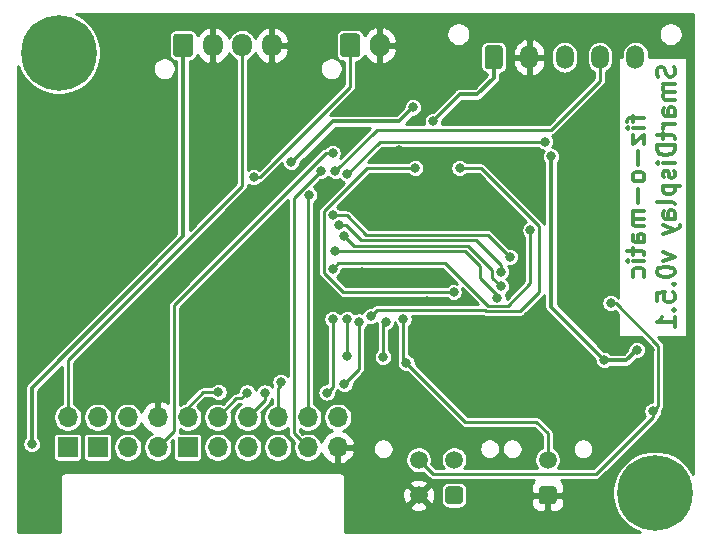
<source format=gbr>
%TF.GenerationSoftware,KiCad,Pcbnew,(5.1.12-1-10_14)*%
%TF.CreationDate,2022-04-05T22:08:35+02:00*%
%TF.ProjectId,SmartDisplay,536d6172-7444-4697-9370-6c61792e6b69,rev?*%
%TF.SameCoordinates,Original*%
%TF.FileFunction,Copper,L2,Bot*%
%TF.FilePolarity,Positive*%
%FSLAX46Y46*%
G04 Gerber Fmt 4.6, Leading zero omitted, Abs format (unit mm)*
G04 Created by KiCad (PCBNEW (5.1.12-1-10_14)) date 2022-04-05 22:08:35*
%MOMM*%
%LPD*%
G01*
G04 APERTURE LIST*
%TA.AperFunction,NonConductor*%
%ADD10C,0.300000*%
%TD*%
%TA.AperFunction,ComponentPad*%
%ADD11O,1.700000X1.700000*%
%TD*%
%TA.AperFunction,ComponentPad*%
%ADD12R,1.700000X1.700000*%
%TD*%
%TA.AperFunction,ComponentPad*%
%ADD13O,1.700000X2.000000*%
%TD*%
%TA.AperFunction,ComponentPad*%
%ADD14O,1.700000X1.950000*%
%TD*%
%TA.AperFunction,ComponentPad*%
%ADD15O,1.500000X2.020000*%
%TD*%
%TA.AperFunction,ComponentPad*%
%ADD16C,1.500000*%
%TD*%
%TA.AperFunction,ComponentPad*%
%ADD17C,0.800000*%
%TD*%
%TA.AperFunction,ComponentPad*%
%ADD18C,6.400000*%
%TD*%
%TA.AperFunction,ViaPad*%
%ADD19C,0.800000*%
%TD*%
%TA.AperFunction,Conductor*%
%ADD20C,0.250000*%
%TD*%
%TA.AperFunction,Conductor*%
%ADD21C,0.350000*%
%TD*%
%TA.AperFunction,Conductor*%
%ADD22C,0.254000*%
%TD*%
%TA.AperFunction,Conductor*%
%ADD23C,0.100000*%
%TD*%
G04 APERTURE END LIST*
D10*
X179403571Y-86227142D02*
X179403571Y-86798571D01*
X180403571Y-86441428D02*
X179117857Y-86441428D01*
X178975000Y-86512857D01*
X178903571Y-86655714D01*
X178903571Y-86798571D01*
X180403571Y-87298571D02*
X179403571Y-87298571D01*
X178903571Y-87298571D02*
X178975000Y-87227142D01*
X179046428Y-87298571D01*
X178975000Y-87370000D01*
X178903571Y-87298571D01*
X179046428Y-87298571D01*
X179403571Y-87870000D02*
X179403571Y-88655714D01*
X180403571Y-87870000D01*
X180403571Y-88655714D01*
X179832142Y-89227142D02*
X179832142Y-90370000D01*
X180403571Y-91298571D02*
X180332142Y-91155714D01*
X180260714Y-91084285D01*
X180117857Y-91012857D01*
X179689285Y-91012857D01*
X179546428Y-91084285D01*
X179475000Y-91155714D01*
X179403571Y-91298571D01*
X179403571Y-91512857D01*
X179475000Y-91655714D01*
X179546428Y-91727142D01*
X179689285Y-91798571D01*
X180117857Y-91798571D01*
X180260714Y-91727142D01*
X180332142Y-91655714D01*
X180403571Y-91512857D01*
X180403571Y-91298571D01*
X179832142Y-92441428D02*
X179832142Y-93584285D01*
X180403571Y-94298571D02*
X179403571Y-94298571D01*
X179546428Y-94298571D02*
X179475000Y-94370000D01*
X179403571Y-94512857D01*
X179403571Y-94727142D01*
X179475000Y-94870000D01*
X179617857Y-94941428D01*
X180403571Y-94941428D01*
X179617857Y-94941428D02*
X179475000Y-95012857D01*
X179403571Y-95155714D01*
X179403571Y-95370000D01*
X179475000Y-95512857D01*
X179617857Y-95584285D01*
X180403571Y-95584285D01*
X180403571Y-96941428D02*
X179617857Y-96941428D01*
X179475000Y-96870000D01*
X179403571Y-96727142D01*
X179403571Y-96441428D01*
X179475000Y-96298571D01*
X180332142Y-96941428D02*
X180403571Y-96798571D01*
X180403571Y-96441428D01*
X180332142Y-96298571D01*
X180189285Y-96227142D01*
X180046428Y-96227142D01*
X179903571Y-96298571D01*
X179832142Y-96441428D01*
X179832142Y-96798571D01*
X179760714Y-96941428D01*
X179403571Y-97441428D02*
X179403571Y-98012857D01*
X178903571Y-97655714D02*
X180189285Y-97655714D01*
X180332142Y-97727142D01*
X180403571Y-97870000D01*
X180403571Y-98012857D01*
X180403571Y-98512857D02*
X179403571Y-98512857D01*
X178903571Y-98512857D02*
X178975000Y-98441428D01*
X179046428Y-98512857D01*
X178975000Y-98584285D01*
X178903571Y-98512857D01*
X179046428Y-98512857D01*
X180332142Y-99870000D02*
X180403571Y-99727142D01*
X180403571Y-99441428D01*
X180332142Y-99298571D01*
X180260714Y-99227142D01*
X180117857Y-99155714D01*
X179689285Y-99155714D01*
X179546428Y-99227142D01*
X179475000Y-99298571D01*
X179403571Y-99441428D01*
X179403571Y-99727142D01*
X179475000Y-99870000D01*
X182882142Y-82084285D02*
X182953571Y-82298571D01*
X182953571Y-82655714D01*
X182882142Y-82798571D01*
X182810714Y-82870000D01*
X182667857Y-82941428D01*
X182525000Y-82941428D01*
X182382142Y-82870000D01*
X182310714Y-82798571D01*
X182239285Y-82655714D01*
X182167857Y-82370000D01*
X182096428Y-82227142D01*
X182025000Y-82155714D01*
X181882142Y-82084285D01*
X181739285Y-82084285D01*
X181596428Y-82155714D01*
X181525000Y-82227142D01*
X181453571Y-82370000D01*
X181453571Y-82727142D01*
X181525000Y-82941428D01*
X182953571Y-83584285D02*
X181953571Y-83584285D01*
X182096428Y-83584285D02*
X182025000Y-83655714D01*
X181953571Y-83798571D01*
X181953571Y-84012857D01*
X182025000Y-84155714D01*
X182167857Y-84227142D01*
X182953571Y-84227142D01*
X182167857Y-84227142D02*
X182025000Y-84298571D01*
X181953571Y-84441428D01*
X181953571Y-84655714D01*
X182025000Y-84798571D01*
X182167857Y-84870000D01*
X182953571Y-84870000D01*
X182953571Y-86227142D02*
X182167857Y-86227142D01*
X182025000Y-86155714D01*
X181953571Y-86012857D01*
X181953571Y-85727142D01*
X182025000Y-85584285D01*
X182882142Y-86227142D02*
X182953571Y-86084285D01*
X182953571Y-85727142D01*
X182882142Y-85584285D01*
X182739285Y-85512857D01*
X182596428Y-85512857D01*
X182453571Y-85584285D01*
X182382142Y-85727142D01*
X182382142Y-86084285D01*
X182310714Y-86227142D01*
X182953571Y-86941428D02*
X181953571Y-86941428D01*
X182239285Y-86941428D02*
X182096428Y-87012857D01*
X182025000Y-87084285D01*
X181953571Y-87227142D01*
X181953571Y-87370000D01*
X181953571Y-87655714D02*
X181953571Y-88227142D01*
X181453571Y-87870000D02*
X182739285Y-87870000D01*
X182882142Y-87941428D01*
X182953571Y-88084285D01*
X182953571Y-88227142D01*
X182953571Y-88727142D02*
X181453571Y-88727142D01*
X181453571Y-89084285D01*
X181525000Y-89298571D01*
X181667857Y-89441428D01*
X181810714Y-89512857D01*
X182096428Y-89584285D01*
X182310714Y-89584285D01*
X182596428Y-89512857D01*
X182739285Y-89441428D01*
X182882142Y-89298571D01*
X182953571Y-89084285D01*
X182953571Y-88727142D01*
X182953571Y-90227142D02*
X181953571Y-90227142D01*
X181453571Y-90227142D02*
X181525000Y-90155714D01*
X181596428Y-90227142D01*
X181525000Y-90298571D01*
X181453571Y-90227142D01*
X181596428Y-90227142D01*
X182882142Y-90870000D02*
X182953571Y-91012857D01*
X182953571Y-91298571D01*
X182882142Y-91441428D01*
X182739285Y-91512857D01*
X182667857Y-91512857D01*
X182525000Y-91441428D01*
X182453571Y-91298571D01*
X182453571Y-91084285D01*
X182382142Y-90941428D01*
X182239285Y-90870000D01*
X182167857Y-90870000D01*
X182025000Y-90941428D01*
X181953571Y-91084285D01*
X181953571Y-91298571D01*
X182025000Y-91441428D01*
X181953571Y-92155714D02*
X183453571Y-92155714D01*
X182025000Y-92155714D02*
X181953571Y-92298571D01*
X181953571Y-92584285D01*
X182025000Y-92727142D01*
X182096428Y-92798571D01*
X182239285Y-92870000D01*
X182667857Y-92870000D01*
X182810714Y-92798571D01*
X182882142Y-92727142D01*
X182953571Y-92584285D01*
X182953571Y-92298571D01*
X182882142Y-92155714D01*
X182953571Y-93727142D02*
X182882142Y-93584285D01*
X182739285Y-93512857D01*
X181453571Y-93512857D01*
X182953571Y-94941428D02*
X182167857Y-94941428D01*
X182025000Y-94870000D01*
X181953571Y-94727142D01*
X181953571Y-94441428D01*
X182025000Y-94298571D01*
X182882142Y-94941428D02*
X182953571Y-94798571D01*
X182953571Y-94441428D01*
X182882142Y-94298571D01*
X182739285Y-94227142D01*
X182596428Y-94227142D01*
X182453571Y-94298571D01*
X182382142Y-94441428D01*
X182382142Y-94798571D01*
X182310714Y-94941428D01*
X181953571Y-95512857D02*
X182953571Y-95870000D01*
X181953571Y-96227142D02*
X182953571Y-95870000D01*
X183310714Y-95727142D01*
X183382142Y-95655714D01*
X183453571Y-95512857D01*
X181953571Y-97798571D02*
X182953571Y-98155714D01*
X181953571Y-98512857D01*
X181453571Y-99370000D02*
X181453571Y-99512857D01*
X181525000Y-99655714D01*
X181596428Y-99727142D01*
X181739285Y-99798571D01*
X182025000Y-99870000D01*
X182382142Y-99870000D01*
X182667857Y-99798571D01*
X182810714Y-99727142D01*
X182882142Y-99655714D01*
X182953571Y-99512857D01*
X182953571Y-99370000D01*
X182882142Y-99227142D01*
X182810714Y-99155714D01*
X182667857Y-99084285D01*
X182382142Y-99012857D01*
X182025000Y-99012857D01*
X181739285Y-99084285D01*
X181596428Y-99155714D01*
X181525000Y-99227142D01*
X181453571Y-99370000D01*
X182810714Y-100512857D02*
X182882142Y-100584285D01*
X182953571Y-100512857D01*
X182882142Y-100441428D01*
X182810714Y-100512857D01*
X182953571Y-100512857D01*
X181453571Y-101941428D02*
X181453571Y-101227142D01*
X182167857Y-101155714D01*
X182096428Y-101227142D01*
X182025000Y-101370000D01*
X182025000Y-101727142D01*
X182096428Y-101870000D01*
X182167857Y-101941428D01*
X182310714Y-102012857D01*
X182667857Y-102012857D01*
X182810714Y-101941428D01*
X182882142Y-101870000D01*
X182953571Y-101727142D01*
X182953571Y-101370000D01*
X182882142Y-101227142D01*
X182810714Y-101155714D01*
X182810714Y-102655714D02*
X182882142Y-102727142D01*
X182953571Y-102655714D01*
X182882142Y-102584285D01*
X182810714Y-102655714D01*
X182953571Y-102655714D01*
X182953571Y-104155714D02*
X182953571Y-103298571D01*
X182953571Y-103727142D02*
X181453571Y-103727142D01*
X181667857Y-103584285D01*
X181810714Y-103441428D01*
X181882142Y-103298571D01*
D11*
%TO.P,J5,6*%
%TO.N,GND*%
X139192000Y-111760000D03*
%TO.P,J5,5*%
%TO.N,UPDI*%
X139192000Y-114300000D03*
%TO.P,J5,4*%
%TO.N,MOSI*%
X136652000Y-111760000D03*
%TO.P,J5,3*%
%TO.N,SCK*%
X136652000Y-114300000D03*
%TO.P,J5,2*%
%TO.N,+5V*%
X134112000Y-111760000D03*
D12*
%TO.P,J5,1*%
%TO.N,MISO*%
X134112000Y-114300000D03*
%TD*%
D13*
%TO.P,J2,2*%
%TO.N,GND*%
X157988000Y-80264000D03*
%TO.P,J2,1*%
%TO.N,Net-(J2-Pad1)*%
%TA.AperFunction,ComponentPad*%
G36*
G01*
X154638000Y-81014000D02*
X154638000Y-79514000D01*
G75*
G02*
X154888000Y-79264000I250000J0D01*
G01*
X156088000Y-79264000D01*
G75*
G02*
X156338000Y-79514000I0J-250000D01*
G01*
X156338000Y-81014000D01*
G75*
G02*
X156088000Y-81264000I-250000J0D01*
G01*
X154888000Y-81264000D01*
G75*
G02*
X154638000Y-81014000I0J250000D01*
G01*
G37*
%TD.AperFunction*%
%TD*%
D14*
%TO.P,J4,4*%
%TO.N,GND*%
X148844000Y-80264000D03*
%TO.P,J4,3*%
%TO.N,INSTR.BEL*%
X146344000Y-80264000D03*
%TO.P,J4,2*%
%TO.N,GND*%
X143844000Y-80264000D03*
%TO.P,J4,1*%
%TO.N,+12V*%
%TA.AperFunction,ComponentPad*%
G36*
G01*
X140494000Y-80989000D02*
X140494000Y-79539000D01*
G75*
G02*
X140744000Y-79289000I250000J0D01*
G01*
X141944000Y-79289000D01*
G75*
G02*
X142194000Y-79539000I0J-250000D01*
G01*
X142194000Y-80989000D01*
G75*
G02*
X141944000Y-81239000I-250000J0D01*
G01*
X140744000Y-81239000D01*
G75*
G02*
X140494000Y-80989000I0J250000D01*
G01*
G37*
%TD.AperFunction*%
%TD*%
D11*
%TO.P,J3,2*%
%TO.N,INSTR.BEL*%
X131572000Y-111760000D03*
D12*
%TO.P,J3,1*%
%TO.N,+12V*%
X131572000Y-114300000D03*
%TD*%
D15*
%TO.P,J6,5*%
%TO.N,Net-(C12-Pad1)*%
X179640000Y-81280000D03*
%TO.P,J6,4*%
%TO.N,RXD*%
X176640000Y-81280000D03*
%TO.P,J6,3*%
%TO.N,TXD*%
X173640000Y-81280000D03*
%TO.P,J6,2*%
%TO.N,GND*%
X170640000Y-81280000D03*
%TO.P,J6,1*%
%TO.N,+5V*%
%TA.AperFunction,ComponentPad*%
G36*
G01*
X166890000Y-82040000D02*
X166890000Y-80520000D01*
G75*
G02*
X167140000Y-80270000I250000J0D01*
G01*
X168140000Y-80270000D01*
G75*
G02*
X168390000Y-80520000I0J-250000D01*
G01*
X168390000Y-82040000D01*
G75*
G02*
X168140000Y-82290000I-250000J0D01*
G01*
X167140000Y-82290000D01*
G75*
G02*
X166890000Y-82040000I0J250000D01*
G01*
G37*
%TD.AperFunction*%
%TD*%
D11*
%TO.P,J7,12*%
%TO.N,+5V*%
X154432000Y-111760000D03*
%TO.P,J7,11*%
%TO.N,GND*%
X154432000Y-114300000D03*
%TO.P,J7,10*%
%TO.N,SCL*%
X151892000Y-111760000D03*
%TO.P,J7,9*%
%TO.N,SDA*%
X151892000Y-114300000D03*
%TO.P,J7,8*%
%TO.N,D4*%
X149352000Y-111760000D03*
%TO.P,J7,7*%
%TO.N,A2*%
X149352000Y-114300000D03*
%TO.P,J7,6*%
%TO.N,A1*%
X146812000Y-111760000D03*
%TO.P,J7,5*%
%TO.N,A0*%
X146812000Y-114300000D03*
%TO.P,J7,4*%
%TO.N,D9*%
X144272000Y-111760000D03*
%TO.P,J7,3*%
%TO.N,D8*%
X144272000Y-114300000D03*
%TO.P,J7,2*%
%TO.N,D7*%
X141732000Y-111760000D03*
D12*
%TO.P,J7,1*%
%TO.N,D6*%
X141732000Y-114300000D03*
%TD*%
D16*
%TO.P,J8,2*%
%TO.N,1WIRE*%
X172212000Y-115364000D03*
%TO.P,J8,1*%
%TO.N,GND*%
%TA.AperFunction,ComponentPad*%
G36*
G01*
X172962000Y-117864000D02*
X172962000Y-118864000D01*
G75*
G02*
X172712000Y-119114000I-250000J0D01*
G01*
X171712000Y-119114000D01*
G75*
G02*
X171462000Y-118864000I0J250000D01*
G01*
X171462000Y-117864000D01*
G75*
G02*
X171712000Y-117614000I250000J0D01*
G01*
X172712000Y-117614000D01*
G75*
G02*
X172962000Y-117864000I0J-250000D01*
G01*
G37*
%TD.AperFunction*%
%TD*%
D17*
%TO.P,H2,1*%
%TO.N,Net-(H2-Pad1)*%
X182972112Y-116459000D03*
X181275056Y-115756056D03*
X179578000Y-116459000D03*
X178875056Y-118156056D03*
X179578000Y-119853112D03*
X181275056Y-120556056D03*
X182972112Y-119853112D03*
X183675056Y-118156056D03*
D18*
X181275056Y-118156056D03*
%TD*%
D17*
%TO.P,H1,1*%
%TO.N,Net-(H1-Pad1)*%
X132507056Y-79201944D03*
X130810000Y-78499000D03*
X129112944Y-79201944D03*
X128410000Y-80899000D03*
X129112944Y-82596056D03*
X130810000Y-83299000D03*
X132507056Y-82596056D03*
X133210000Y-80899000D03*
D18*
X130810000Y-80899000D03*
%TD*%
D16*
%TO.P,J1,4*%
%TO.N,CANH*%
X161290000Y-115364000D03*
%TO.P,J1,3*%
%TO.N,CANL*%
X164290000Y-115364000D03*
%TO.P,J1,2*%
%TO.N,GND*%
X161290000Y-118364000D03*
%TO.P,J1,1*%
%TO.N,Net-(J1-Pad1)*%
%TA.AperFunction,ComponentPad*%
G36*
G01*
X165040000Y-117864000D02*
X165040000Y-118864000D01*
G75*
G02*
X164790000Y-119114000I-250000J0D01*
G01*
X163790000Y-119114000D01*
G75*
G02*
X163540000Y-118864000I0J250000D01*
G01*
X163540000Y-117864000D01*
G75*
G02*
X163790000Y-117614000I250000J0D01*
G01*
X164790000Y-117614000D01*
G75*
G02*
X165040000Y-117864000I0J-250000D01*
G01*
G37*
%TD.AperFunction*%
%TD*%
D19*
%TO.N,GND*%
X159600000Y-89120000D03*
X180848000Y-106045000D03*
X176657000Y-110490000D03*
X146250000Y-97920000D03*
X143400000Y-106320000D03*
X151250000Y-86670000D03*
X148750000Y-83670000D03*
X156500000Y-99420000D03*
X162250000Y-100170000D03*
X162000000Y-101920000D03*
X148500000Y-101920000D03*
X152800000Y-102720000D03*
X163000000Y-93520000D03*
X158800000Y-94720000D03*
%TO.N,D7*%
X144342268Y-109645000D03*
%TO.N,SCK*%
X155000000Y-96420000D03*
X168250000Y-100670000D03*
%TO.N,MOSI*%
X154000000Y-94670000D03*
X169000000Y-98170000D03*
%TO.N,MISO*%
X154554701Y-95502052D03*
X168250000Y-99420000D03*
%TO.N,+5V*%
X179750000Y-106045001D03*
X177000000Y-106920000D03*
X172498000Y-89670000D03*
X162500000Y-86670000D03*
X150500000Y-90170000D03*
X160800000Y-85520000D03*
%TO.N,TXD*%
X155250000Y-91170000D03*
X172000000Y-88420000D03*
%TO.N,RXD*%
X154250000Y-90920000D03*
%TO.N,SCL*%
X152012653Y-92932653D03*
%TO.N,SDA*%
X153000000Y-90920000D03*
%TO.N,A3*%
X157250000Y-103170000D03*
X164750000Y-90670000D03*
%TO.N,A2*%
X156250000Y-103670000D03*
X155000000Y-108920000D03*
%TO.N,A1*%
X148250000Y-109670000D03*
X155250000Y-106545040D03*
X155250000Y-103420000D03*
%TO.N,A0*%
X154000000Y-103420000D03*
X153500000Y-109670000D03*
%TO.N,D9*%
X146750000Y-109670000D03*
%TO.N,D4*%
X158500000Y-103670000D03*
X149604810Y-108774810D03*
X158250000Y-106670000D03*
%TO.N,+12V*%
X128524000Y-114046000D03*
%TO.N,Net-(R3-Pad2)*%
X164250000Y-101170000D03*
X161000000Y-90670000D03*
%TO.N,Net-(J2-Pad1)*%
X147320000Y-91440000D03*
%TO.N,CANH*%
X181102000Y-111252000D03*
X177546000Y-102108000D03*
%TO.N,1WIRE*%
X160000000Y-103420000D03*
X160250000Y-107170000D03*
%TO.N,INT_CAN*%
X154000000Y-99170000D03*
X170750000Y-95920000D03*
%TO.N,SS*%
X154250000Y-97670000D03*
X167959348Y-101626830D03*
%TO.N,UPDI*%
X154000000Y-89369999D03*
%TD*%
D20*
%TO.N,D7*%
X144342268Y-109645000D02*
X143025000Y-109645000D01*
X141732000Y-110938000D02*
X141732000Y-111760000D01*
X143025000Y-109645000D02*
X141732000Y-110938000D01*
%TO.N,SCK*%
X155000000Y-96420000D02*
X155799990Y-97219990D01*
X167524999Y-99308589D02*
X167524999Y-99944999D01*
X167524999Y-99944999D02*
X168250000Y-100670000D01*
X165436401Y-97219991D02*
X167524999Y-99308589D01*
X155799990Y-97219990D02*
X165436401Y-97219991D01*
%TO.N,MOSI*%
X154000000Y-94670000D02*
X155188353Y-94670000D01*
X167149971Y-96319971D02*
X169000000Y-98170000D01*
X156838324Y-96319971D02*
X167149971Y-96319971D01*
X155188353Y-94670000D02*
X156838324Y-96319971D01*
%TO.N,MISO*%
X155120386Y-95502052D02*
X156388315Y-96769981D01*
X154554701Y-95502052D02*
X155120386Y-95502052D01*
X168250000Y-98854315D02*
X168250000Y-99420000D01*
X166165666Y-96769981D02*
X168250000Y-98854315D01*
X156388315Y-96769981D02*
X166165666Y-96769981D01*
D21*
%TO.N,+5V*%
X179750000Y-106045001D02*
X178875001Y-106920000D01*
X178875001Y-106920000D02*
X177000000Y-106920000D01*
X177000000Y-106920000D02*
X172500000Y-102420000D01*
X172500000Y-89672000D02*
X172498000Y-89670000D01*
X172500000Y-102420000D02*
X172500000Y-89672000D01*
X162500000Y-86670000D02*
X164750000Y-84420000D01*
X164750000Y-84420000D02*
X166250000Y-84420000D01*
X167640000Y-83030000D02*
X167640000Y-81280000D01*
X166250000Y-84420000D02*
X167640000Y-83030000D01*
X157800000Y-86695000D02*
X154025000Y-86695000D01*
X150550000Y-90170000D02*
X150500000Y-90170000D01*
X154025000Y-86695000D02*
X150550000Y-90170000D01*
X157800000Y-86695000D02*
X159625000Y-86695000D01*
X159625000Y-86695000D02*
X160800000Y-85520000D01*
D20*
%TO.N,TXD*%
X155250000Y-91170000D02*
X158000000Y-88420000D01*
X158000000Y-88420000D02*
X172000000Y-88420000D01*
%TO.N,RXD*%
X154250000Y-90920000D02*
X157750000Y-87420000D01*
X157750000Y-87420000D02*
X172500000Y-87420000D01*
X176640000Y-83280000D02*
X176640000Y-81280000D01*
X172500000Y-87420000D02*
X176640000Y-83280000D01*
%TO.N,SCL*%
X151892000Y-111760000D02*
X151892000Y-93028000D01*
X151987347Y-92932653D02*
X152012653Y-92932653D01*
X151892000Y-93028000D02*
X151987347Y-92932653D01*
%TO.N,SDA*%
X150716999Y-93203001D02*
X151000000Y-92920000D01*
X150716999Y-113124999D02*
X150716999Y-93203001D01*
X151892000Y-114300000D02*
X150716999Y-113124999D01*
X153000000Y-90920000D02*
X151000000Y-92920000D01*
%TO.N,A3*%
X171475001Y-95571999D02*
X171475001Y-101194999D01*
X166573002Y-90670000D02*
X171475001Y-95571999D01*
X164750000Y-90670000D02*
X166573002Y-90670000D01*
X169868159Y-102801841D02*
X171475001Y-101194999D01*
X166995431Y-102801841D02*
X169868159Y-102801841D01*
X157725001Y-102694999D02*
X166888589Y-102694999D01*
X166888589Y-102694999D02*
X166995431Y-102801841D01*
X157250000Y-103170000D02*
X157725001Y-102694999D01*
%TO.N,A2*%
X156250000Y-107670000D02*
X155000000Y-108920000D01*
X156250000Y-103670000D02*
X156250000Y-107670000D01*
%TO.N,A1*%
X146812000Y-111760000D02*
X148250000Y-110322000D01*
X148250000Y-110322000D02*
X148250000Y-109670000D01*
X155250000Y-106545040D02*
X155250000Y-103420000D01*
%TO.N,A0*%
X154000000Y-103420000D02*
X154000000Y-109170000D01*
X154000000Y-109170000D02*
X153500000Y-109670000D01*
%TO.N,D9*%
X146750000Y-109670000D02*
X146250000Y-110170000D01*
X145862000Y-110170000D02*
X144272000Y-111760000D01*
X146250000Y-110170000D02*
X145862000Y-110170000D01*
%TO.N,D4*%
X149352000Y-111760000D02*
X149352000Y-109318000D01*
X149604810Y-109065190D02*
X149604810Y-108774810D01*
X149352000Y-109318000D02*
X149604810Y-109065190D01*
X158250000Y-103920000D02*
X158500000Y-103670000D01*
X158250000Y-106670000D02*
X158250000Y-103920000D01*
D21*
%TO.N,+12V*%
X141344000Y-96454880D02*
X128524000Y-109274880D01*
X141344000Y-80264000D02*
X141344000Y-96454880D01*
X128524000Y-109274880D02*
X128524000Y-114046000D01*
D20*
%TO.N,INSTR.BEL*%
X146344000Y-80264000D02*
X146344000Y-92162000D01*
X131572000Y-111760000D02*
X131572000Y-106934000D01*
X131572000Y-106934000D02*
X131699000Y-106807000D01*
X146344000Y-92162000D02*
X131699000Y-106807000D01*
%TO.N,Net-(R3-Pad2)*%
X153274999Y-94321999D02*
X156926998Y-90670000D01*
X154926998Y-101170000D02*
X153274999Y-99518001D01*
X153274999Y-99518001D02*
X153274999Y-94321999D01*
X164250000Y-101170000D02*
X154926998Y-101170000D01*
X156926998Y-90670000D02*
X161000000Y-90670000D01*
%TO.N,Net-(J2-Pad1)*%
X155488000Y-80264000D02*
X155488000Y-83780000D01*
X155488000Y-83780000D02*
X147828000Y-91440000D01*
X147828000Y-91440000D02*
X147320000Y-91440000D01*
%TO.N,CANH*%
X161290000Y-115364000D02*
X162512000Y-116586000D01*
X162512000Y-116586000D02*
X176276000Y-116586000D01*
X176276000Y-116586000D02*
X181102000Y-111760000D01*
X181102000Y-111760000D02*
X181102000Y-111252000D01*
X181573001Y-110780999D02*
X181573001Y-105696999D01*
X181573001Y-105696999D02*
X177984002Y-102108000D01*
X181102000Y-111252000D02*
X181573001Y-110780999D01*
X177984002Y-102108000D02*
X177546000Y-102108000D01*
%TO.N,1WIRE*%
X160000000Y-103420000D02*
X160000000Y-106920000D01*
X160000000Y-106920000D02*
X160250000Y-107170000D01*
X172212000Y-115364000D02*
X172212000Y-113132000D01*
X172212000Y-113132000D02*
X171250000Y-112170000D01*
X165250000Y-112170000D02*
X160250000Y-107170000D01*
X171250000Y-112170000D02*
X165250000Y-112170000D01*
%TO.N,INT_CAN*%
X154000000Y-99170000D02*
X154500000Y-98670000D01*
X154500000Y-98670000D02*
X163500000Y-98670000D01*
X167181831Y-102351831D02*
X168818169Y-102351831D01*
X163500000Y-98670000D02*
X167181831Y-102351831D01*
X168818169Y-102351831D02*
X170750000Y-100420000D01*
X170750000Y-100420000D02*
X170750000Y-95920000D01*
%TO.N,SS*%
X154250000Y-97670000D02*
X165250000Y-97670000D01*
X165250000Y-97670000D02*
X166500000Y-98920000D01*
X166500000Y-99993002D02*
X168000000Y-101493002D01*
X166500000Y-98920000D02*
X166500000Y-99993002D01*
X168000000Y-101586178D02*
X167959348Y-101626830D01*
X168000000Y-101493002D02*
X168000000Y-101586178D01*
%TO.N,UPDI*%
X140556999Y-102289999D02*
X153426998Y-89420000D01*
X140556999Y-112935001D02*
X140556999Y-102289999D01*
X139192000Y-114300000D02*
X140556999Y-112935001D01*
X153949999Y-89420000D02*
X154000000Y-89369999D01*
X153426998Y-89420000D02*
X153949999Y-89420000D01*
%TD*%
D22*
%TO.N,GND*%
X184506000Y-116598641D02*
X184448497Y-116459816D01*
X184056600Y-115873302D01*
X183557810Y-115374512D01*
X182971296Y-114982615D01*
X182319595Y-114712672D01*
X181627754Y-114575056D01*
X180922358Y-114575056D01*
X180230517Y-114712672D01*
X179578816Y-114982615D01*
X178992302Y-115374512D01*
X178493512Y-115873302D01*
X178101615Y-116459816D01*
X177831672Y-117111517D01*
X177694056Y-117803358D01*
X177694056Y-118508754D01*
X177831672Y-119200595D01*
X178101615Y-119852296D01*
X178493512Y-120438810D01*
X178992302Y-120937600D01*
X179578816Y-121329497D01*
X180024246Y-121514000D01*
X155092000Y-121514000D01*
X155092000Y-119320993D01*
X160512612Y-119320993D01*
X160578137Y-119559860D01*
X160825116Y-119675760D01*
X161089960Y-119741250D01*
X161362492Y-119753812D01*
X161632238Y-119712965D01*
X161888832Y-119620277D01*
X162001863Y-119559860D01*
X162067388Y-119320993D01*
X161290000Y-118543605D01*
X160512612Y-119320993D01*
X155092000Y-119320993D01*
X155092000Y-118436492D01*
X159900188Y-118436492D01*
X159941035Y-118706238D01*
X160033723Y-118962832D01*
X160094140Y-119075863D01*
X160333007Y-119141388D01*
X161110395Y-118364000D01*
X161469605Y-118364000D01*
X162246993Y-119141388D01*
X162485860Y-119075863D01*
X162601760Y-118828884D01*
X162667250Y-118564040D01*
X162679812Y-118291508D01*
X162638965Y-118021762D01*
X162581978Y-117864000D01*
X163157157Y-117864000D01*
X163157157Y-118864000D01*
X163169317Y-118987462D01*
X163205329Y-119106179D01*
X163263810Y-119215589D01*
X163342512Y-119311488D01*
X163438411Y-119390190D01*
X163547821Y-119448671D01*
X163666538Y-119484683D01*
X163790000Y-119496843D01*
X164790000Y-119496843D01*
X164913462Y-119484683D01*
X165032179Y-119448671D01*
X165141589Y-119390190D01*
X165237488Y-119311488D01*
X165316190Y-119215589D01*
X165370490Y-119114000D01*
X170823928Y-119114000D01*
X170836188Y-119238482D01*
X170872498Y-119358180D01*
X170931463Y-119468494D01*
X171010815Y-119565185D01*
X171107506Y-119644537D01*
X171217820Y-119703502D01*
X171337518Y-119739812D01*
X171462000Y-119752072D01*
X171926250Y-119749000D01*
X172085000Y-119590250D01*
X172085000Y-118491000D01*
X172339000Y-118491000D01*
X172339000Y-119590250D01*
X172497750Y-119749000D01*
X172962000Y-119752072D01*
X173086482Y-119739812D01*
X173206180Y-119703502D01*
X173316494Y-119644537D01*
X173413185Y-119565185D01*
X173492537Y-119468494D01*
X173551502Y-119358180D01*
X173587812Y-119238482D01*
X173600072Y-119114000D01*
X173597000Y-118649750D01*
X173438250Y-118491000D01*
X172339000Y-118491000D01*
X172085000Y-118491000D01*
X170985750Y-118491000D01*
X170827000Y-118649750D01*
X170823928Y-119114000D01*
X165370490Y-119114000D01*
X165374671Y-119106179D01*
X165410683Y-118987462D01*
X165422843Y-118864000D01*
X165422843Y-117864000D01*
X165410683Y-117740538D01*
X165374671Y-117621821D01*
X165316190Y-117512411D01*
X165237488Y-117416512D01*
X165141589Y-117337810D01*
X165032179Y-117279329D01*
X164913462Y-117243317D01*
X164790000Y-117231157D01*
X163790000Y-117231157D01*
X163666538Y-117243317D01*
X163547821Y-117279329D01*
X163438411Y-117337810D01*
X163342512Y-117416512D01*
X163263810Y-117512411D01*
X163205329Y-117621821D01*
X163169317Y-117740538D01*
X163157157Y-117864000D01*
X162581978Y-117864000D01*
X162546277Y-117765168D01*
X162485860Y-117652137D01*
X162246993Y-117586612D01*
X161469605Y-118364000D01*
X161110395Y-118364000D01*
X160333007Y-117586612D01*
X160094140Y-117652137D01*
X159978240Y-117899116D01*
X159912750Y-118163960D01*
X159900188Y-118436492D01*
X155092000Y-118436492D01*
X155092000Y-117407007D01*
X160512612Y-117407007D01*
X161290000Y-118184395D01*
X162067388Y-117407007D01*
X162001863Y-117168140D01*
X161754884Y-117052240D01*
X161490040Y-116986750D01*
X161217508Y-116974188D01*
X160947762Y-117015035D01*
X160691168Y-117107723D01*
X160578137Y-117168140D01*
X160512612Y-117407007D01*
X155092000Y-117407007D01*
X155092000Y-116859941D01*
X155093964Y-116840000D01*
X155086125Y-116760410D01*
X155062910Y-116683879D01*
X155025210Y-116613347D01*
X154974474Y-116551526D01*
X154912653Y-116500790D01*
X154842121Y-116463090D01*
X154765590Y-116439875D01*
X154705941Y-116434000D01*
X154705940Y-116434000D01*
X154686000Y-116432036D01*
X154666059Y-116434000D01*
X131337940Y-116434000D01*
X131318000Y-116432036D01*
X131298059Y-116434000D01*
X131238410Y-116439875D01*
X131161879Y-116463090D01*
X131091347Y-116500790D01*
X131029526Y-116551526D01*
X130978790Y-116613347D01*
X130941090Y-116683879D01*
X130917875Y-116760410D01*
X130910036Y-116840000D01*
X130912000Y-116859941D01*
X130912001Y-121514000D01*
X127406000Y-121514000D01*
X127406000Y-113969078D01*
X127743000Y-113969078D01*
X127743000Y-114122922D01*
X127773013Y-114273809D01*
X127831887Y-114415942D01*
X127917358Y-114543859D01*
X128026141Y-114652642D01*
X128154058Y-114738113D01*
X128296191Y-114796987D01*
X128447078Y-114827000D01*
X128600922Y-114827000D01*
X128751809Y-114796987D01*
X128893942Y-114738113D01*
X129021859Y-114652642D01*
X129130642Y-114543859D01*
X129216113Y-114415942D01*
X129274987Y-114273809D01*
X129305000Y-114122922D01*
X129305000Y-113969078D01*
X129274987Y-113818191D01*
X129216113Y-113676058D01*
X129130642Y-113548141D01*
X129080000Y-113497499D01*
X129080000Y-113450000D01*
X130339157Y-113450000D01*
X130339157Y-115150000D01*
X130346513Y-115224689D01*
X130368299Y-115296508D01*
X130403678Y-115362696D01*
X130451289Y-115420711D01*
X130509304Y-115468322D01*
X130575492Y-115503701D01*
X130647311Y-115525487D01*
X130722000Y-115532843D01*
X132422000Y-115532843D01*
X132496689Y-115525487D01*
X132568508Y-115503701D01*
X132634696Y-115468322D01*
X132692711Y-115420711D01*
X132740322Y-115362696D01*
X132775701Y-115296508D01*
X132797487Y-115224689D01*
X132804843Y-115150000D01*
X132804843Y-113450000D01*
X132879157Y-113450000D01*
X132879157Y-115150000D01*
X132886513Y-115224689D01*
X132908299Y-115296508D01*
X132943678Y-115362696D01*
X132991289Y-115420711D01*
X133049304Y-115468322D01*
X133115492Y-115503701D01*
X133187311Y-115525487D01*
X133262000Y-115532843D01*
X134962000Y-115532843D01*
X135036689Y-115525487D01*
X135108508Y-115503701D01*
X135174696Y-115468322D01*
X135232711Y-115420711D01*
X135280322Y-115362696D01*
X135315701Y-115296508D01*
X135337487Y-115224689D01*
X135344843Y-115150000D01*
X135344843Y-114178757D01*
X135421000Y-114178757D01*
X135421000Y-114421243D01*
X135468307Y-114659069D01*
X135561102Y-114883097D01*
X135695820Y-115084717D01*
X135867283Y-115256180D01*
X136068903Y-115390898D01*
X136292931Y-115483693D01*
X136530757Y-115531000D01*
X136773243Y-115531000D01*
X137011069Y-115483693D01*
X137235097Y-115390898D01*
X137436717Y-115256180D01*
X137608180Y-115084717D01*
X137742898Y-114883097D01*
X137835693Y-114659069D01*
X137883000Y-114421243D01*
X137883000Y-114178757D01*
X137835693Y-113940931D01*
X137742898Y-113716903D01*
X137608180Y-113515283D01*
X137436717Y-113343820D01*
X137235097Y-113209102D01*
X137011069Y-113116307D01*
X136773243Y-113069000D01*
X136530757Y-113069000D01*
X136292931Y-113116307D01*
X136068903Y-113209102D01*
X135867283Y-113343820D01*
X135695820Y-113515283D01*
X135561102Y-113716903D01*
X135468307Y-113940931D01*
X135421000Y-114178757D01*
X135344843Y-114178757D01*
X135344843Y-113450000D01*
X135337487Y-113375311D01*
X135315701Y-113303492D01*
X135280322Y-113237304D01*
X135232711Y-113179289D01*
X135174696Y-113131678D01*
X135108508Y-113096299D01*
X135036689Y-113074513D01*
X134962000Y-113067157D01*
X133262000Y-113067157D01*
X133187311Y-113074513D01*
X133115492Y-113096299D01*
X133049304Y-113131678D01*
X132991289Y-113179289D01*
X132943678Y-113237304D01*
X132908299Y-113303492D01*
X132886513Y-113375311D01*
X132879157Y-113450000D01*
X132804843Y-113450000D01*
X132797487Y-113375311D01*
X132775701Y-113303492D01*
X132740322Y-113237304D01*
X132692711Y-113179289D01*
X132634696Y-113131678D01*
X132568508Y-113096299D01*
X132496689Y-113074513D01*
X132422000Y-113067157D01*
X130722000Y-113067157D01*
X130647311Y-113074513D01*
X130575492Y-113096299D01*
X130509304Y-113131678D01*
X130451289Y-113179289D01*
X130403678Y-113237304D01*
X130368299Y-113303492D01*
X130346513Y-113375311D01*
X130339157Y-113450000D01*
X129080000Y-113450000D01*
X129080000Y-109505181D01*
X131066001Y-107519180D01*
X131066000Y-110637167D01*
X130988903Y-110669102D01*
X130787283Y-110803820D01*
X130615820Y-110975283D01*
X130481102Y-111176903D01*
X130388307Y-111400931D01*
X130341000Y-111638757D01*
X130341000Y-111881243D01*
X130388307Y-112119069D01*
X130481102Y-112343097D01*
X130615820Y-112544717D01*
X130787283Y-112716180D01*
X130988903Y-112850898D01*
X131212931Y-112943693D01*
X131450757Y-112991000D01*
X131693243Y-112991000D01*
X131931069Y-112943693D01*
X132155097Y-112850898D01*
X132356717Y-112716180D01*
X132528180Y-112544717D01*
X132662898Y-112343097D01*
X132755693Y-112119069D01*
X132803000Y-111881243D01*
X132803000Y-111638757D01*
X132881000Y-111638757D01*
X132881000Y-111881243D01*
X132928307Y-112119069D01*
X133021102Y-112343097D01*
X133155820Y-112544717D01*
X133327283Y-112716180D01*
X133528903Y-112850898D01*
X133752931Y-112943693D01*
X133990757Y-112991000D01*
X134233243Y-112991000D01*
X134471069Y-112943693D01*
X134695097Y-112850898D01*
X134896717Y-112716180D01*
X135068180Y-112544717D01*
X135202898Y-112343097D01*
X135295693Y-112119069D01*
X135343000Y-111881243D01*
X135343000Y-111638757D01*
X135295693Y-111400931D01*
X135202898Y-111176903D01*
X135068180Y-110975283D01*
X134896717Y-110803820D01*
X134695097Y-110669102D01*
X134471069Y-110576307D01*
X134233243Y-110529000D01*
X133990757Y-110529000D01*
X133752931Y-110576307D01*
X133528903Y-110669102D01*
X133327283Y-110803820D01*
X133155820Y-110975283D01*
X133021102Y-111176903D01*
X132928307Y-111400931D01*
X132881000Y-111638757D01*
X132803000Y-111638757D01*
X132755693Y-111400931D01*
X132662898Y-111176903D01*
X132528180Y-110975283D01*
X132356717Y-110803820D01*
X132155097Y-110669102D01*
X132078000Y-110637168D01*
X132078000Y-107143591D01*
X146684220Y-92537372D01*
X146703527Y-92521527D01*
X146766759Y-92444479D01*
X146813745Y-92356575D01*
X146842678Y-92261193D01*
X146850000Y-92186854D01*
X146852448Y-92162000D01*
X146850000Y-92137146D01*
X146850000Y-92065257D01*
X146950058Y-92132113D01*
X147092191Y-92190987D01*
X147243078Y-92221000D01*
X147396922Y-92221000D01*
X147547809Y-92190987D01*
X147689942Y-92132113D01*
X147817859Y-92046642D01*
X147925673Y-91938828D01*
X147927193Y-91938678D01*
X148022575Y-91909745D01*
X148110479Y-91862759D01*
X148187527Y-91799527D01*
X148203376Y-91780215D01*
X149721931Y-90261660D01*
X149749013Y-90397809D01*
X149807887Y-90539942D01*
X149893358Y-90667859D01*
X150002141Y-90776642D01*
X150130058Y-90862113D01*
X150272191Y-90920987D01*
X150423078Y-90951000D01*
X150576922Y-90951000D01*
X150727809Y-90920987D01*
X150869942Y-90862113D01*
X150997859Y-90776642D01*
X151106642Y-90667859D01*
X151192113Y-90539942D01*
X151250987Y-90397809D01*
X151281000Y-90246922D01*
X151281000Y-90225301D01*
X154255302Y-87251000D01*
X157203408Y-87251000D01*
X154647098Y-89807310D01*
X154692113Y-89739941D01*
X154750987Y-89597808D01*
X154781000Y-89446921D01*
X154781000Y-89293077D01*
X154750987Y-89142190D01*
X154692113Y-89000057D01*
X154606642Y-88872140D01*
X154497859Y-88763357D01*
X154369942Y-88677886D01*
X154227809Y-88619012D01*
X154076922Y-88588999D01*
X153923078Y-88588999D01*
X153772191Y-88619012D01*
X153630058Y-88677886D01*
X153502141Y-88763357D01*
X153393358Y-88872140D01*
X153362799Y-88917875D01*
X153337692Y-88920348D01*
X153327804Y-88921322D01*
X153242359Y-88947241D01*
X153232423Y-88950255D01*
X153144519Y-88997241D01*
X153067471Y-89060473D01*
X153051627Y-89079779D01*
X140216780Y-101914627D01*
X140197473Y-101930472D01*
X140134241Y-102007520D01*
X140132055Y-102011610D01*
X140087254Y-102095425D01*
X140058321Y-102190807D01*
X140048552Y-102289999D01*
X140051000Y-102314855D01*
X140050999Y-110557040D01*
X139958920Y-110488359D01*
X139696099Y-110363175D01*
X139548890Y-110318524D01*
X139319000Y-110439845D01*
X139319000Y-111633000D01*
X139339000Y-111633000D01*
X139339000Y-111887000D01*
X139319000Y-111887000D01*
X139319000Y-111907000D01*
X139065000Y-111907000D01*
X139065000Y-111887000D01*
X139045000Y-111887000D01*
X139045000Y-111633000D01*
X139065000Y-111633000D01*
X139065000Y-110439845D01*
X138835110Y-110318524D01*
X138687901Y-110363175D01*
X138425080Y-110488359D01*
X138191731Y-110662412D01*
X137996822Y-110878645D01*
X137847843Y-111128748D01*
X137790228Y-111291168D01*
X137742898Y-111176903D01*
X137608180Y-110975283D01*
X137436717Y-110803820D01*
X137235097Y-110669102D01*
X137011069Y-110576307D01*
X136773243Y-110529000D01*
X136530757Y-110529000D01*
X136292931Y-110576307D01*
X136068903Y-110669102D01*
X135867283Y-110803820D01*
X135695820Y-110975283D01*
X135561102Y-111176903D01*
X135468307Y-111400931D01*
X135421000Y-111638757D01*
X135421000Y-111881243D01*
X135468307Y-112119069D01*
X135561102Y-112343097D01*
X135695820Y-112544717D01*
X135867283Y-112716180D01*
X136068903Y-112850898D01*
X136292931Y-112943693D01*
X136530757Y-112991000D01*
X136773243Y-112991000D01*
X137011069Y-112943693D01*
X137235097Y-112850898D01*
X137436717Y-112716180D01*
X137608180Y-112544717D01*
X137742898Y-112343097D01*
X137790228Y-112228832D01*
X137847843Y-112391252D01*
X137996822Y-112641355D01*
X138191731Y-112857588D01*
X138425080Y-113031641D01*
X138687901Y-113156825D01*
X138715154Y-113165091D01*
X138608903Y-113209102D01*
X138407283Y-113343820D01*
X138235820Y-113515283D01*
X138101102Y-113716903D01*
X138008307Y-113940931D01*
X137961000Y-114178757D01*
X137961000Y-114421243D01*
X138008307Y-114659069D01*
X138101102Y-114883097D01*
X138235820Y-115084717D01*
X138407283Y-115256180D01*
X138608903Y-115390898D01*
X138832931Y-115483693D01*
X139070757Y-115531000D01*
X139313243Y-115531000D01*
X139551069Y-115483693D01*
X139775097Y-115390898D01*
X139976717Y-115256180D01*
X140148180Y-115084717D01*
X140282898Y-114883097D01*
X140375693Y-114659069D01*
X140423000Y-114421243D01*
X140423000Y-114178757D01*
X140375693Y-113940931D01*
X140343758Y-113863833D01*
X140499157Y-113708435D01*
X140499157Y-115150000D01*
X140506513Y-115224689D01*
X140528299Y-115296508D01*
X140563678Y-115362696D01*
X140611289Y-115420711D01*
X140669304Y-115468322D01*
X140735492Y-115503701D01*
X140807311Y-115525487D01*
X140882000Y-115532843D01*
X142582000Y-115532843D01*
X142656689Y-115525487D01*
X142728508Y-115503701D01*
X142794696Y-115468322D01*
X142852711Y-115420711D01*
X142900322Y-115362696D01*
X142935701Y-115296508D01*
X142957487Y-115224689D01*
X142964843Y-115150000D01*
X142964843Y-114178757D01*
X143041000Y-114178757D01*
X143041000Y-114421243D01*
X143088307Y-114659069D01*
X143181102Y-114883097D01*
X143315820Y-115084717D01*
X143487283Y-115256180D01*
X143688903Y-115390898D01*
X143912931Y-115483693D01*
X144150757Y-115531000D01*
X144393243Y-115531000D01*
X144631069Y-115483693D01*
X144855097Y-115390898D01*
X145056717Y-115256180D01*
X145228180Y-115084717D01*
X145362898Y-114883097D01*
X145455693Y-114659069D01*
X145503000Y-114421243D01*
X145503000Y-114178757D01*
X145581000Y-114178757D01*
X145581000Y-114421243D01*
X145628307Y-114659069D01*
X145721102Y-114883097D01*
X145855820Y-115084717D01*
X146027283Y-115256180D01*
X146228903Y-115390898D01*
X146452931Y-115483693D01*
X146690757Y-115531000D01*
X146933243Y-115531000D01*
X147171069Y-115483693D01*
X147395097Y-115390898D01*
X147596717Y-115256180D01*
X147768180Y-115084717D01*
X147902898Y-114883097D01*
X147995693Y-114659069D01*
X148043000Y-114421243D01*
X148043000Y-114178757D01*
X148121000Y-114178757D01*
X148121000Y-114421243D01*
X148168307Y-114659069D01*
X148261102Y-114883097D01*
X148395820Y-115084717D01*
X148567283Y-115256180D01*
X148768903Y-115390898D01*
X148992931Y-115483693D01*
X149230757Y-115531000D01*
X149473243Y-115531000D01*
X149711069Y-115483693D01*
X149935097Y-115390898D01*
X150136717Y-115256180D01*
X150308180Y-115084717D01*
X150442898Y-114883097D01*
X150535693Y-114659069D01*
X150583000Y-114421243D01*
X150583000Y-114178757D01*
X150535693Y-113940931D01*
X150442898Y-113716903D01*
X150308180Y-113515283D01*
X150136717Y-113343820D01*
X149935097Y-113209102D01*
X149711069Y-113116307D01*
X149473243Y-113069000D01*
X149230757Y-113069000D01*
X148992931Y-113116307D01*
X148768903Y-113209102D01*
X148567283Y-113343820D01*
X148395820Y-113515283D01*
X148261102Y-113716903D01*
X148168307Y-113940931D01*
X148121000Y-114178757D01*
X148043000Y-114178757D01*
X147995693Y-113940931D01*
X147902898Y-113716903D01*
X147768180Y-113515283D01*
X147596717Y-113343820D01*
X147395097Y-113209102D01*
X147171069Y-113116307D01*
X146933243Y-113069000D01*
X146690757Y-113069000D01*
X146452931Y-113116307D01*
X146228903Y-113209102D01*
X146027283Y-113343820D01*
X145855820Y-113515283D01*
X145721102Y-113716903D01*
X145628307Y-113940931D01*
X145581000Y-114178757D01*
X145503000Y-114178757D01*
X145455693Y-113940931D01*
X145362898Y-113716903D01*
X145228180Y-113515283D01*
X145056717Y-113343820D01*
X144855097Y-113209102D01*
X144631069Y-113116307D01*
X144393243Y-113069000D01*
X144150757Y-113069000D01*
X143912931Y-113116307D01*
X143688903Y-113209102D01*
X143487283Y-113343820D01*
X143315820Y-113515283D01*
X143181102Y-113716903D01*
X143088307Y-113940931D01*
X143041000Y-114178757D01*
X142964843Y-114178757D01*
X142964843Y-113450000D01*
X142957487Y-113375311D01*
X142935701Y-113303492D01*
X142900322Y-113237304D01*
X142852711Y-113179289D01*
X142794696Y-113131678D01*
X142728508Y-113096299D01*
X142656689Y-113074513D01*
X142582000Y-113067157D01*
X141045678Y-113067157D01*
X141055677Y-113034194D01*
X141055929Y-113031641D01*
X141061030Y-112979845D01*
X141062999Y-112959855D01*
X141062999Y-112959848D01*
X141065446Y-112935002D01*
X141062999Y-112910156D01*
X141062999Y-112793499D01*
X141148903Y-112850898D01*
X141372931Y-112943693D01*
X141610757Y-112991000D01*
X141853243Y-112991000D01*
X142091069Y-112943693D01*
X142315097Y-112850898D01*
X142516717Y-112716180D01*
X142688180Y-112544717D01*
X142822898Y-112343097D01*
X142915693Y-112119069D01*
X142963000Y-111881243D01*
X142963000Y-111638757D01*
X142915693Y-111400931D01*
X142822898Y-111176903D01*
X142688180Y-110975283D01*
X142549244Y-110836347D01*
X143234592Y-110151000D01*
X143743767Y-110151000D01*
X143844409Y-110251642D01*
X143972326Y-110337113D01*
X144114459Y-110395987D01*
X144265346Y-110426000D01*
X144419190Y-110426000D01*
X144570077Y-110395987D01*
X144712210Y-110337113D01*
X144840127Y-110251642D01*
X144948910Y-110142859D01*
X145034381Y-110014942D01*
X145093255Y-109872809D01*
X145123268Y-109721922D01*
X145123268Y-109568078D01*
X145093255Y-109417191D01*
X145034381Y-109275058D01*
X144948910Y-109147141D01*
X144840127Y-109038358D01*
X144712210Y-108952887D01*
X144570077Y-108894013D01*
X144419190Y-108864000D01*
X144265346Y-108864000D01*
X144114459Y-108894013D01*
X143972326Y-108952887D01*
X143844409Y-109038358D01*
X143743767Y-109139000D01*
X143049845Y-109139000D01*
X143024999Y-109136553D01*
X143000153Y-109139000D01*
X143000146Y-109139000D01*
X142935694Y-109145348D01*
X142925806Y-109146322D01*
X142861311Y-109165886D01*
X142830425Y-109175255D01*
X142742521Y-109222241D01*
X142665473Y-109285473D01*
X142649628Y-109304780D01*
X141391785Y-110562624D01*
X141375810Y-110575734D01*
X141372931Y-110576307D01*
X141148903Y-110669102D01*
X141062999Y-110726501D01*
X141062999Y-102499590D01*
X150211000Y-93351590D01*
X150210999Y-108276498D01*
X150102669Y-108168168D01*
X149974752Y-108082697D01*
X149832619Y-108023823D01*
X149681732Y-107993810D01*
X149527888Y-107993810D01*
X149377001Y-108023823D01*
X149234868Y-108082697D01*
X149106951Y-108168168D01*
X148998168Y-108276951D01*
X148912697Y-108404868D01*
X148853823Y-108547001D01*
X148823810Y-108697888D01*
X148823810Y-108851732D01*
X148853823Y-109002619D01*
X148894429Y-109100650D01*
X148882255Y-109123426D01*
X148864095Y-109183295D01*
X148856642Y-109172141D01*
X148747859Y-109063358D01*
X148619942Y-108977887D01*
X148477809Y-108919013D01*
X148326922Y-108889000D01*
X148173078Y-108889000D01*
X148022191Y-108919013D01*
X147880058Y-108977887D01*
X147752141Y-109063358D01*
X147643358Y-109172141D01*
X147557887Y-109300058D01*
X147500000Y-109439808D01*
X147442113Y-109300058D01*
X147356642Y-109172141D01*
X147247859Y-109063358D01*
X147119942Y-108977887D01*
X146977809Y-108919013D01*
X146826922Y-108889000D01*
X146673078Y-108889000D01*
X146522191Y-108919013D01*
X146380058Y-108977887D01*
X146252141Y-109063358D01*
X146143358Y-109172141D01*
X146057887Y-109300058D01*
X145999013Y-109442191D01*
X145969000Y-109593078D01*
X145969000Y-109664000D01*
X145886854Y-109664000D01*
X145862000Y-109661552D01*
X145837146Y-109664000D01*
X145762807Y-109671322D01*
X145667425Y-109700255D01*
X145579521Y-109747241D01*
X145502473Y-109810473D01*
X145486629Y-109829779D01*
X144708167Y-110608242D01*
X144631069Y-110576307D01*
X144393243Y-110529000D01*
X144150757Y-110529000D01*
X143912931Y-110576307D01*
X143688903Y-110669102D01*
X143487283Y-110803820D01*
X143315820Y-110975283D01*
X143181102Y-111176903D01*
X143088307Y-111400931D01*
X143041000Y-111638757D01*
X143041000Y-111881243D01*
X143088307Y-112119069D01*
X143181102Y-112343097D01*
X143315820Y-112544717D01*
X143487283Y-112716180D01*
X143688903Y-112850898D01*
X143912931Y-112943693D01*
X144150757Y-112991000D01*
X144393243Y-112991000D01*
X144631069Y-112943693D01*
X144855097Y-112850898D01*
X145056717Y-112716180D01*
X145228180Y-112544717D01*
X145362898Y-112343097D01*
X145455693Y-112119069D01*
X145503000Y-111881243D01*
X145503000Y-111638757D01*
X145455693Y-111400931D01*
X145423758Y-111323833D01*
X146071592Y-110676000D01*
X146218579Y-110676000D01*
X146027283Y-110803820D01*
X145855820Y-110975283D01*
X145721102Y-111176903D01*
X145628307Y-111400931D01*
X145581000Y-111638757D01*
X145581000Y-111881243D01*
X145628307Y-112119069D01*
X145721102Y-112343097D01*
X145855820Y-112544717D01*
X146027283Y-112716180D01*
X146228903Y-112850898D01*
X146452931Y-112943693D01*
X146690757Y-112991000D01*
X146933243Y-112991000D01*
X147171069Y-112943693D01*
X147395097Y-112850898D01*
X147596717Y-112716180D01*
X147768180Y-112544717D01*
X147902898Y-112343097D01*
X147995693Y-112119069D01*
X148043000Y-111881243D01*
X148043000Y-111638757D01*
X147995693Y-111400931D01*
X147963758Y-111323833D01*
X148590220Y-110697372D01*
X148609527Y-110681527D01*
X148672759Y-110604479D01*
X148719745Y-110516575D01*
X148724466Y-110501013D01*
X148748678Y-110421194D01*
X148751161Y-110395987D01*
X148756000Y-110346854D01*
X148756000Y-110346847D01*
X148758447Y-110322001D01*
X148756000Y-110297155D01*
X148756000Y-110268501D01*
X148846001Y-110178500D01*
X148846000Y-110637167D01*
X148768903Y-110669102D01*
X148567283Y-110803820D01*
X148395820Y-110975283D01*
X148261102Y-111176903D01*
X148168307Y-111400931D01*
X148121000Y-111638757D01*
X148121000Y-111881243D01*
X148168307Y-112119069D01*
X148261102Y-112343097D01*
X148395820Y-112544717D01*
X148567283Y-112716180D01*
X148768903Y-112850898D01*
X148992931Y-112943693D01*
X149230757Y-112991000D01*
X149473243Y-112991000D01*
X149711069Y-112943693D01*
X149935097Y-112850898D01*
X150136717Y-112716180D01*
X150210999Y-112641898D01*
X150210999Y-113100153D01*
X150208552Y-113124999D01*
X150210999Y-113149845D01*
X150210999Y-113149852D01*
X150218321Y-113224191D01*
X150247254Y-113319573D01*
X150294240Y-113407478D01*
X150357472Y-113484526D01*
X150376784Y-113500375D01*
X150740242Y-113863833D01*
X150708307Y-113940931D01*
X150661000Y-114178757D01*
X150661000Y-114421243D01*
X150708307Y-114659069D01*
X150801102Y-114883097D01*
X150935820Y-115084717D01*
X151107283Y-115256180D01*
X151308903Y-115390898D01*
X151532931Y-115483693D01*
X151770757Y-115531000D01*
X152013243Y-115531000D01*
X152251069Y-115483693D01*
X152475097Y-115390898D01*
X152676717Y-115256180D01*
X152848180Y-115084717D01*
X152982898Y-114883097D01*
X153030228Y-114768832D01*
X153087843Y-114931252D01*
X153236822Y-115181355D01*
X153431731Y-115397588D01*
X153665080Y-115571641D01*
X153927901Y-115696825D01*
X154075110Y-115741476D01*
X154305000Y-115620155D01*
X154305000Y-114427000D01*
X154559000Y-114427000D01*
X154559000Y-115620155D01*
X154788890Y-115741476D01*
X154936099Y-115696825D01*
X155198920Y-115571641D01*
X155432269Y-115397588D01*
X155627178Y-115181355D01*
X155776157Y-114931252D01*
X155873481Y-114656891D01*
X155752814Y-114427000D01*
X154559000Y-114427000D01*
X154305000Y-114427000D01*
X154285000Y-114427000D01*
X154285000Y-114337229D01*
X157409000Y-114337229D01*
X157409000Y-114510771D01*
X157442856Y-114680978D01*
X157509268Y-114841310D01*
X157605682Y-114985605D01*
X157728395Y-115108318D01*
X157872690Y-115204732D01*
X158033022Y-115271144D01*
X158203229Y-115305000D01*
X158376771Y-115305000D01*
X158546978Y-115271144D01*
X158707310Y-115204732D01*
X158851605Y-115108318D01*
X158974318Y-114985605D01*
X159070732Y-114841310D01*
X159137144Y-114680978D01*
X159171000Y-114510771D01*
X159171000Y-114337229D01*
X159137144Y-114167022D01*
X159070732Y-114006690D01*
X158974318Y-113862395D01*
X158851605Y-113739682D01*
X158707310Y-113643268D01*
X158546978Y-113576856D01*
X158376771Y-113543000D01*
X158203229Y-113543000D01*
X158033022Y-113576856D01*
X157872690Y-113643268D01*
X157728395Y-113739682D01*
X157605682Y-113862395D01*
X157509268Y-114006690D01*
X157442856Y-114167022D01*
X157409000Y-114337229D01*
X154285000Y-114337229D01*
X154285000Y-114173000D01*
X154305000Y-114173000D01*
X154305000Y-114153000D01*
X154559000Y-114153000D01*
X154559000Y-114173000D01*
X155752814Y-114173000D01*
X155873481Y-113943109D01*
X155776157Y-113668748D01*
X155627178Y-113418645D01*
X155432269Y-113202412D01*
X155198920Y-113028359D01*
X154936099Y-112903175D01*
X154908846Y-112894909D01*
X155015097Y-112850898D01*
X155216717Y-112716180D01*
X155388180Y-112544717D01*
X155522898Y-112343097D01*
X155615693Y-112119069D01*
X155663000Y-111881243D01*
X155663000Y-111638757D01*
X155615693Y-111400931D01*
X155522898Y-111176903D01*
X155388180Y-110975283D01*
X155216717Y-110803820D01*
X155015097Y-110669102D01*
X154791069Y-110576307D01*
X154553243Y-110529000D01*
X154310757Y-110529000D01*
X154072931Y-110576307D01*
X153848903Y-110669102D01*
X153647283Y-110803820D01*
X153475820Y-110975283D01*
X153341102Y-111176903D01*
X153248307Y-111400931D01*
X153201000Y-111638757D01*
X153201000Y-111881243D01*
X153248307Y-112119069D01*
X153341102Y-112343097D01*
X153475820Y-112544717D01*
X153647283Y-112716180D01*
X153848903Y-112850898D01*
X153955154Y-112894909D01*
X153927901Y-112903175D01*
X153665080Y-113028359D01*
X153431731Y-113202412D01*
X153236822Y-113418645D01*
X153087843Y-113668748D01*
X153030228Y-113831168D01*
X152982898Y-113716903D01*
X152848180Y-113515283D01*
X152676717Y-113343820D01*
X152475097Y-113209102D01*
X152251069Y-113116307D01*
X152013243Y-113069000D01*
X151770757Y-113069000D01*
X151532931Y-113116307D01*
X151455833Y-113148242D01*
X151222999Y-112915408D01*
X151222999Y-112793499D01*
X151308903Y-112850898D01*
X151532931Y-112943693D01*
X151770757Y-112991000D01*
X152013243Y-112991000D01*
X152251069Y-112943693D01*
X152475097Y-112850898D01*
X152676717Y-112716180D01*
X152848180Y-112544717D01*
X152982898Y-112343097D01*
X153075693Y-112119069D01*
X153123000Y-111881243D01*
X153123000Y-111638757D01*
X153075693Y-111400931D01*
X152982898Y-111176903D01*
X152848180Y-110975283D01*
X152676717Y-110803820D01*
X152475097Y-110669102D01*
X152398000Y-110637168D01*
X152398000Y-93614473D01*
X152510512Y-93539295D01*
X152619295Y-93430512D01*
X152704766Y-93302595D01*
X152763640Y-93160462D01*
X152793653Y-93009575D01*
X152793653Y-92855731D01*
X152763640Y-92704844D01*
X152704766Y-92562711D01*
X152619295Y-92434794D01*
X152510512Y-92326011D01*
X152390062Y-92245529D01*
X152934592Y-91701000D01*
X153076922Y-91701000D01*
X153227809Y-91670987D01*
X153369942Y-91612113D01*
X153497859Y-91526642D01*
X153606642Y-91417859D01*
X153625000Y-91390384D01*
X153643358Y-91417859D01*
X153752141Y-91526642D01*
X153880058Y-91612113D01*
X154022191Y-91670987D01*
X154173078Y-91701000D01*
X154326922Y-91701000D01*
X154477809Y-91670987D01*
X154609108Y-91616600D01*
X154643358Y-91667859D01*
X154752141Y-91776642D01*
X154880058Y-91862113D01*
X154978512Y-91902894D01*
X152934780Y-93946627D01*
X152915473Y-93962472D01*
X152852241Y-94039520D01*
X152839499Y-94063358D01*
X152805254Y-94127425D01*
X152776321Y-94222807D01*
X152766552Y-94321999D01*
X152769000Y-94346855D01*
X152768999Y-99493155D01*
X152766552Y-99518001D01*
X152768999Y-99542847D01*
X152768999Y-99542854D01*
X152776321Y-99617193D01*
X152805254Y-99712575D01*
X152852240Y-99800480D01*
X152915472Y-99877528D01*
X152934784Y-99893377D01*
X154551626Y-101510220D01*
X154567471Y-101529527D01*
X154644519Y-101592759D01*
X154732423Y-101639745D01*
X154805605Y-101661944D01*
X154827804Y-101668678D01*
X154837692Y-101669652D01*
X154902144Y-101676000D01*
X154902151Y-101676000D01*
X154926997Y-101678447D01*
X154951843Y-101676000D01*
X163651499Y-101676000D01*
X163752141Y-101776642D01*
X163880058Y-101862113D01*
X164022191Y-101920987D01*
X164173078Y-101951000D01*
X164326922Y-101951000D01*
X164477809Y-101920987D01*
X164619942Y-101862113D01*
X164747859Y-101776642D01*
X164856642Y-101667859D01*
X164942113Y-101539942D01*
X165000987Y-101397809D01*
X165031000Y-101246922D01*
X165031000Y-101093078D01*
X165000987Y-100942191D01*
X164961662Y-100847254D01*
X166303407Y-102188999D01*
X157749855Y-102188999D01*
X157725001Y-102186551D01*
X157700147Y-102188999D01*
X157625808Y-102196321D01*
X157530426Y-102225254D01*
X157442522Y-102272240D01*
X157365474Y-102335472D01*
X157349629Y-102354779D01*
X157315408Y-102389000D01*
X157173078Y-102389000D01*
X157022191Y-102419013D01*
X156880058Y-102477887D01*
X156752141Y-102563358D01*
X156643358Y-102672141D01*
X156557887Y-102800058D01*
X156504102Y-102929904D01*
X156477809Y-102919013D01*
X156326922Y-102889000D01*
X156173078Y-102889000D01*
X156022191Y-102919013D01*
X155890892Y-102973400D01*
X155856642Y-102922141D01*
X155747859Y-102813358D01*
X155619942Y-102727887D01*
X155477809Y-102669013D01*
X155326922Y-102639000D01*
X155173078Y-102639000D01*
X155022191Y-102669013D01*
X154880058Y-102727887D01*
X154752141Y-102813358D01*
X154643358Y-102922141D01*
X154625000Y-102949616D01*
X154606642Y-102922141D01*
X154497859Y-102813358D01*
X154369942Y-102727887D01*
X154227809Y-102669013D01*
X154076922Y-102639000D01*
X153923078Y-102639000D01*
X153772191Y-102669013D01*
X153630058Y-102727887D01*
X153502141Y-102813358D01*
X153393358Y-102922141D01*
X153307887Y-103050058D01*
X153249013Y-103192191D01*
X153219000Y-103343078D01*
X153219000Y-103496922D01*
X153249013Y-103647809D01*
X153307887Y-103789942D01*
X153393358Y-103917859D01*
X153494000Y-104018501D01*
X153494001Y-108889000D01*
X153423078Y-108889000D01*
X153272191Y-108919013D01*
X153130058Y-108977887D01*
X153002141Y-109063358D01*
X152893358Y-109172141D01*
X152807887Y-109300058D01*
X152749013Y-109442191D01*
X152719000Y-109593078D01*
X152719000Y-109746922D01*
X152749013Y-109897809D01*
X152807887Y-110039942D01*
X152893358Y-110167859D01*
X153002141Y-110276642D01*
X153130058Y-110362113D01*
X153272191Y-110420987D01*
X153423078Y-110451000D01*
X153576922Y-110451000D01*
X153727809Y-110420987D01*
X153869942Y-110362113D01*
X153997859Y-110276642D01*
X154106642Y-110167859D01*
X154192113Y-110039942D01*
X154250987Y-109897809D01*
X154281000Y-109746922D01*
X154281000Y-109604592D01*
X154340220Y-109545372D01*
X154359527Y-109529527D01*
X154422759Y-109452479D01*
X154424577Y-109449078D01*
X154502141Y-109526642D01*
X154630058Y-109612113D01*
X154772191Y-109670987D01*
X154923078Y-109701000D01*
X155076922Y-109701000D01*
X155227809Y-109670987D01*
X155369942Y-109612113D01*
X155497859Y-109526642D01*
X155606642Y-109417859D01*
X155692113Y-109289942D01*
X155750987Y-109147809D01*
X155781000Y-108996922D01*
X155781000Y-108854591D01*
X156590220Y-108045372D01*
X156609527Y-108029527D01*
X156672759Y-107952479D01*
X156719745Y-107864575D01*
X156748678Y-107769193D01*
X156756000Y-107694854D01*
X156756000Y-107694846D01*
X156758447Y-107670000D01*
X156756000Y-107645154D01*
X156756000Y-104268501D01*
X156856642Y-104167859D01*
X156942113Y-104039942D01*
X156995898Y-103910096D01*
X157022191Y-103920987D01*
X157173078Y-103951000D01*
X157326922Y-103951000D01*
X157477809Y-103920987D01*
X157619942Y-103862113D01*
X157727604Y-103790176D01*
X157745485Y-103880073D01*
X157741553Y-103920000D01*
X157744001Y-103944856D01*
X157744000Y-106071499D01*
X157643358Y-106172141D01*
X157557887Y-106300058D01*
X157499013Y-106442191D01*
X157469000Y-106593078D01*
X157469000Y-106746922D01*
X157499013Y-106897809D01*
X157557887Y-107039942D01*
X157643358Y-107167859D01*
X157752141Y-107276642D01*
X157880058Y-107362113D01*
X158022191Y-107420987D01*
X158173078Y-107451000D01*
X158326922Y-107451000D01*
X158477809Y-107420987D01*
X158619942Y-107362113D01*
X158747859Y-107276642D01*
X158856642Y-107167859D01*
X158942113Y-107039942D01*
X159000987Y-106897809D01*
X159031000Y-106746922D01*
X159031000Y-106593078D01*
X159000987Y-106442191D01*
X158942113Y-106300058D01*
X158856642Y-106172141D01*
X158756000Y-106071499D01*
X158756000Y-104409310D01*
X158869942Y-104362113D01*
X158997859Y-104276642D01*
X159106642Y-104167859D01*
X159192113Y-104039942D01*
X159250987Y-103897809D01*
X159281000Y-103746922D01*
X159281000Y-103725032D01*
X159307887Y-103789942D01*
X159393358Y-103917859D01*
X159494000Y-104018501D01*
X159494001Y-106895144D01*
X159491553Y-106920000D01*
X159495485Y-106959927D01*
X159469000Y-107093078D01*
X159469000Y-107246922D01*
X159499013Y-107397809D01*
X159557887Y-107539942D01*
X159643358Y-107667859D01*
X159752141Y-107776642D01*
X159880058Y-107862113D01*
X160022191Y-107920987D01*
X160173078Y-107951000D01*
X160315409Y-107951000D01*
X164874628Y-112510220D01*
X164890473Y-112529527D01*
X164967521Y-112592759D01*
X165055425Y-112639745D01*
X165150807Y-112668678D01*
X165250000Y-112678448D01*
X165274854Y-112676000D01*
X171040409Y-112676000D01*
X171706001Y-113341593D01*
X171706000Y-114349407D01*
X171676271Y-114361721D01*
X171491030Y-114485495D01*
X171333495Y-114643030D01*
X171209721Y-114828271D01*
X171124464Y-115034100D01*
X171081000Y-115252606D01*
X171081000Y-115475394D01*
X171124464Y-115693900D01*
X171209721Y-115899729D01*
X171330174Y-116080000D01*
X165171826Y-116080000D01*
X165292279Y-115899729D01*
X165377536Y-115693900D01*
X165421000Y-115475394D01*
X165421000Y-115252606D01*
X165377536Y-115034100D01*
X165292279Y-114828271D01*
X165168505Y-114643030D01*
X165010970Y-114485495D01*
X164825729Y-114361721D01*
X164766600Y-114337229D01*
X166409000Y-114337229D01*
X166409000Y-114510771D01*
X166442856Y-114680978D01*
X166509268Y-114841310D01*
X166605682Y-114985605D01*
X166728395Y-115108318D01*
X166872690Y-115204732D01*
X167033022Y-115271144D01*
X167203229Y-115305000D01*
X167376771Y-115305000D01*
X167546978Y-115271144D01*
X167707310Y-115204732D01*
X167851605Y-115108318D01*
X167974318Y-114985605D01*
X168070732Y-114841310D01*
X168137144Y-114680978D01*
X168171000Y-114510771D01*
X168171000Y-114337229D01*
X168331000Y-114337229D01*
X168331000Y-114510771D01*
X168364856Y-114680978D01*
X168431268Y-114841310D01*
X168527682Y-114985605D01*
X168650395Y-115108318D01*
X168794690Y-115204732D01*
X168955022Y-115271144D01*
X169125229Y-115305000D01*
X169298771Y-115305000D01*
X169468978Y-115271144D01*
X169629310Y-115204732D01*
X169773605Y-115108318D01*
X169896318Y-114985605D01*
X169992732Y-114841310D01*
X170059144Y-114680978D01*
X170093000Y-114510771D01*
X170093000Y-114337229D01*
X170059144Y-114167022D01*
X169992732Y-114006690D01*
X169896318Y-113862395D01*
X169773605Y-113739682D01*
X169629310Y-113643268D01*
X169468978Y-113576856D01*
X169298771Y-113543000D01*
X169125229Y-113543000D01*
X168955022Y-113576856D01*
X168794690Y-113643268D01*
X168650395Y-113739682D01*
X168527682Y-113862395D01*
X168431268Y-114006690D01*
X168364856Y-114167022D01*
X168331000Y-114337229D01*
X168171000Y-114337229D01*
X168137144Y-114167022D01*
X168070732Y-114006690D01*
X167974318Y-113862395D01*
X167851605Y-113739682D01*
X167707310Y-113643268D01*
X167546978Y-113576856D01*
X167376771Y-113543000D01*
X167203229Y-113543000D01*
X167033022Y-113576856D01*
X166872690Y-113643268D01*
X166728395Y-113739682D01*
X166605682Y-113862395D01*
X166509268Y-114006690D01*
X166442856Y-114167022D01*
X166409000Y-114337229D01*
X164766600Y-114337229D01*
X164619900Y-114276464D01*
X164401394Y-114233000D01*
X164178606Y-114233000D01*
X163960100Y-114276464D01*
X163754271Y-114361721D01*
X163569030Y-114485495D01*
X163411495Y-114643030D01*
X163287721Y-114828271D01*
X163202464Y-115034100D01*
X163159000Y-115252606D01*
X163159000Y-115475394D01*
X163202464Y-115693900D01*
X163287721Y-115899729D01*
X163408174Y-116080000D01*
X162721592Y-116080000D01*
X162365221Y-115723630D01*
X162377536Y-115693900D01*
X162421000Y-115475394D01*
X162421000Y-115252606D01*
X162377536Y-115034100D01*
X162292279Y-114828271D01*
X162168505Y-114643030D01*
X162010970Y-114485495D01*
X161825729Y-114361721D01*
X161619900Y-114276464D01*
X161401394Y-114233000D01*
X161178606Y-114233000D01*
X160960100Y-114276464D01*
X160754271Y-114361721D01*
X160569030Y-114485495D01*
X160411495Y-114643030D01*
X160287721Y-114828271D01*
X160202464Y-115034100D01*
X160159000Y-115252606D01*
X160159000Y-115475394D01*
X160202464Y-115693900D01*
X160287721Y-115899729D01*
X160411495Y-116084970D01*
X160569030Y-116242505D01*
X160754271Y-116366279D01*
X160960100Y-116451536D01*
X161178606Y-116495000D01*
X161401394Y-116495000D01*
X161619900Y-116451536D01*
X161649630Y-116439221D01*
X162136628Y-116926220D01*
X162152473Y-116945527D01*
X162229521Y-117008759D01*
X162317425Y-117055745D01*
X162412807Y-117084678D01*
X162487146Y-117092000D01*
X162487154Y-117092000D01*
X162512000Y-117094447D01*
X162536846Y-117092000D01*
X171097104Y-117092000D01*
X171010815Y-117162815D01*
X170931463Y-117259506D01*
X170872498Y-117369820D01*
X170836188Y-117489518D01*
X170823928Y-117614000D01*
X170827000Y-118078250D01*
X170985750Y-118237000D01*
X172085000Y-118237000D01*
X172085000Y-118217000D01*
X172339000Y-118217000D01*
X172339000Y-118237000D01*
X173438250Y-118237000D01*
X173597000Y-118078250D01*
X173600072Y-117614000D01*
X173587812Y-117489518D01*
X173551502Y-117369820D01*
X173492537Y-117259506D01*
X173413185Y-117162815D01*
X173326896Y-117092000D01*
X176251154Y-117092000D01*
X176276000Y-117094447D01*
X176300846Y-117092000D01*
X176300854Y-117092000D01*
X176375193Y-117084678D01*
X176470575Y-117055745D01*
X176558479Y-117008759D01*
X176635527Y-116945527D01*
X176651376Y-116926215D01*
X181442222Y-112135370D01*
X181461527Y-112119527D01*
X181524759Y-112042479D01*
X181571745Y-111954575D01*
X181600678Y-111859193D01*
X181600828Y-111857673D01*
X181708642Y-111749859D01*
X181794113Y-111621942D01*
X181852987Y-111479809D01*
X181883000Y-111328922D01*
X181883000Y-111186592D01*
X181913221Y-111156371D01*
X181932528Y-111140526D01*
X181995760Y-111063478D01*
X182042746Y-110975574D01*
X182071679Y-110880192D01*
X182079001Y-110805853D01*
X182079001Y-110805846D01*
X182081448Y-110781000D01*
X182079001Y-110756154D01*
X182079001Y-105721844D01*
X182081448Y-105696998D01*
X182079001Y-105672152D01*
X182079001Y-105672145D01*
X182071679Y-105597806D01*
X182042746Y-105502424D01*
X181995760Y-105414520D01*
X181932528Y-105337472D01*
X181913221Y-105321627D01*
X181564022Y-104972428D01*
X184051000Y-104972428D01*
X184051000Y-81267571D01*
X180771000Y-81267571D01*
X180771000Y-80964442D01*
X180754635Y-80798285D01*
X180689963Y-80585091D01*
X180584942Y-80388610D01*
X180443607Y-80216393D01*
X180271390Y-80075058D01*
X180074908Y-79970037D01*
X179861714Y-79905365D01*
X179640000Y-79883528D01*
X179418285Y-79905365D01*
X179205091Y-79970037D01*
X179008610Y-80075058D01*
X178836393Y-80216393D01*
X178695058Y-80388610D01*
X178590037Y-80585092D01*
X178525365Y-80798286D01*
X178509000Y-80964443D01*
X178509000Y-81267571D01*
X178189000Y-81267571D01*
X178189000Y-101643826D01*
X178178577Y-101638255D01*
X178169610Y-101635535D01*
X178152642Y-101610141D01*
X178043859Y-101501358D01*
X177915942Y-101415887D01*
X177773809Y-101357013D01*
X177622922Y-101327000D01*
X177469078Y-101327000D01*
X177318191Y-101357013D01*
X177176058Y-101415887D01*
X177048141Y-101501358D01*
X176939358Y-101610141D01*
X176853887Y-101738058D01*
X176795013Y-101880191D01*
X176765000Y-102031078D01*
X176765000Y-102184922D01*
X176795013Y-102335809D01*
X176853887Y-102477942D01*
X176939358Y-102605859D01*
X177048141Y-102714642D01*
X177176058Y-102800113D01*
X177318191Y-102858987D01*
X177469078Y-102889000D01*
X177622922Y-102889000D01*
X177773809Y-102858987D01*
X177915942Y-102800113D01*
X177942667Y-102782256D01*
X178189000Y-103028589D01*
X178189000Y-104972428D01*
X180132838Y-104972428D01*
X181067002Y-105906592D01*
X181067001Y-110471000D01*
X181025078Y-110471000D01*
X180874191Y-110501013D01*
X180732058Y-110559887D01*
X180604141Y-110645358D01*
X180495358Y-110754141D01*
X180409887Y-110882058D01*
X180351013Y-111024191D01*
X180321000Y-111175078D01*
X180321000Y-111328922D01*
X180351013Y-111479809D01*
X180409887Y-111621942D01*
X180455781Y-111690627D01*
X176066409Y-116080000D01*
X173093826Y-116080000D01*
X173214279Y-115899729D01*
X173299536Y-115693900D01*
X173343000Y-115475394D01*
X173343000Y-115252606D01*
X173299536Y-115034100D01*
X173214279Y-114828271D01*
X173090505Y-114643030D01*
X172932970Y-114485495D01*
X172747729Y-114361721D01*
X172718000Y-114349407D01*
X172718000Y-114337229D01*
X174331000Y-114337229D01*
X174331000Y-114510771D01*
X174364856Y-114680978D01*
X174431268Y-114841310D01*
X174527682Y-114985605D01*
X174650395Y-115108318D01*
X174794690Y-115204732D01*
X174955022Y-115271144D01*
X175125229Y-115305000D01*
X175298771Y-115305000D01*
X175468978Y-115271144D01*
X175629310Y-115204732D01*
X175773605Y-115108318D01*
X175896318Y-114985605D01*
X175992732Y-114841310D01*
X176059144Y-114680978D01*
X176093000Y-114510771D01*
X176093000Y-114337229D01*
X176059144Y-114167022D01*
X175992732Y-114006690D01*
X175896318Y-113862395D01*
X175773605Y-113739682D01*
X175629310Y-113643268D01*
X175468978Y-113576856D01*
X175298771Y-113543000D01*
X175125229Y-113543000D01*
X174955022Y-113576856D01*
X174794690Y-113643268D01*
X174650395Y-113739682D01*
X174527682Y-113862395D01*
X174431268Y-114006690D01*
X174364856Y-114167022D01*
X174331000Y-114337229D01*
X172718000Y-114337229D01*
X172718000Y-113156845D01*
X172720447Y-113131999D01*
X172718000Y-113107153D01*
X172718000Y-113107146D01*
X172710678Y-113032807D01*
X172710325Y-113031641D01*
X172697996Y-112991000D01*
X172681745Y-112937425D01*
X172634759Y-112849521D01*
X172571527Y-112772473D01*
X172552220Y-112756628D01*
X171625376Y-111829785D01*
X171609527Y-111810473D01*
X171532479Y-111747241D01*
X171444575Y-111700255D01*
X171349193Y-111671322D01*
X171274854Y-111664000D01*
X171274846Y-111664000D01*
X171250000Y-111661553D01*
X171225154Y-111664000D01*
X165459592Y-111664000D01*
X161031000Y-107235409D01*
X161031000Y-107093078D01*
X161000987Y-106942191D01*
X160942113Y-106800058D01*
X160856642Y-106672141D01*
X160747859Y-106563358D01*
X160619942Y-106477887D01*
X160506000Y-106430690D01*
X160506000Y-104018501D01*
X160606642Y-103917859D01*
X160692113Y-103789942D01*
X160750987Y-103647809D01*
X160781000Y-103496922D01*
X160781000Y-103343078D01*
X160752739Y-103200999D01*
X166684194Y-103200999D01*
X166712952Y-103224600D01*
X166800856Y-103271586D01*
X166876824Y-103294630D01*
X166896237Y-103300519D01*
X166906125Y-103301493D01*
X166970577Y-103307841D01*
X166970584Y-103307841D01*
X166995430Y-103310288D01*
X167020276Y-103307841D01*
X169843313Y-103307841D01*
X169868159Y-103310288D01*
X169893005Y-103307841D01*
X169893013Y-103307841D01*
X169967352Y-103300519D01*
X170062734Y-103271586D01*
X170150638Y-103224600D01*
X170227686Y-103161368D01*
X170243535Y-103142056D01*
X171815221Y-101570371D01*
X171834528Y-101554526D01*
X171897760Y-101477478D01*
X171944000Y-101390970D01*
X171944000Y-102392696D01*
X171941311Y-102420000D01*
X171944000Y-102447304D01*
X171944000Y-102447311D01*
X171952045Y-102528994D01*
X171983838Y-102633800D01*
X172035466Y-102730392D01*
X172104947Y-102815053D01*
X172126168Y-102832469D01*
X176219000Y-106925302D01*
X176219000Y-106996922D01*
X176249013Y-107147809D01*
X176307887Y-107289942D01*
X176393358Y-107417859D01*
X176502141Y-107526642D01*
X176630058Y-107612113D01*
X176772191Y-107670987D01*
X176923078Y-107701000D01*
X177076922Y-107701000D01*
X177227809Y-107670987D01*
X177369942Y-107612113D01*
X177497859Y-107526642D01*
X177548501Y-107476000D01*
X178847697Y-107476000D01*
X178875001Y-107478689D01*
X178902305Y-107476000D01*
X178902313Y-107476000D01*
X178983996Y-107467955D01*
X179088802Y-107436162D01*
X179185393Y-107384534D01*
X179270054Y-107315053D01*
X179287470Y-107293832D01*
X179755302Y-106826001D01*
X179826922Y-106826001D01*
X179977809Y-106795988D01*
X180119942Y-106737114D01*
X180247859Y-106651643D01*
X180356642Y-106542860D01*
X180442113Y-106414943D01*
X180500987Y-106272810D01*
X180531000Y-106121923D01*
X180531000Y-105968079D01*
X180500987Y-105817192D01*
X180442113Y-105675059D01*
X180356642Y-105547142D01*
X180247859Y-105438359D01*
X180119942Y-105352888D01*
X179977809Y-105294014D01*
X179826922Y-105264001D01*
X179673078Y-105264001D01*
X179522191Y-105294014D01*
X179380058Y-105352888D01*
X179252141Y-105438359D01*
X179143358Y-105547142D01*
X179057887Y-105675059D01*
X178999013Y-105817192D01*
X178969000Y-105968079D01*
X178969000Y-106039699D01*
X178644700Y-106364000D01*
X177548501Y-106364000D01*
X177497859Y-106313358D01*
X177369942Y-106227887D01*
X177227809Y-106169013D01*
X177076922Y-106139000D01*
X177005302Y-106139000D01*
X173056000Y-102189699D01*
X173056000Y-90216501D01*
X173104642Y-90167859D01*
X173190113Y-90039942D01*
X173248987Y-89897809D01*
X173279000Y-89746922D01*
X173279000Y-89593078D01*
X173248987Y-89442191D01*
X173190113Y-89300058D01*
X173104642Y-89172141D01*
X172995859Y-89063358D01*
X172867942Y-88977887D01*
X172725809Y-88919013D01*
X172619941Y-88897955D01*
X172692113Y-88789942D01*
X172750987Y-88647809D01*
X172781000Y-88496922D01*
X172781000Y-88343078D01*
X172750987Y-88192191D01*
X172692113Y-88050058D01*
X172606642Y-87922141D01*
X172602251Y-87917750D01*
X172694575Y-87889745D01*
X172782479Y-87842759D01*
X172859527Y-87779527D01*
X172875376Y-87760215D01*
X176980220Y-83655372D01*
X176999527Y-83639527D01*
X177062759Y-83562479D01*
X177109745Y-83474575D01*
X177138678Y-83379193D01*
X177138889Y-83377056D01*
X177140840Y-83357242D01*
X177146000Y-83304854D01*
X177146000Y-83304847D01*
X177148447Y-83280001D01*
X177146000Y-83255155D01*
X177146000Y-82551964D01*
X177271390Y-82484942D01*
X177443607Y-82343607D01*
X177584942Y-82171390D01*
X177689963Y-81974908D01*
X177754635Y-81761714D01*
X177771000Y-81595557D01*
X177771000Y-80964442D01*
X177754635Y-80798285D01*
X177689963Y-80585091D01*
X177584942Y-80388610D01*
X177443607Y-80216393D01*
X177271390Y-80075058D01*
X177074908Y-79970037D01*
X176861714Y-79905365D01*
X176640000Y-79883528D01*
X176418285Y-79905365D01*
X176205091Y-79970037D01*
X176008610Y-80075058D01*
X175836393Y-80216393D01*
X175695058Y-80388610D01*
X175590037Y-80585092D01*
X175525365Y-80798286D01*
X175509000Y-80964443D01*
X175509000Y-81595558D01*
X175525365Y-81761715D01*
X175590037Y-81974909D01*
X175695059Y-82171390D01*
X175836394Y-82343607D01*
X176008611Y-82484942D01*
X176134000Y-82551964D01*
X176134000Y-83070408D01*
X172290409Y-86914000D01*
X163244280Y-86914000D01*
X163250987Y-86897809D01*
X163281000Y-86746922D01*
X163281000Y-86675301D01*
X164980303Y-84976000D01*
X166222696Y-84976000D01*
X166250000Y-84978689D01*
X166277304Y-84976000D01*
X166277312Y-84976000D01*
X166358995Y-84967955D01*
X166463801Y-84936162D01*
X166560392Y-84884534D01*
X166645053Y-84815053D01*
X166662469Y-84793832D01*
X168013837Y-83442465D01*
X168035053Y-83425053D01*
X168104534Y-83340392D01*
X168156162Y-83243801D01*
X168187955Y-83138995D01*
X168196000Y-83057312D01*
X168196000Y-83057305D01*
X168198689Y-83030000D01*
X168196000Y-83002696D01*
X168196000Y-82667327D01*
X168263462Y-82660683D01*
X168382179Y-82624671D01*
X168491589Y-82566190D01*
X168587488Y-82487488D01*
X168666190Y-82391589D01*
X168724671Y-82282179D01*
X168760683Y-82163462D01*
X168772843Y-82040000D01*
X168772843Y-81407000D01*
X169255000Y-81407000D01*
X169255000Y-81667000D01*
X169306389Y-81934760D01*
X169409028Y-82187349D01*
X169558972Y-82415061D01*
X169750460Y-82609145D01*
X169976132Y-82762142D01*
X170227316Y-82868173D01*
X170298815Y-82882318D01*
X170513000Y-82759656D01*
X170513000Y-81407000D01*
X170767000Y-81407000D01*
X170767000Y-82759656D01*
X170981185Y-82882318D01*
X171052684Y-82868173D01*
X171303868Y-82762142D01*
X171529540Y-82609145D01*
X171721028Y-82415061D01*
X171870972Y-82187349D01*
X171973611Y-81934760D01*
X172025000Y-81667000D01*
X172025000Y-81407000D01*
X170767000Y-81407000D01*
X170513000Y-81407000D01*
X169255000Y-81407000D01*
X168772843Y-81407000D01*
X168772843Y-80893000D01*
X169255000Y-80893000D01*
X169255000Y-81153000D01*
X170513000Y-81153000D01*
X170513000Y-79800344D01*
X170767000Y-79800344D01*
X170767000Y-81153000D01*
X172025000Y-81153000D01*
X172025000Y-80964443D01*
X172509000Y-80964443D01*
X172509000Y-81595558D01*
X172525365Y-81761715D01*
X172590037Y-81974909D01*
X172695059Y-82171390D01*
X172836394Y-82343607D01*
X173008611Y-82484942D01*
X173205092Y-82589963D01*
X173418286Y-82654635D01*
X173640000Y-82676472D01*
X173861715Y-82654635D01*
X174074909Y-82589963D01*
X174271390Y-82484942D01*
X174443607Y-82343607D01*
X174584942Y-82171390D01*
X174689963Y-81974908D01*
X174754635Y-81761714D01*
X174771000Y-81595557D01*
X174771000Y-80964442D01*
X174754635Y-80798285D01*
X174689963Y-80585091D01*
X174584942Y-80388610D01*
X174443607Y-80216393D01*
X174271390Y-80075058D01*
X174074908Y-79970037D01*
X173861714Y-79905365D01*
X173640000Y-79883528D01*
X173418285Y-79905365D01*
X173205091Y-79970037D01*
X173008610Y-80075058D01*
X172836393Y-80216393D01*
X172695058Y-80388610D01*
X172590037Y-80585092D01*
X172525365Y-80798286D01*
X172509000Y-80964443D01*
X172025000Y-80964443D01*
X172025000Y-80893000D01*
X171973611Y-80625240D01*
X171870972Y-80372651D01*
X171721028Y-80144939D01*
X171529540Y-79950855D01*
X171303868Y-79797858D01*
X171052684Y-79691827D01*
X170981185Y-79677682D01*
X170767000Y-79800344D01*
X170513000Y-79800344D01*
X170298815Y-79677682D01*
X170227316Y-79691827D01*
X169976132Y-79797858D01*
X169750460Y-79950855D01*
X169558972Y-80144939D01*
X169409028Y-80372651D01*
X169306389Y-80625240D01*
X169255000Y-80893000D01*
X168772843Y-80893000D01*
X168772843Y-80520000D01*
X168760683Y-80396538D01*
X168724671Y-80277821D01*
X168666190Y-80168411D01*
X168587488Y-80072512D01*
X168491589Y-79993810D01*
X168382179Y-79935329D01*
X168263462Y-79899317D01*
X168140000Y-79887157D01*
X167140000Y-79887157D01*
X167016538Y-79899317D01*
X166897821Y-79935329D01*
X166788411Y-79993810D01*
X166692512Y-80072512D01*
X166613810Y-80168411D01*
X166555329Y-80277821D01*
X166519317Y-80396538D01*
X166507157Y-80520000D01*
X166507157Y-82040000D01*
X166519317Y-82163462D01*
X166555329Y-82282179D01*
X166613810Y-82391589D01*
X166692512Y-82487488D01*
X166788411Y-82566190D01*
X166897821Y-82624671D01*
X167016538Y-82660683D01*
X167084000Y-82667327D01*
X167084000Y-82799698D01*
X166019699Y-83864000D01*
X164777305Y-83864000D01*
X164750000Y-83861311D01*
X164722695Y-83864000D01*
X164722688Y-83864000D01*
X164641005Y-83872045D01*
X164536198Y-83903838D01*
X164439608Y-83955466D01*
X164376161Y-84007536D01*
X164376157Y-84007540D01*
X164354947Y-84024947D01*
X164337540Y-84046157D01*
X162494699Y-85889000D01*
X162423078Y-85889000D01*
X162272191Y-85919013D01*
X162130058Y-85977887D01*
X162002141Y-86063358D01*
X161893358Y-86172141D01*
X161807887Y-86300058D01*
X161749013Y-86442191D01*
X161719000Y-86593078D01*
X161719000Y-86746922D01*
X161749013Y-86897809D01*
X161755720Y-86914000D01*
X160192301Y-86914000D01*
X160805302Y-86301000D01*
X160876922Y-86301000D01*
X161027809Y-86270987D01*
X161169942Y-86212113D01*
X161297859Y-86126642D01*
X161406642Y-86017859D01*
X161492113Y-85889942D01*
X161550987Y-85747809D01*
X161581000Y-85596922D01*
X161581000Y-85443078D01*
X161550987Y-85292191D01*
X161492113Y-85150058D01*
X161406642Y-85022141D01*
X161297859Y-84913358D01*
X161169942Y-84827887D01*
X161027809Y-84769013D01*
X160876922Y-84739000D01*
X160723078Y-84739000D01*
X160572191Y-84769013D01*
X160430058Y-84827887D01*
X160302141Y-84913358D01*
X160193358Y-85022141D01*
X160107887Y-85150058D01*
X160049013Y-85292191D01*
X160019000Y-85443078D01*
X160019000Y-85514698D01*
X159394699Y-86139000D01*
X154052304Y-86139000D01*
X154024999Y-86136311D01*
X153997695Y-86139000D01*
X153997688Y-86139000D01*
X153916005Y-86147045D01*
X153811199Y-86178838D01*
X153797353Y-86186239D01*
X155828220Y-84155372D01*
X155847527Y-84139527D01*
X155910759Y-84062479D01*
X155957745Y-83974575D01*
X155986678Y-83879193D01*
X155994000Y-83804854D01*
X155996448Y-83780000D01*
X155994000Y-83755146D01*
X155994000Y-81646843D01*
X156088000Y-81646843D01*
X156211462Y-81634683D01*
X156330179Y-81598671D01*
X156439589Y-81540190D01*
X156535488Y-81461488D01*
X156614190Y-81365589D01*
X156672671Y-81256179D01*
X156702670Y-81157284D01*
X156708975Y-81170812D01*
X156881198Y-81405795D01*
X157095954Y-81602664D01*
X157344991Y-81753854D01*
X157618739Y-81853554D01*
X157631110Y-81855476D01*
X157861000Y-81734155D01*
X157861000Y-80391000D01*
X158115000Y-80391000D01*
X158115000Y-81734155D01*
X158344890Y-81855476D01*
X158357261Y-81853554D01*
X158631009Y-81753854D01*
X158880046Y-81602664D01*
X159094802Y-81405795D01*
X159267025Y-81170812D01*
X159390096Y-80906745D01*
X159459285Y-80623742D01*
X159315232Y-80391000D01*
X158115000Y-80391000D01*
X157861000Y-80391000D01*
X157841000Y-80391000D01*
X157841000Y-80137000D01*
X157861000Y-80137000D01*
X157861000Y-78793845D01*
X158115000Y-78793845D01*
X158115000Y-80137000D01*
X159315232Y-80137000D01*
X159459285Y-79904258D01*
X159390096Y-79621255D01*
X159267025Y-79357188D01*
X159166429Y-79219933D01*
X163624000Y-79219933D01*
X163624000Y-79420067D01*
X163663044Y-79616356D01*
X163739632Y-79801256D01*
X163850821Y-79967662D01*
X163992338Y-80109179D01*
X164158744Y-80220368D01*
X164343644Y-80296956D01*
X164539933Y-80336000D01*
X164740067Y-80336000D01*
X164936356Y-80296956D01*
X165121256Y-80220368D01*
X165287662Y-80109179D01*
X165429179Y-79967662D01*
X165540368Y-79801256D01*
X165616956Y-79616356D01*
X165656000Y-79420067D01*
X165656000Y-79219933D01*
X181624000Y-79219933D01*
X181624000Y-79420067D01*
X181663044Y-79616356D01*
X181739632Y-79801256D01*
X181850821Y-79967662D01*
X181992338Y-80109179D01*
X182158744Y-80220368D01*
X182343644Y-80296956D01*
X182539933Y-80336000D01*
X182740067Y-80336000D01*
X182936356Y-80296956D01*
X183121256Y-80220368D01*
X183287662Y-80109179D01*
X183429179Y-79967662D01*
X183540368Y-79801256D01*
X183616956Y-79616356D01*
X183656000Y-79420067D01*
X183656000Y-79219933D01*
X183616956Y-79023644D01*
X183540368Y-78838744D01*
X183429179Y-78672338D01*
X183287662Y-78530821D01*
X183121256Y-78419632D01*
X182936356Y-78343044D01*
X182740067Y-78304000D01*
X182539933Y-78304000D01*
X182343644Y-78343044D01*
X182158744Y-78419632D01*
X181992338Y-78530821D01*
X181850821Y-78672338D01*
X181739632Y-78838744D01*
X181663044Y-79023644D01*
X181624000Y-79219933D01*
X165656000Y-79219933D01*
X165616956Y-79023644D01*
X165540368Y-78838744D01*
X165429179Y-78672338D01*
X165287662Y-78530821D01*
X165121256Y-78419632D01*
X164936356Y-78343044D01*
X164740067Y-78304000D01*
X164539933Y-78304000D01*
X164343644Y-78343044D01*
X164158744Y-78419632D01*
X163992338Y-78530821D01*
X163850821Y-78672338D01*
X163739632Y-78838744D01*
X163663044Y-79023644D01*
X163624000Y-79219933D01*
X159166429Y-79219933D01*
X159094802Y-79122205D01*
X158880046Y-78925336D01*
X158631009Y-78774146D01*
X158357261Y-78674446D01*
X158344890Y-78672524D01*
X158115000Y-78793845D01*
X157861000Y-78793845D01*
X157631110Y-78672524D01*
X157618739Y-78674446D01*
X157344991Y-78774146D01*
X157095954Y-78925336D01*
X156881198Y-79122205D01*
X156708975Y-79357188D01*
X156702670Y-79370716D01*
X156672671Y-79271821D01*
X156614190Y-79162411D01*
X156535488Y-79066512D01*
X156439589Y-78987810D01*
X156330179Y-78929329D01*
X156211462Y-78893317D01*
X156088000Y-78881157D01*
X154888000Y-78881157D01*
X154764538Y-78893317D01*
X154645821Y-78929329D01*
X154536411Y-78987810D01*
X154440512Y-79066512D01*
X154361810Y-79162411D01*
X154303329Y-79271821D01*
X154267317Y-79390538D01*
X154255157Y-79514000D01*
X154255157Y-81014000D01*
X154267317Y-81137462D01*
X154303329Y-81256179D01*
X154361810Y-81365589D01*
X154425702Y-81443442D01*
X154352678Y-81394649D01*
X154174147Y-81320699D01*
X153984620Y-81283000D01*
X153791380Y-81283000D01*
X153601853Y-81320699D01*
X153423322Y-81394649D01*
X153262649Y-81502007D01*
X153126007Y-81638649D01*
X153018649Y-81799322D01*
X152944699Y-81977853D01*
X152907000Y-82167380D01*
X152907000Y-82360620D01*
X152944699Y-82550147D01*
X153018649Y-82728678D01*
X153126007Y-82889351D01*
X153262649Y-83025993D01*
X153423322Y-83133351D01*
X153601853Y-83207301D01*
X153791380Y-83245000D01*
X153984620Y-83245000D01*
X154174147Y-83207301D01*
X154352678Y-83133351D01*
X154513351Y-83025993D01*
X154649993Y-82889351D01*
X154757351Y-82728678D01*
X154831301Y-82550147D01*
X154869000Y-82360620D01*
X154869000Y-82167380D01*
X154831301Y-81977853D01*
X154757351Y-81799322D01*
X154649993Y-81638649D01*
X154568900Y-81557556D01*
X154645821Y-81598671D01*
X154764538Y-81634683D01*
X154888000Y-81646843D01*
X154982000Y-81646843D01*
X154982001Y-83570407D01*
X147758628Y-90793781D01*
X147689942Y-90747887D01*
X147547809Y-90689013D01*
X147396922Y-90659000D01*
X147243078Y-90659000D01*
X147092191Y-90689013D01*
X146950058Y-90747887D01*
X146850000Y-90814743D01*
X146850000Y-81514353D01*
X147031216Y-81417491D01*
X147218660Y-81263660D01*
X147372491Y-81076215D01*
X147457535Y-80917110D01*
X147578947Y-81166570D01*
X147754951Y-81398429D01*
X147972807Y-81591496D01*
X148224142Y-81738352D01*
X148487110Y-81830476D01*
X148717000Y-81709155D01*
X148717000Y-80391000D01*
X148971000Y-80391000D01*
X148971000Y-81709155D01*
X149200890Y-81830476D01*
X149463858Y-81738352D01*
X149715193Y-81591496D01*
X149933049Y-81398429D01*
X150109053Y-81166570D01*
X150236442Y-80904830D01*
X150310320Y-80623267D01*
X150170165Y-80391000D01*
X148971000Y-80391000D01*
X148717000Y-80391000D01*
X148697000Y-80391000D01*
X148697000Y-80137000D01*
X148717000Y-80137000D01*
X148717000Y-78818845D01*
X148971000Y-78818845D01*
X148971000Y-80137000D01*
X150170165Y-80137000D01*
X150310320Y-79904733D01*
X150236442Y-79623170D01*
X150109053Y-79361430D01*
X149933049Y-79129571D01*
X149715193Y-78936504D01*
X149463858Y-78789648D01*
X149200890Y-78697524D01*
X148971000Y-78818845D01*
X148717000Y-78818845D01*
X148487110Y-78697524D01*
X148224142Y-78789648D01*
X147972807Y-78936504D01*
X147754951Y-79129571D01*
X147578947Y-79361430D01*
X147457535Y-79610890D01*
X147372491Y-79451784D01*
X147218660Y-79264340D01*
X147031215Y-79110509D01*
X146817362Y-78996202D01*
X146585317Y-78925812D01*
X146344000Y-78902044D01*
X146102682Y-78925812D01*
X145870637Y-78996202D01*
X145656784Y-79110509D01*
X145469340Y-79264340D01*
X145315509Y-79451785D01*
X145230465Y-79610890D01*
X145109053Y-79361430D01*
X144933049Y-79129571D01*
X144715193Y-78936504D01*
X144463858Y-78789648D01*
X144200890Y-78697524D01*
X143971000Y-78818845D01*
X143971000Y-80137000D01*
X143991000Y-80137000D01*
X143991000Y-80391000D01*
X143971000Y-80391000D01*
X143971000Y-81709155D01*
X144200890Y-81830476D01*
X144463858Y-81738352D01*
X144715193Y-81591496D01*
X144933049Y-81398429D01*
X145109053Y-81166570D01*
X145230465Y-80917110D01*
X145315509Y-81076216D01*
X145469341Y-81263660D01*
X145656785Y-81417491D01*
X145838000Y-81514353D01*
X145838001Y-91952407D01*
X141900000Y-95890408D01*
X141900000Y-81621843D01*
X141944000Y-81621843D01*
X142067462Y-81609683D01*
X142186179Y-81573671D01*
X142295589Y-81515190D01*
X142391488Y-81436488D01*
X142470190Y-81340589D01*
X142528671Y-81231179D01*
X142560048Y-81127740D01*
X142578947Y-81166570D01*
X142754951Y-81398429D01*
X142972807Y-81591496D01*
X143224142Y-81738352D01*
X143487110Y-81830476D01*
X143717000Y-81709155D01*
X143717000Y-80391000D01*
X143697000Y-80391000D01*
X143697000Y-80137000D01*
X143717000Y-80137000D01*
X143717000Y-78818845D01*
X143487110Y-78697524D01*
X143224142Y-78789648D01*
X142972807Y-78936504D01*
X142754951Y-79129571D01*
X142578947Y-79361430D01*
X142560048Y-79400260D01*
X142528671Y-79296821D01*
X142470190Y-79187411D01*
X142391488Y-79091512D01*
X142295589Y-79012810D01*
X142186179Y-78954329D01*
X142067462Y-78918317D01*
X141944000Y-78906157D01*
X140744000Y-78906157D01*
X140620538Y-78918317D01*
X140501821Y-78954329D01*
X140392411Y-79012810D01*
X140296512Y-79091512D01*
X140217810Y-79187411D01*
X140159329Y-79296821D01*
X140123317Y-79415538D01*
X140111157Y-79539000D01*
X140111157Y-80989000D01*
X140123317Y-81112462D01*
X140159329Y-81231179D01*
X140217810Y-81340589D01*
X140296512Y-81436488D01*
X140392411Y-81515190D01*
X140501821Y-81573671D01*
X140620538Y-81609683D01*
X140744000Y-81621843D01*
X140788000Y-81621843D01*
X140788001Y-96224577D01*
X128150168Y-108862411D01*
X128128947Y-108879827D01*
X128059466Y-108964488D01*
X128007838Y-109061080D01*
X127976045Y-109165886D01*
X127968000Y-109247569D01*
X127968000Y-109247576D01*
X127965311Y-109274880D01*
X127968000Y-109302184D01*
X127968001Y-113497498D01*
X127917358Y-113548141D01*
X127831887Y-113676058D01*
X127773013Y-113818191D01*
X127743000Y-113969078D01*
X127406000Y-113969078D01*
X127406000Y-82038621D01*
X127636559Y-82595240D01*
X128028456Y-83181754D01*
X128527246Y-83680544D01*
X129113760Y-84072441D01*
X129765461Y-84342384D01*
X130457302Y-84480000D01*
X131162698Y-84480000D01*
X131854539Y-84342384D01*
X132506240Y-84072441D01*
X133092754Y-83680544D01*
X133591544Y-83181754D01*
X133983441Y-82595240D01*
X134160666Y-82167380D01*
X138763000Y-82167380D01*
X138763000Y-82360620D01*
X138800699Y-82550147D01*
X138874649Y-82728678D01*
X138982007Y-82889351D01*
X139118649Y-83025993D01*
X139279322Y-83133351D01*
X139457853Y-83207301D01*
X139647380Y-83245000D01*
X139840620Y-83245000D01*
X140030147Y-83207301D01*
X140208678Y-83133351D01*
X140369351Y-83025993D01*
X140505993Y-82889351D01*
X140613351Y-82728678D01*
X140687301Y-82550147D01*
X140725000Y-82360620D01*
X140725000Y-82167380D01*
X140687301Y-81977853D01*
X140613351Y-81799322D01*
X140505993Y-81638649D01*
X140369351Y-81502007D01*
X140208678Y-81394649D01*
X140030147Y-81320699D01*
X139840620Y-81283000D01*
X139647380Y-81283000D01*
X139457853Y-81320699D01*
X139279322Y-81394649D01*
X139118649Y-81502007D01*
X138982007Y-81638649D01*
X138874649Y-81799322D01*
X138800699Y-81977853D01*
X138763000Y-82167380D01*
X134160666Y-82167380D01*
X134253384Y-81943539D01*
X134391000Y-81251698D01*
X134391000Y-80546302D01*
X134253384Y-79854461D01*
X133983441Y-79202760D01*
X133591544Y-78616246D01*
X133092754Y-78117456D01*
X132506240Y-77725559D01*
X132256226Y-77622000D01*
X184506001Y-77622000D01*
X184506000Y-116598641D01*
%TA.AperFunction,Conductor*%
D23*
G36*
X184506000Y-116598641D02*
G01*
X184448497Y-116459816D01*
X184056600Y-115873302D01*
X183557810Y-115374512D01*
X182971296Y-114982615D01*
X182319595Y-114712672D01*
X181627754Y-114575056D01*
X180922358Y-114575056D01*
X180230517Y-114712672D01*
X179578816Y-114982615D01*
X178992302Y-115374512D01*
X178493512Y-115873302D01*
X178101615Y-116459816D01*
X177831672Y-117111517D01*
X177694056Y-117803358D01*
X177694056Y-118508754D01*
X177831672Y-119200595D01*
X178101615Y-119852296D01*
X178493512Y-120438810D01*
X178992302Y-120937600D01*
X179578816Y-121329497D01*
X180024246Y-121514000D01*
X155092000Y-121514000D01*
X155092000Y-119320993D01*
X160512612Y-119320993D01*
X160578137Y-119559860D01*
X160825116Y-119675760D01*
X161089960Y-119741250D01*
X161362492Y-119753812D01*
X161632238Y-119712965D01*
X161888832Y-119620277D01*
X162001863Y-119559860D01*
X162067388Y-119320993D01*
X161290000Y-118543605D01*
X160512612Y-119320993D01*
X155092000Y-119320993D01*
X155092000Y-118436492D01*
X159900188Y-118436492D01*
X159941035Y-118706238D01*
X160033723Y-118962832D01*
X160094140Y-119075863D01*
X160333007Y-119141388D01*
X161110395Y-118364000D01*
X161469605Y-118364000D01*
X162246993Y-119141388D01*
X162485860Y-119075863D01*
X162601760Y-118828884D01*
X162667250Y-118564040D01*
X162679812Y-118291508D01*
X162638965Y-118021762D01*
X162581978Y-117864000D01*
X163157157Y-117864000D01*
X163157157Y-118864000D01*
X163169317Y-118987462D01*
X163205329Y-119106179D01*
X163263810Y-119215589D01*
X163342512Y-119311488D01*
X163438411Y-119390190D01*
X163547821Y-119448671D01*
X163666538Y-119484683D01*
X163790000Y-119496843D01*
X164790000Y-119496843D01*
X164913462Y-119484683D01*
X165032179Y-119448671D01*
X165141589Y-119390190D01*
X165237488Y-119311488D01*
X165316190Y-119215589D01*
X165370490Y-119114000D01*
X170823928Y-119114000D01*
X170836188Y-119238482D01*
X170872498Y-119358180D01*
X170931463Y-119468494D01*
X171010815Y-119565185D01*
X171107506Y-119644537D01*
X171217820Y-119703502D01*
X171337518Y-119739812D01*
X171462000Y-119752072D01*
X171926250Y-119749000D01*
X172085000Y-119590250D01*
X172085000Y-118491000D01*
X172339000Y-118491000D01*
X172339000Y-119590250D01*
X172497750Y-119749000D01*
X172962000Y-119752072D01*
X173086482Y-119739812D01*
X173206180Y-119703502D01*
X173316494Y-119644537D01*
X173413185Y-119565185D01*
X173492537Y-119468494D01*
X173551502Y-119358180D01*
X173587812Y-119238482D01*
X173600072Y-119114000D01*
X173597000Y-118649750D01*
X173438250Y-118491000D01*
X172339000Y-118491000D01*
X172085000Y-118491000D01*
X170985750Y-118491000D01*
X170827000Y-118649750D01*
X170823928Y-119114000D01*
X165370490Y-119114000D01*
X165374671Y-119106179D01*
X165410683Y-118987462D01*
X165422843Y-118864000D01*
X165422843Y-117864000D01*
X165410683Y-117740538D01*
X165374671Y-117621821D01*
X165316190Y-117512411D01*
X165237488Y-117416512D01*
X165141589Y-117337810D01*
X165032179Y-117279329D01*
X164913462Y-117243317D01*
X164790000Y-117231157D01*
X163790000Y-117231157D01*
X163666538Y-117243317D01*
X163547821Y-117279329D01*
X163438411Y-117337810D01*
X163342512Y-117416512D01*
X163263810Y-117512411D01*
X163205329Y-117621821D01*
X163169317Y-117740538D01*
X163157157Y-117864000D01*
X162581978Y-117864000D01*
X162546277Y-117765168D01*
X162485860Y-117652137D01*
X162246993Y-117586612D01*
X161469605Y-118364000D01*
X161110395Y-118364000D01*
X160333007Y-117586612D01*
X160094140Y-117652137D01*
X159978240Y-117899116D01*
X159912750Y-118163960D01*
X159900188Y-118436492D01*
X155092000Y-118436492D01*
X155092000Y-117407007D01*
X160512612Y-117407007D01*
X161290000Y-118184395D01*
X162067388Y-117407007D01*
X162001863Y-117168140D01*
X161754884Y-117052240D01*
X161490040Y-116986750D01*
X161217508Y-116974188D01*
X160947762Y-117015035D01*
X160691168Y-117107723D01*
X160578137Y-117168140D01*
X160512612Y-117407007D01*
X155092000Y-117407007D01*
X155092000Y-116859941D01*
X155093964Y-116840000D01*
X155086125Y-116760410D01*
X155062910Y-116683879D01*
X155025210Y-116613347D01*
X154974474Y-116551526D01*
X154912653Y-116500790D01*
X154842121Y-116463090D01*
X154765590Y-116439875D01*
X154705941Y-116434000D01*
X154705940Y-116434000D01*
X154686000Y-116432036D01*
X154666059Y-116434000D01*
X131337940Y-116434000D01*
X131318000Y-116432036D01*
X131298059Y-116434000D01*
X131238410Y-116439875D01*
X131161879Y-116463090D01*
X131091347Y-116500790D01*
X131029526Y-116551526D01*
X130978790Y-116613347D01*
X130941090Y-116683879D01*
X130917875Y-116760410D01*
X130910036Y-116840000D01*
X130912000Y-116859941D01*
X130912001Y-121514000D01*
X127406000Y-121514000D01*
X127406000Y-113969078D01*
X127743000Y-113969078D01*
X127743000Y-114122922D01*
X127773013Y-114273809D01*
X127831887Y-114415942D01*
X127917358Y-114543859D01*
X128026141Y-114652642D01*
X128154058Y-114738113D01*
X128296191Y-114796987D01*
X128447078Y-114827000D01*
X128600922Y-114827000D01*
X128751809Y-114796987D01*
X128893942Y-114738113D01*
X129021859Y-114652642D01*
X129130642Y-114543859D01*
X129216113Y-114415942D01*
X129274987Y-114273809D01*
X129305000Y-114122922D01*
X129305000Y-113969078D01*
X129274987Y-113818191D01*
X129216113Y-113676058D01*
X129130642Y-113548141D01*
X129080000Y-113497499D01*
X129080000Y-113450000D01*
X130339157Y-113450000D01*
X130339157Y-115150000D01*
X130346513Y-115224689D01*
X130368299Y-115296508D01*
X130403678Y-115362696D01*
X130451289Y-115420711D01*
X130509304Y-115468322D01*
X130575492Y-115503701D01*
X130647311Y-115525487D01*
X130722000Y-115532843D01*
X132422000Y-115532843D01*
X132496689Y-115525487D01*
X132568508Y-115503701D01*
X132634696Y-115468322D01*
X132692711Y-115420711D01*
X132740322Y-115362696D01*
X132775701Y-115296508D01*
X132797487Y-115224689D01*
X132804843Y-115150000D01*
X132804843Y-113450000D01*
X132879157Y-113450000D01*
X132879157Y-115150000D01*
X132886513Y-115224689D01*
X132908299Y-115296508D01*
X132943678Y-115362696D01*
X132991289Y-115420711D01*
X133049304Y-115468322D01*
X133115492Y-115503701D01*
X133187311Y-115525487D01*
X133262000Y-115532843D01*
X134962000Y-115532843D01*
X135036689Y-115525487D01*
X135108508Y-115503701D01*
X135174696Y-115468322D01*
X135232711Y-115420711D01*
X135280322Y-115362696D01*
X135315701Y-115296508D01*
X135337487Y-115224689D01*
X135344843Y-115150000D01*
X135344843Y-114178757D01*
X135421000Y-114178757D01*
X135421000Y-114421243D01*
X135468307Y-114659069D01*
X135561102Y-114883097D01*
X135695820Y-115084717D01*
X135867283Y-115256180D01*
X136068903Y-115390898D01*
X136292931Y-115483693D01*
X136530757Y-115531000D01*
X136773243Y-115531000D01*
X137011069Y-115483693D01*
X137235097Y-115390898D01*
X137436717Y-115256180D01*
X137608180Y-115084717D01*
X137742898Y-114883097D01*
X137835693Y-114659069D01*
X137883000Y-114421243D01*
X137883000Y-114178757D01*
X137835693Y-113940931D01*
X137742898Y-113716903D01*
X137608180Y-113515283D01*
X137436717Y-113343820D01*
X137235097Y-113209102D01*
X137011069Y-113116307D01*
X136773243Y-113069000D01*
X136530757Y-113069000D01*
X136292931Y-113116307D01*
X136068903Y-113209102D01*
X135867283Y-113343820D01*
X135695820Y-113515283D01*
X135561102Y-113716903D01*
X135468307Y-113940931D01*
X135421000Y-114178757D01*
X135344843Y-114178757D01*
X135344843Y-113450000D01*
X135337487Y-113375311D01*
X135315701Y-113303492D01*
X135280322Y-113237304D01*
X135232711Y-113179289D01*
X135174696Y-113131678D01*
X135108508Y-113096299D01*
X135036689Y-113074513D01*
X134962000Y-113067157D01*
X133262000Y-113067157D01*
X133187311Y-113074513D01*
X133115492Y-113096299D01*
X133049304Y-113131678D01*
X132991289Y-113179289D01*
X132943678Y-113237304D01*
X132908299Y-113303492D01*
X132886513Y-113375311D01*
X132879157Y-113450000D01*
X132804843Y-113450000D01*
X132797487Y-113375311D01*
X132775701Y-113303492D01*
X132740322Y-113237304D01*
X132692711Y-113179289D01*
X132634696Y-113131678D01*
X132568508Y-113096299D01*
X132496689Y-113074513D01*
X132422000Y-113067157D01*
X130722000Y-113067157D01*
X130647311Y-113074513D01*
X130575492Y-113096299D01*
X130509304Y-113131678D01*
X130451289Y-113179289D01*
X130403678Y-113237304D01*
X130368299Y-113303492D01*
X130346513Y-113375311D01*
X130339157Y-113450000D01*
X129080000Y-113450000D01*
X129080000Y-109505181D01*
X131066001Y-107519180D01*
X131066000Y-110637167D01*
X130988903Y-110669102D01*
X130787283Y-110803820D01*
X130615820Y-110975283D01*
X130481102Y-111176903D01*
X130388307Y-111400931D01*
X130341000Y-111638757D01*
X130341000Y-111881243D01*
X130388307Y-112119069D01*
X130481102Y-112343097D01*
X130615820Y-112544717D01*
X130787283Y-112716180D01*
X130988903Y-112850898D01*
X131212931Y-112943693D01*
X131450757Y-112991000D01*
X131693243Y-112991000D01*
X131931069Y-112943693D01*
X132155097Y-112850898D01*
X132356717Y-112716180D01*
X132528180Y-112544717D01*
X132662898Y-112343097D01*
X132755693Y-112119069D01*
X132803000Y-111881243D01*
X132803000Y-111638757D01*
X132881000Y-111638757D01*
X132881000Y-111881243D01*
X132928307Y-112119069D01*
X133021102Y-112343097D01*
X133155820Y-112544717D01*
X133327283Y-112716180D01*
X133528903Y-112850898D01*
X133752931Y-112943693D01*
X133990757Y-112991000D01*
X134233243Y-112991000D01*
X134471069Y-112943693D01*
X134695097Y-112850898D01*
X134896717Y-112716180D01*
X135068180Y-112544717D01*
X135202898Y-112343097D01*
X135295693Y-112119069D01*
X135343000Y-111881243D01*
X135343000Y-111638757D01*
X135295693Y-111400931D01*
X135202898Y-111176903D01*
X135068180Y-110975283D01*
X134896717Y-110803820D01*
X134695097Y-110669102D01*
X134471069Y-110576307D01*
X134233243Y-110529000D01*
X133990757Y-110529000D01*
X133752931Y-110576307D01*
X133528903Y-110669102D01*
X133327283Y-110803820D01*
X133155820Y-110975283D01*
X133021102Y-111176903D01*
X132928307Y-111400931D01*
X132881000Y-111638757D01*
X132803000Y-111638757D01*
X132755693Y-111400931D01*
X132662898Y-111176903D01*
X132528180Y-110975283D01*
X132356717Y-110803820D01*
X132155097Y-110669102D01*
X132078000Y-110637168D01*
X132078000Y-107143591D01*
X146684220Y-92537372D01*
X146703527Y-92521527D01*
X146766759Y-92444479D01*
X146813745Y-92356575D01*
X146842678Y-92261193D01*
X146850000Y-92186854D01*
X146852448Y-92162000D01*
X146850000Y-92137146D01*
X146850000Y-92065257D01*
X146950058Y-92132113D01*
X147092191Y-92190987D01*
X147243078Y-92221000D01*
X147396922Y-92221000D01*
X147547809Y-92190987D01*
X147689942Y-92132113D01*
X147817859Y-92046642D01*
X147925673Y-91938828D01*
X147927193Y-91938678D01*
X148022575Y-91909745D01*
X148110479Y-91862759D01*
X148187527Y-91799527D01*
X148203376Y-91780215D01*
X149721931Y-90261660D01*
X149749013Y-90397809D01*
X149807887Y-90539942D01*
X149893358Y-90667859D01*
X150002141Y-90776642D01*
X150130058Y-90862113D01*
X150272191Y-90920987D01*
X150423078Y-90951000D01*
X150576922Y-90951000D01*
X150727809Y-90920987D01*
X150869942Y-90862113D01*
X150997859Y-90776642D01*
X151106642Y-90667859D01*
X151192113Y-90539942D01*
X151250987Y-90397809D01*
X151281000Y-90246922D01*
X151281000Y-90225301D01*
X154255302Y-87251000D01*
X157203408Y-87251000D01*
X154647098Y-89807310D01*
X154692113Y-89739941D01*
X154750987Y-89597808D01*
X154781000Y-89446921D01*
X154781000Y-89293077D01*
X154750987Y-89142190D01*
X154692113Y-89000057D01*
X154606642Y-88872140D01*
X154497859Y-88763357D01*
X154369942Y-88677886D01*
X154227809Y-88619012D01*
X154076922Y-88588999D01*
X153923078Y-88588999D01*
X153772191Y-88619012D01*
X153630058Y-88677886D01*
X153502141Y-88763357D01*
X153393358Y-88872140D01*
X153362799Y-88917875D01*
X153337692Y-88920348D01*
X153327804Y-88921322D01*
X153242359Y-88947241D01*
X153232423Y-88950255D01*
X153144519Y-88997241D01*
X153067471Y-89060473D01*
X153051627Y-89079779D01*
X140216780Y-101914627D01*
X140197473Y-101930472D01*
X140134241Y-102007520D01*
X140132055Y-102011610D01*
X140087254Y-102095425D01*
X140058321Y-102190807D01*
X140048552Y-102289999D01*
X140051000Y-102314855D01*
X140050999Y-110557040D01*
X139958920Y-110488359D01*
X139696099Y-110363175D01*
X139548890Y-110318524D01*
X139319000Y-110439845D01*
X139319000Y-111633000D01*
X139339000Y-111633000D01*
X139339000Y-111887000D01*
X139319000Y-111887000D01*
X139319000Y-111907000D01*
X139065000Y-111907000D01*
X139065000Y-111887000D01*
X139045000Y-111887000D01*
X139045000Y-111633000D01*
X139065000Y-111633000D01*
X139065000Y-110439845D01*
X138835110Y-110318524D01*
X138687901Y-110363175D01*
X138425080Y-110488359D01*
X138191731Y-110662412D01*
X137996822Y-110878645D01*
X137847843Y-111128748D01*
X137790228Y-111291168D01*
X137742898Y-111176903D01*
X137608180Y-110975283D01*
X137436717Y-110803820D01*
X137235097Y-110669102D01*
X137011069Y-110576307D01*
X136773243Y-110529000D01*
X136530757Y-110529000D01*
X136292931Y-110576307D01*
X136068903Y-110669102D01*
X135867283Y-110803820D01*
X135695820Y-110975283D01*
X135561102Y-111176903D01*
X135468307Y-111400931D01*
X135421000Y-111638757D01*
X135421000Y-111881243D01*
X135468307Y-112119069D01*
X135561102Y-112343097D01*
X135695820Y-112544717D01*
X135867283Y-112716180D01*
X136068903Y-112850898D01*
X136292931Y-112943693D01*
X136530757Y-112991000D01*
X136773243Y-112991000D01*
X137011069Y-112943693D01*
X137235097Y-112850898D01*
X137436717Y-112716180D01*
X137608180Y-112544717D01*
X137742898Y-112343097D01*
X137790228Y-112228832D01*
X137847843Y-112391252D01*
X137996822Y-112641355D01*
X138191731Y-112857588D01*
X138425080Y-113031641D01*
X138687901Y-113156825D01*
X138715154Y-113165091D01*
X138608903Y-113209102D01*
X138407283Y-113343820D01*
X138235820Y-113515283D01*
X138101102Y-113716903D01*
X138008307Y-113940931D01*
X137961000Y-114178757D01*
X137961000Y-114421243D01*
X138008307Y-114659069D01*
X138101102Y-114883097D01*
X138235820Y-115084717D01*
X138407283Y-115256180D01*
X138608903Y-115390898D01*
X138832931Y-115483693D01*
X139070757Y-115531000D01*
X139313243Y-115531000D01*
X139551069Y-115483693D01*
X139775097Y-115390898D01*
X139976717Y-115256180D01*
X140148180Y-115084717D01*
X140282898Y-114883097D01*
X140375693Y-114659069D01*
X140423000Y-114421243D01*
X140423000Y-114178757D01*
X140375693Y-113940931D01*
X140343758Y-113863833D01*
X140499157Y-113708435D01*
X140499157Y-115150000D01*
X140506513Y-115224689D01*
X140528299Y-115296508D01*
X140563678Y-115362696D01*
X140611289Y-115420711D01*
X140669304Y-115468322D01*
X140735492Y-115503701D01*
X140807311Y-115525487D01*
X140882000Y-115532843D01*
X142582000Y-115532843D01*
X142656689Y-115525487D01*
X142728508Y-115503701D01*
X142794696Y-115468322D01*
X142852711Y-115420711D01*
X142900322Y-115362696D01*
X142935701Y-115296508D01*
X142957487Y-115224689D01*
X142964843Y-115150000D01*
X142964843Y-114178757D01*
X143041000Y-114178757D01*
X143041000Y-114421243D01*
X143088307Y-114659069D01*
X143181102Y-114883097D01*
X143315820Y-115084717D01*
X143487283Y-115256180D01*
X143688903Y-115390898D01*
X143912931Y-115483693D01*
X144150757Y-115531000D01*
X144393243Y-115531000D01*
X144631069Y-115483693D01*
X144855097Y-115390898D01*
X145056717Y-115256180D01*
X145228180Y-115084717D01*
X145362898Y-114883097D01*
X145455693Y-114659069D01*
X145503000Y-114421243D01*
X145503000Y-114178757D01*
X145581000Y-114178757D01*
X145581000Y-114421243D01*
X145628307Y-114659069D01*
X145721102Y-114883097D01*
X145855820Y-115084717D01*
X146027283Y-115256180D01*
X146228903Y-115390898D01*
X146452931Y-115483693D01*
X146690757Y-115531000D01*
X146933243Y-115531000D01*
X147171069Y-115483693D01*
X147395097Y-115390898D01*
X147596717Y-115256180D01*
X147768180Y-115084717D01*
X147902898Y-114883097D01*
X147995693Y-114659069D01*
X148043000Y-114421243D01*
X148043000Y-114178757D01*
X148121000Y-114178757D01*
X148121000Y-114421243D01*
X148168307Y-114659069D01*
X148261102Y-114883097D01*
X148395820Y-115084717D01*
X148567283Y-115256180D01*
X148768903Y-115390898D01*
X148992931Y-115483693D01*
X149230757Y-115531000D01*
X149473243Y-115531000D01*
X149711069Y-115483693D01*
X149935097Y-115390898D01*
X150136717Y-115256180D01*
X150308180Y-115084717D01*
X150442898Y-114883097D01*
X150535693Y-114659069D01*
X150583000Y-114421243D01*
X150583000Y-114178757D01*
X150535693Y-113940931D01*
X150442898Y-113716903D01*
X150308180Y-113515283D01*
X150136717Y-113343820D01*
X149935097Y-113209102D01*
X149711069Y-113116307D01*
X149473243Y-113069000D01*
X149230757Y-113069000D01*
X148992931Y-113116307D01*
X148768903Y-113209102D01*
X148567283Y-113343820D01*
X148395820Y-113515283D01*
X148261102Y-113716903D01*
X148168307Y-113940931D01*
X148121000Y-114178757D01*
X148043000Y-114178757D01*
X147995693Y-113940931D01*
X147902898Y-113716903D01*
X147768180Y-113515283D01*
X147596717Y-113343820D01*
X147395097Y-113209102D01*
X147171069Y-113116307D01*
X146933243Y-113069000D01*
X146690757Y-113069000D01*
X146452931Y-113116307D01*
X146228903Y-113209102D01*
X146027283Y-113343820D01*
X145855820Y-113515283D01*
X145721102Y-113716903D01*
X145628307Y-113940931D01*
X145581000Y-114178757D01*
X145503000Y-114178757D01*
X145455693Y-113940931D01*
X145362898Y-113716903D01*
X145228180Y-113515283D01*
X145056717Y-113343820D01*
X144855097Y-113209102D01*
X144631069Y-113116307D01*
X144393243Y-113069000D01*
X144150757Y-113069000D01*
X143912931Y-113116307D01*
X143688903Y-113209102D01*
X143487283Y-113343820D01*
X143315820Y-113515283D01*
X143181102Y-113716903D01*
X143088307Y-113940931D01*
X143041000Y-114178757D01*
X142964843Y-114178757D01*
X142964843Y-113450000D01*
X142957487Y-113375311D01*
X142935701Y-113303492D01*
X142900322Y-113237304D01*
X142852711Y-113179289D01*
X142794696Y-113131678D01*
X142728508Y-113096299D01*
X142656689Y-113074513D01*
X142582000Y-113067157D01*
X141045678Y-113067157D01*
X141055677Y-113034194D01*
X141055929Y-113031641D01*
X141061030Y-112979845D01*
X141062999Y-112959855D01*
X141062999Y-112959848D01*
X141065446Y-112935002D01*
X141062999Y-112910156D01*
X141062999Y-112793499D01*
X141148903Y-112850898D01*
X141372931Y-112943693D01*
X141610757Y-112991000D01*
X141853243Y-112991000D01*
X142091069Y-112943693D01*
X142315097Y-112850898D01*
X142516717Y-112716180D01*
X142688180Y-112544717D01*
X142822898Y-112343097D01*
X142915693Y-112119069D01*
X142963000Y-111881243D01*
X142963000Y-111638757D01*
X142915693Y-111400931D01*
X142822898Y-111176903D01*
X142688180Y-110975283D01*
X142549244Y-110836347D01*
X143234592Y-110151000D01*
X143743767Y-110151000D01*
X143844409Y-110251642D01*
X143972326Y-110337113D01*
X144114459Y-110395987D01*
X144265346Y-110426000D01*
X144419190Y-110426000D01*
X144570077Y-110395987D01*
X144712210Y-110337113D01*
X144840127Y-110251642D01*
X144948910Y-110142859D01*
X145034381Y-110014942D01*
X145093255Y-109872809D01*
X145123268Y-109721922D01*
X145123268Y-109568078D01*
X145093255Y-109417191D01*
X145034381Y-109275058D01*
X144948910Y-109147141D01*
X144840127Y-109038358D01*
X144712210Y-108952887D01*
X144570077Y-108894013D01*
X144419190Y-108864000D01*
X144265346Y-108864000D01*
X144114459Y-108894013D01*
X143972326Y-108952887D01*
X143844409Y-109038358D01*
X143743767Y-109139000D01*
X143049845Y-109139000D01*
X143024999Y-109136553D01*
X143000153Y-109139000D01*
X143000146Y-109139000D01*
X142935694Y-109145348D01*
X142925806Y-109146322D01*
X142861311Y-109165886D01*
X142830425Y-109175255D01*
X142742521Y-109222241D01*
X142665473Y-109285473D01*
X142649628Y-109304780D01*
X141391785Y-110562624D01*
X141375810Y-110575734D01*
X141372931Y-110576307D01*
X141148903Y-110669102D01*
X141062999Y-110726501D01*
X141062999Y-102499590D01*
X150211000Y-93351590D01*
X150210999Y-108276498D01*
X150102669Y-108168168D01*
X149974752Y-108082697D01*
X149832619Y-108023823D01*
X149681732Y-107993810D01*
X149527888Y-107993810D01*
X149377001Y-108023823D01*
X149234868Y-108082697D01*
X149106951Y-108168168D01*
X148998168Y-108276951D01*
X148912697Y-108404868D01*
X148853823Y-108547001D01*
X148823810Y-108697888D01*
X148823810Y-108851732D01*
X148853823Y-109002619D01*
X148894429Y-109100650D01*
X148882255Y-109123426D01*
X148864095Y-109183295D01*
X148856642Y-109172141D01*
X148747859Y-109063358D01*
X148619942Y-108977887D01*
X148477809Y-108919013D01*
X148326922Y-108889000D01*
X148173078Y-108889000D01*
X148022191Y-108919013D01*
X147880058Y-108977887D01*
X147752141Y-109063358D01*
X147643358Y-109172141D01*
X147557887Y-109300058D01*
X147500000Y-109439808D01*
X147442113Y-109300058D01*
X147356642Y-109172141D01*
X147247859Y-109063358D01*
X147119942Y-108977887D01*
X146977809Y-108919013D01*
X146826922Y-108889000D01*
X146673078Y-108889000D01*
X146522191Y-108919013D01*
X146380058Y-108977887D01*
X146252141Y-109063358D01*
X146143358Y-109172141D01*
X146057887Y-109300058D01*
X145999013Y-109442191D01*
X145969000Y-109593078D01*
X145969000Y-109664000D01*
X145886854Y-109664000D01*
X145862000Y-109661552D01*
X145837146Y-109664000D01*
X145762807Y-109671322D01*
X145667425Y-109700255D01*
X145579521Y-109747241D01*
X145502473Y-109810473D01*
X145486629Y-109829779D01*
X144708167Y-110608242D01*
X144631069Y-110576307D01*
X144393243Y-110529000D01*
X144150757Y-110529000D01*
X143912931Y-110576307D01*
X143688903Y-110669102D01*
X143487283Y-110803820D01*
X143315820Y-110975283D01*
X143181102Y-111176903D01*
X143088307Y-111400931D01*
X143041000Y-111638757D01*
X143041000Y-111881243D01*
X143088307Y-112119069D01*
X143181102Y-112343097D01*
X143315820Y-112544717D01*
X143487283Y-112716180D01*
X143688903Y-112850898D01*
X143912931Y-112943693D01*
X144150757Y-112991000D01*
X144393243Y-112991000D01*
X144631069Y-112943693D01*
X144855097Y-112850898D01*
X145056717Y-112716180D01*
X145228180Y-112544717D01*
X145362898Y-112343097D01*
X145455693Y-112119069D01*
X145503000Y-111881243D01*
X145503000Y-111638757D01*
X145455693Y-111400931D01*
X145423758Y-111323833D01*
X146071592Y-110676000D01*
X146218579Y-110676000D01*
X146027283Y-110803820D01*
X145855820Y-110975283D01*
X145721102Y-111176903D01*
X145628307Y-111400931D01*
X145581000Y-111638757D01*
X145581000Y-111881243D01*
X145628307Y-112119069D01*
X145721102Y-112343097D01*
X145855820Y-112544717D01*
X146027283Y-112716180D01*
X146228903Y-112850898D01*
X146452931Y-112943693D01*
X146690757Y-112991000D01*
X146933243Y-112991000D01*
X147171069Y-112943693D01*
X147395097Y-112850898D01*
X147596717Y-112716180D01*
X147768180Y-112544717D01*
X147902898Y-112343097D01*
X147995693Y-112119069D01*
X148043000Y-111881243D01*
X148043000Y-111638757D01*
X147995693Y-111400931D01*
X147963758Y-111323833D01*
X148590220Y-110697372D01*
X148609527Y-110681527D01*
X148672759Y-110604479D01*
X148719745Y-110516575D01*
X148724466Y-110501013D01*
X148748678Y-110421194D01*
X148751161Y-110395987D01*
X148756000Y-110346854D01*
X148756000Y-110346847D01*
X148758447Y-110322001D01*
X148756000Y-110297155D01*
X148756000Y-110268501D01*
X148846001Y-110178500D01*
X148846000Y-110637167D01*
X148768903Y-110669102D01*
X148567283Y-110803820D01*
X148395820Y-110975283D01*
X148261102Y-111176903D01*
X148168307Y-111400931D01*
X148121000Y-111638757D01*
X148121000Y-111881243D01*
X148168307Y-112119069D01*
X148261102Y-112343097D01*
X148395820Y-112544717D01*
X148567283Y-112716180D01*
X148768903Y-112850898D01*
X148992931Y-112943693D01*
X149230757Y-112991000D01*
X149473243Y-112991000D01*
X149711069Y-112943693D01*
X149935097Y-112850898D01*
X150136717Y-112716180D01*
X150210999Y-112641898D01*
X150210999Y-113100153D01*
X150208552Y-113124999D01*
X150210999Y-113149845D01*
X150210999Y-113149852D01*
X150218321Y-113224191D01*
X150247254Y-113319573D01*
X150294240Y-113407478D01*
X150357472Y-113484526D01*
X150376784Y-113500375D01*
X150740242Y-113863833D01*
X150708307Y-113940931D01*
X150661000Y-114178757D01*
X150661000Y-114421243D01*
X150708307Y-114659069D01*
X150801102Y-114883097D01*
X150935820Y-115084717D01*
X151107283Y-115256180D01*
X151308903Y-115390898D01*
X151532931Y-115483693D01*
X151770757Y-115531000D01*
X152013243Y-115531000D01*
X152251069Y-115483693D01*
X152475097Y-115390898D01*
X152676717Y-115256180D01*
X152848180Y-115084717D01*
X152982898Y-114883097D01*
X153030228Y-114768832D01*
X153087843Y-114931252D01*
X153236822Y-115181355D01*
X153431731Y-115397588D01*
X153665080Y-115571641D01*
X153927901Y-115696825D01*
X154075110Y-115741476D01*
X154305000Y-115620155D01*
X154305000Y-114427000D01*
X154559000Y-114427000D01*
X154559000Y-115620155D01*
X154788890Y-115741476D01*
X154936099Y-115696825D01*
X155198920Y-115571641D01*
X155432269Y-115397588D01*
X155627178Y-115181355D01*
X155776157Y-114931252D01*
X155873481Y-114656891D01*
X155752814Y-114427000D01*
X154559000Y-114427000D01*
X154305000Y-114427000D01*
X154285000Y-114427000D01*
X154285000Y-114337229D01*
X157409000Y-114337229D01*
X157409000Y-114510771D01*
X157442856Y-114680978D01*
X157509268Y-114841310D01*
X157605682Y-114985605D01*
X157728395Y-115108318D01*
X157872690Y-115204732D01*
X158033022Y-115271144D01*
X158203229Y-115305000D01*
X158376771Y-115305000D01*
X158546978Y-115271144D01*
X158707310Y-115204732D01*
X158851605Y-115108318D01*
X158974318Y-114985605D01*
X159070732Y-114841310D01*
X159137144Y-114680978D01*
X159171000Y-114510771D01*
X159171000Y-114337229D01*
X159137144Y-114167022D01*
X159070732Y-114006690D01*
X158974318Y-113862395D01*
X158851605Y-113739682D01*
X158707310Y-113643268D01*
X158546978Y-113576856D01*
X158376771Y-113543000D01*
X158203229Y-113543000D01*
X158033022Y-113576856D01*
X157872690Y-113643268D01*
X157728395Y-113739682D01*
X157605682Y-113862395D01*
X157509268Y-114006690D01*
X157442856Y-114167022D01*
X157409000Y-114337229D01*
X154285000Y-114337229D01*
X154285000Y-114173000D01*
X154305000Y-114173000D01*
X154305000Y-114153000D01*
X154559000Y-114153000D01*
X154559000Y-114173000D01*
X155752814Y-114173000D01*
X155873481Y-113943109D01*
X155776157Y-113668748D01*
X155627178Y-113418645D01*
X155432269Y-113202412D01*
X155198920Y-113028359D01*
X154936099Y-112903175D01*
X154908846Y-112894909D01*
X155015097Y-112850898D01*
X155216717Y-112716180D01*
X155388180Y-112544717D01*
X155522898Y-112343097D01*
X155615693Y-112119069D01*
X155663000Y-111881243D01*
X155663000Y-111638757D01*
X155615693Y-111400931D01*
X155522898Y-111176903D01*
X155388180Y-110975283D01*
X155216717Y-110803820D01*
X155015097Y-110669102D01*
X154791069Y-110576307D01*
X154553243Y-110529000D01*
X154310757Y-110529000D01*
X154072931Y-110576307D01*
X153848903Y-110669102D01*
X153647283Y-110803820D01*
X153475820Y-110975283D01*
X153341102Y-111176903D01*
X153248307Y-111400931D01*
X153201000Y-111638757D01*
X153201000Y-111881243D01*
X153248307Y-112119069D01*
X153341102Y-112343097D01*
X153475820Y-112544717D01*
X153647283Y-112716180D01*
X153848903Y-112850898D01*
X153955154Y-112894909D01*
X153927901Y-112903175D01*
X153665080Y-113028359D01*
X153431731Y-113202412D01*
X153236822Y-113418645D01*
X153087843Y-113668748D01*
X153030228Y-113831168D01*
X152982898Y-113716903D01*
X152848180Y-113515283D01*
X152676717Y-113343820D01*
X152475097Y-113209102D01*
X152251069Y-113116307D01*
X152013243Y-113069000D01*
X151770757Y-113069000D01*
X151532931Y-113116307D01*
X151455833Y-113148242D01*
X151222999Y-112915408D01*
X151222999Y-112793499D01*
X151308903Y-112850898D01*
X151532931Y-112943693D01*
X151770757Y-112991000D01*
X152013243Y-112991000D01*
X152251069Y-112943693D01*
X152475097Y-112850898D01*
X152676717Y-112716180D01*
X152848180Y-112544717D01*
X152982898Y-112343097D01*
X153075693Y-112119069D01*
X153123000Y-111881243D01*
X153123000Y-111638757D01*
X153075693Y-111400931D01*
X152982898Y-111176903D01*
X152848180Y-110975283D01*
X152676717Y-110803820D01*
X152475097Y-110669102D01*
X152398000Y-110637168D01*
X152398000Y-93614473D01*
X152510512Y-93539295D01*
X152619295Y-93430512D01*
X152704766Y-93302595D01*
X152763640Y-93160462D01*
X152793653Y-93009575D01*
X152793653Y-92855731D01*
X152763640Y-92704844D01*
X152704766Y-92562711D01*
X152619295Y-92434794D01*
X152510512Y-92326011D01*
X152390062Y-92245529D01*
X152934592Y-91701000D01*
X153076922Y-91701000D01*
X153227809Y-91670987D01*
X153369942Y-91612113D01*
X153497859Y-91526642D01*
X153606642Y-91417859D01*
X153625000Y-91390384D01*
X153643358Y-91417859D01*
X153752141Y-91526642D01*
X153880058Y-91612113D01*
X154022191Y-91670987D01*
X154173078Y-91701000D01*
X154326922Y-91701000D01*
X154477809Y-91670987D01*
X154609108Y-91616600D01*
X154643358Y-91667859D01*
X154752141Y-91776642D01*
X154880058Y-91862113D01*
X154978512Y-91902894D01*
X152934780Y-93946627D01*
X152915473Y-93962472D01*
X152852241Y-94039520D01*
X152839499Y-94063358D01*
X152805254Y-94127425D01*
X152776321Y-94222807D01*
X152766552Y-94321999D01*
X152769000Y-94346855D01*
X152768999Y-99493155D01*
X152766552Y-99518001D01*
X152768999Y-99542847D01*
X152768999Y-99542854D01*
X152776321Y-99617193D01*
X152805254Y-99712575D01*
X152852240Y-99800480D01*
X152915472Y-99877528D01*
X152934784Y-99893377D01*
X154551626Y-101510220D01*
X154567471Y-101529527D01*
X154644519Y-101592759D01*
X154732423Y-101639745D01*
X154805605Y-101661944D01*
X154827804Y-101668678D01*
X154837692Y-101669652D01*
X154902144Y-101676000D01*
X154902151Y-101676000D01*
X154926997Y-101678447D01*
X154951843Y-101676000D01*
X163651499Y-101676000D01*
X163752141Y-101776642D01*
X163880058Y-101862113D01*
X164022191Y-101920987D01*
X164173078Y-101951000D01*
X164326922Y-101951000D01*
X164477809Y-101920987D01*
X164619942Y-101862113D01*
X164747859Y-101776642D01*
X164856642Y-101667859D01*
X164942113Y-101539942D01*
X165000987Y-101397809D01*
X165031000Y-101246922D01*
X165031000Y-101093078D01*
X165000987Y-100942191D01*
X164961662Y-100847254D01*
X166303407Y-102188999D01*
X157749855Y-102188999D01*
X157725001Y-102186551D01*
X157700147Y-102188999D01*
X157625808Y-102196321D01*
X157530426Y-102225254D01*
X157442522Y-102272240D01*
X157365474Y-102335472D01*
X157349629Y-102354779D01*
X157315408Y-102389000D01*
X157173078Y-102389000D01*
X157022191Y-102419013D01*
X156880058Y-102477887D01*
X156752141Y-102563358D01*
X156643358Y-102672141D01*
X156557887Y-102800058D01*
X156504102Y-102929904D01*
X156477809Y-102919013D01*
X156326922Y-102889000D01*
X156173078Y-102889000D01*
X156022191Y-102919013D01*
X155890892Y-102973400D01*
X155856642Y-102922141D01*
X155747859Y-102813358D01*
X155619942Y-102727887D01*
X155477809Y-102669013D01*
X155326922Y-102639000D01*
X155173078Y-102639000D01*
X155022191Y-102669013D01*
X154880058Y-102727887D01*
X154752141Y-102813358D01*
X154643358Y-102922141D01*
X154625000Y-102949616D01*
X154606642Y-102922141D01*
X154497859Y-102813358D01*
X154369942Y-102727887D01*
X154227809Y-102669013D01*
X154076922Y-102639000D01*
X153923078Y-102639000D01*
X153772191Y-102669013D01*
X153630058Y-102727887D01*
X153502141Y-102813358D01*
X153393358Y-102922141D01*
X153307887Y-103050058D01*
X153249013Y-103192191D01*
X153219000Y-103343078D01*
X153219000Y-103496922D01*
X153249013Y-103647809D01*
X153307887Y-103789942D01*
X153393358Y-103917859D01*
X153494000Y-104018501D01*
X153494001Y-108889000D01*
X153423078Y-108889000D01*
X153272191Y-108919013D01*
X153130058Y-108977887D01*
X153002141Y-109063358D01*
X152893358Y-109172141D01*
X152807887Y-109300058D01*
X152749013Y-109442191D01*
X152719000Y-109593078D01*
X152719000Y-109746922D01*
X152749013Y-109897809D01*
X152807887Y-110039942D01*
X152893358Y-110167859D01*
X153002141Y-110276642D01*
X153130058Y-110362113D01*
X153272191Y-110420987D01*
X153423078Y-110451000D01*
X153576922Y-110451000D01*
X153727809Y-110420987D01*
X153869942Y-110362113D01*
X153997859Y-110276642D01*
X154106642Y-110167859D01*
X154192113Y-110039942D01*
X154250987Y-109897809D01*
X154281000Y-109746922D01*
X154281000Y-109604592D01*
X154340220Y-109545372D01*
X154359527Y-109529527D01*
X154422759Y-109452479D01*
X154424577Y-109449078D01*
X154502141Y-109526642D01*
X154630058Y-109612113D01*
X154772191Y-109670987D01*
X154923078Y-109701000D01*
X155076922Y-109701000D01*
X155227809Y-109670987D01*
X155369942Y-109612113D01*
X155497859Y-109526642D01*
X155606642Y-109417859D01*
X155692113Y-109289942D01*
X155750987Y-109147809D01*
X155781000Y-108996922D01*
X155781000Y-108854591D01*
X156590220Y-108045372D01*
X156609527Y-108029527D01*
X156672759Y-107952479D01*
X156719745Y-107864575D01*
X156748678Y-107769193D01*
X156756000Y-107694854D01*
X156756000Y-107694846D01*
X156758447Y-107670000D01*
X156756000Y-107645154D01*
X156756000Y-104268501D01*
X156856642Y-104167859D01*
X156942113Y-104039942D01*
X156995898Y-103910096D01*
X157022191Y-103920987D01*
X157173078Y-103951000D01*
X157326922Y-103951000D01*
X157477809Y-103920987D01*
X157619942Y-103862113D01*
X157727604Y-103790176D01*
X157745485Y-103880073D01*
X157741553Y-103920000D01*
X157744001Y-103944856D01*
X157744000Y-106071499D01*
X157643358Y-106172141D01*
X157557887Y-106300058D01*
X157499013Y-106442191D01*
X157469000Y-106593078D01*
X157469000Y-106746922D01*
X157499013Y-106897809D01*
X157557887Y-107039942D01*
X157643358Y-107167859D01*
X157752141Y-107276642D01*
X157880058Y-107362113D01*
X158022191Y-107420987D01*
X158173078Y-107451000D01*
X158326922Y-107451000D01*
X158477809Y-107420987D01*
X158619942Y-107362113D01*
X158747859Y-107276642D01*
X158856642Y-107167859D01*
X158942113Y-107039942D01*
X159000987Y-106897809D01*
X159031000Y-106746922D01*
X159031000Y-106593078D01*
X159000987Y-106442191D01*
X158942113Y-106300058D01*
X158856642Y-106172141D01*
X158756000Y-106071499D01*
X158756000Y-104409310D01*
X158869942Y-104362113D01*
X158997859Y-104276642D01*
X159106642Y-104167859D01*
X159192113Y-104039942D01*
X159250987Y-103897809D01*
X159281000Y-103746922D01*
X159281000Y-103725032D01*
X159307887Y-103789942D01*
X159393358Y-103917859D01*
X159494000Y-104018501D01*
X159494001Y-106895144D01*
X159491553Y-106920000D01*
X159495485Y-106959927D01*
X159469000Y-107093078D01*
X159469000Y-107246922D01*
X159499013Y-107397809D01*
X159557887Y-107539942D01*
X159643358Y-107667859D01*
X159752141Y-107776642D01*
X159880058Y-107862113D01*
X160022191Y-107920987D01*
X160173078Y-107951000D01*
X160315409Y-107951000D01*
X164874628Y-112510220D01*
X164890473Y-112529527D01*
X164967521Y-112592759D01*
X165055425Y-112639745D01*
X165150807Y-112668678D01*
X165250000Y-112678448D01*
X165274854Y-112676000D01*
X171040409Y-112676000D01*
X171706001Y-113341593D01*
X171706000Y-114349407D01*
X171676271Y-114361721D01*
X171491030Y-114485495D01*
X171333495Y-114643030D01*
X171209721Y-114828271D01*
X171124464Y-115034100D01*
X171081000Y-115252606D01*
X171081000Y-115475394D01*
X171124464Y-115693900D01*
X171209721Y-115899729D01*
X171330174Y-116080000D01*
X165171826Y-116080000D01*
X165292279Y-115899729D01*
X165377536Y-115693900D01*
X165421000Y-115475394D01*
X165421000Y-115252606D01*
X165377536Y-115034100D01*
X165292279Y-114828271D01*
X165168505Y-114643030D01*
X165010970Y-114485495D01*
X164825729Y-114361721D01*
X164766600Y-114337229D01*
X166409000Y-114337229D01*
X166409000Y-114510771D01*
X166442856Y-114680978D01*
X166509268Y-114841310D01*
X166605682Y-114985605D01*
X166728395Y-115108318D01*
X166872690Y-115204732D01*
X167033022Y-115271144D01*
X167203229Y-115305000D01*
X167376771Y-115305000D01*
X167546978Y-115271144D01*
X167707310Y-115204732D01*
X167851605Y-115108318D01*
X167974318Y-114985605D01*
X168070732Y-114841310D01*
X168137144Y-114680978D01*
X168171000Y-114510771D01*
X168171000Y-114337229D01*
X168331000Y-114337229D01*
X168331000Y-114510771D01*
X168364856Y-114680978D01*
X168431268Y-114841310D01*
X168527682Y-114985605D01*
X168650395Y-115108318D01*
X168794690Y-115204732D01*
X168955022Y-115271144D01*
X169125229Y-115305000D01*
X169298771Y-115305000D01*
X169468978Y-115271144D01*
X169629310Y-115204732D01*
X169773605Y-115108318D01*
X169896318Y-114985605D01*
X169992732Y-114841310D01*
X170059144Y-114680978D01*
X170093000Y-114510771D01*
X170093000Y-114337229D01*
X170059144Y-114167022D01*
X169992732Y-114006690D01*
X169896318Y-113862395D01*
X169773605Y-113739682D01*
X169629310Y-113643268D01*
X169468978Y-113576856D01*
X169298771Y-113543000D01*
X169125229Y-113543000D01*
X168955022Y-113576856D01*
X168794690Y-113643268D01*
X168650395Y-113739682D01*
X168527682Y-113862395D01*
X168431268Y-114006690D01*
X168364856Y-114167022D01*
X168331000Y-114337229D01*
X168171000Y-114337229D01*
X168137144Y-114167022D01*
X168070732Y-114006690D01*
X167974318Y-113862395D01*
X167851605Y-113739682D01*
X167707310Y-113643268D01*
X167546978Y-113576856D01*
X167376771Y-113543000D01*
X167203229Y-113543000D01*
X167033022Y-113576856D01*
X166872690Y-113643268D01*
X166728395Y-113739682D01*
X166605682Y-113862395D01*
X166509268Y-114006690D01*
X166442856Y-114167022D01*
X166409000Y-114337229D01*
X164766600Y-114337229D01*
X164619900Y-114276464D01*
X164401394Y-114233000D01*
X164178606Y-114233000D01*
X163960100Y-114276464D01*
X163754271Y-114361721D01*
X163569030Y-114485495D01*
X163411495Y-114643030D01*
X163287721Y-114828271D01*
X163202464Y-115034100D01*
X163159000Y-115252606D01*
X163159000Y-115475394D01*
X163202464Y-115693900D01*
X163287721Y-115899729D01*
X163408174Y-116080000D01*
X162721592Y-116080000D01*
X162365221Y-115723630D01*
X162377536Y-115693900D01*
X162421000Y-115475394D01*
X162421000Y-115252606D01*
X162377536Y-115034100D01*
X162292279Y-114828271D01*
X162168505Y-114643030D01*
X162010970Y-114485495D01*
X161825729Y-114361721D01*
X161619900Y-114276464D01*
X161401394Y-114233000D01*
X161178606Y-114233000D01*
X160960100Y-114276464D01*
X160754271Y-114361721D01*
X160569030Y-114485495D01*
X160411495Y-114643030D01*
X160287721Y-114828271D01*
X160202464Y-115034100D01*
X160159000Y-115252606D01*
X160159000Y-115475394D01*
X160202464Y-115693900D01*
X160287721Y-115899729D01*
X160411495Y-116084970D01*
X160569030Y-116242505D01*
X160754271Y-116366279D01*
X160960100Y-116451536D01*
X161178606Y-116495000D01*
X161401394Y-116495000D01*
X161619900Y-116451536D01*
X161649630Y-116439221D01*
X162136628Y-116926220D01*
X162152473Y-116945527D01*
X162229521Y-117008759D01*
X162317425Y-117055745D01*
X162412807Y-117084678D01*
X162487146Y-117092000D01*
X162487154Y-117092000D01*
X162512000Y-117094447D01*
X162536846Y-117092000D01*
X171097104Y-117092000D01*
X171010815Y-117162815D01*
X170931463Y-117259506D01*
X170872498Y-117369820D01*
X170836188Y-117489518D01*
X170823928Y-117614000D01*
X170827000Y-118078250D01*
X170985750Y-118237000D01*
X172085000Y-118237000D01*
X172085000Y-118217000D01*
X172339000Y-118217000D01*
X172339000Y-118237000D01*
X173438250Y-118237000D01*
X173597000Y-118078250D01*
X173600072Y-117614000D01*
X173587812Y-117489518D01*
X173551502Y-117369820D01*
X173492537Y-117259506D01*
X173413185Y-117162815D01*
X173326896Y-117092000D01*
X176251154Y-117092000D01*
X176276000Y-117094447D01*
X176300846Y-117092000D01*
X176300854Y-117092000D01*
X176375193Y-117084678D01*
X176470575Y-117055745D01*
X176558479Y-117008759D01*
X176635527Y-116945527D01*
X176651376Y-116926215D01*
X181442222Y-112135370D01*
X181461527Y-112119527D01*
X181524759Y-112042479D01*
X181571745Y-111954575D01*
X181600678Y-111859193D01*
X181600828Y-111857673D01*
X181708642Y-111749859D01*
X181794113Y-111621942D01*
X181852987Y-111479809D01*
X181883000Y-111328922D01*
X181883000Y-111186592D01*
X181913221Y-111156371D01*
X181932528Y-111140526D01*
X181995760Y-111063478D01*
X182042746Y-110975574D01*
X182071679Y-110880192D01*
X182079001Y-110805853D01*
X182079001Y-110805846D01*
X182081448Y-110781000D01*
X182079001Y-110756154D01*
X182079001Y-105721844D01*
X182081448Y-105696998D01*
X182079001Y-105672152D01*
X182079001Y-105672145D01*
X182071679Y-105597806D01*
X182042746Y-105502424D01*
X181995760Y-105414520D01*
X181932528Y-105337472D01*
X181913221Y-105321627D01*
X181564022Y-104972428D01*
X184051000Y-104972428D01*
X184051000Y-81267571D01*
X180771000Y-81267571D01*
X180771000Y-80964442D01*
X180754635Y-80798285D01*
X180689963Y-80585091D01*
X180584942Y-80388610D01*
X180443607Y-80216393D01*
X180271390Y-80075058D01*
X180074908Y-79970037D01*
X179861714Y-79905365D01*
X179640000Y-79883528D01*
X179418285Y-79905365D01*
X179205091Y-79970037D01*
X179008610Y-80075058D01*
X178836393Y-80216393D01*
X178695058Y-80388610D01*
X178590037Y-80585092D01*
X178525365Y-80798286D01*
X178509000Y-80964443D01*
X178509000Y-81267571D01*
X178189000Y-81267571D01*
X178189000Y-101643826D01*
X178178577Y-101638255D01*
X178169610Y-101635535D01*
X178152642Y-101610141D01*
X178043859Y-101501358D01*
X177915942Y-101415887D01*
X177773809Y-101357013D01*
X177622922Y-101327000D01*
X177469078Y-101327000D01*
X177318191Y-101357013D01*
X177176058Y-101415887D01*
X177048141Y-101501358D01*
X176939358Y-101610141D01*
X176853887Y-101738058D01*
X176795013Y-101880191D01*
X176765000Y-102031078D01*
X176765000Y-102184922D01*
X176795013Y-102335809D01*
X176853887Y-102477942D01*
X176939358Y-102605859D01*
X177048141Y-102714642D01*
X177176058Y-102800113D01*
X177318191Y-102858987D01*
X177469078Y-102889000D01*
X177622922Y-102889000D01*
X177773809Y-102858987D01*
X177915942Y-102800113D01*
X177942667Y-102782256D01*
X178189000Y-103028589D01*
X178189000Y-104972428D01*
X180132838Y-104972428D01*
X181067002Y-105906592D01*
X181067001Y-110471000D01*
X181025078Y-110471000D01*
X180874191Y-110501013D01*
X180732058Y-110559887D01*
X180604141Y-110645358D01*
X180495358Y-110754141D01*
X180409887Y-110882058D01*
X180351013Y-111024191D01*
X180321000Y-111175078D01*
X180321000Y-111328922D01*
X180351013Y-111479809D01*
X180409887Y-111621942D01*
X180455781Y-111690627D01*
X176066409Y-116080000D01*
X173093826Y-116080000D01*
X173214279Y-115899729D01*
X173299536Y-115693900D01*
X173343000Y-115475394D01*
X173343000Y-115252606D01*
X173299536Y-115034100D01*
X173214279Y-114828271D01*
X173090505Y-114643030D01*
X172932970Y-114485495D01*
X172747729Y-114361721D01*
X172718000Y-114349407D01*
X172718000Y-114337229D01*
X174331000Y-114337229D01*
X174331000Y-114510771D01*
X174364856Y-114680978D01*
X174431268Y-114841310D01*
X174527682Y-114985605D01*
X174650395Y-115108318D01*
X174794690Y-115204732D01*
X174955022Y-115271144D01*
X175125229Y-115305000D01*
X175298771Y-115305000D01*
X175468978Y-115271144D01*
X175629310Y-115204732D01*
X175773605Y-115108318D01*
X175896318Y-114985605D01*
X175992732Y-114841310D01*
X176059144Y-114680978D01*
X176093000Y-114510771D01*
X176093000Y-114337229D01*
X176059144Y-114167022D01*
X175992732Y-114006690D01*
X175896318Y-113862395D01*
X175773605Y-113739682D01*
X175629310Y-113643268D01*
X175468978Y-113576856D01*
X175298771Y-113543000D01*
X175125229Y-113543000D01*
X174955022Y-113576856D01*
X174794690Y-113643268D01*
X174650395Y-113739682D01*
X174527682Y-113862395D01*
X174431268Y-114006690D01*
X174364856Y-114167022D01*
X174331000Y-114337229D01*
X172718000Y-114337229D01*
X172718000Y-113156845D01*
X172720447Y-113131999D01*
X172718000Y-113107153D01*
X172718000Y-113107146D01*
X172710678Y-113032807D01*
X172710325Y-113031641D01*
X172697996Y-112991000D01*
X172681745Y-112937425D01*
X172634759Y-112849521D01*
X172571527Y-112772473D01*
X172552220Y-112756628D01*
X171625376Y-111829785D01*
X171609527Y-111810473D01*
X171532479Y-111747241D01*
X171444575Y-111700255D01*
X171349193Y-111671322D01*
X171274854Y-111664000D01*
X171274846Y-111664000D01*
X171250000Y-111661553D01*
X171225154Y-111664000D01*
X165459592Y-111664000D01*
X161031000Y-107235409D01*
X161031000Y-107093078D01*
X161000987Y-106942191D01*
X160942113Y-106800058D01*
X160856642Y-106672141D01*
X160747859Y-106563358D01*
X160619942Y-106477887D01*
X160506000Y-106430690D01*
X160506000Y-104018501D01*
X160606642Y-103917859D01*
X160692113Y-103789942D01*
X160750987Y-103647809D01*
X160781000Y-103496922D01*
X160781000Y-103343078D01*
X160752739Y-103200999D01*
X166684194Y-103200999D01*
X166712952Y-103224600D01*
X166800856Y-103271586D01*
X166876824Y-103294630D01*
X166896237Y-103300519D01*
X166906125Y-103301493D01*
X166970577Y-103307841D01*
X166970584Y-103307841D01*
X166995430Y-103310288D01*
X167020276Y-103307841D01*
X169843313Y-103307841D01*
X169868159Y-103310288D01*
X169893005Y-103307841D01*
X169893013Y-103307841D01*
X169967352Y-103300519D01*
X170062734Y-103271586D01*
X170150638Y-103224600D01*
X170227686Y-103161368D01*
X170243535Y-103142056D01*
X171815221Y-101570371D01*
X171834528Y-101554526D01*
X171897760Y-101477478D01*
X171944000Y-101390970D01*
X171944000Y-102392696D01*
X171941311Y-102420000D01*
X171944000Y-102447304D01*
X171944000Y-102447311D01*
X171952045Y-102528994D01*
X171983838Y-102633800D01*
X172035466Y-102730392D01*
X172104947Y-102815053D01*
X172126168Y-102832469D01*
X176219000Y-106925302D01*
X176219000Y-106996922D01*
X176249013Y-107147809D01*
X176307887Y-107289942D01*
X176393358Y-107417859D01*
X176502141Y-107526642D01*
X176630058Y-107612113D01*
X176772191Y-107670987D01*
X176923078Y-107701000D01*
X177076922Y-107701000D01*
X177227809Y-107670987D01*
X177369942Y-107612113D01*
X177497859Y-107526642D01*
X177548501Y-107476000D01*
X178847697Y-107476000D01*
X178875001Y-107478689D01*
X178902305Y-107476000D01*
X178902313Y-107476000D01*
X178983996Y-107467955D01*
X179088802Y-107436162D01*
X179185393Y-107384534D01*
X179270054Y-107315053D01*
X179287470Y-107293832D01*
X179755302Y-106826001D01*
X179826922Y-106826001D01*
X179977809Y-106795988D01*
X180119942Y-106737114D01*
X180247859Y-106651643D01*
X180356642Y-106542860D01*
X180442113Y-106414943D01*
X180500987Y-106272810D01*
X180531000Y-106121923D01*
X180531000Y-105968079D01*
X180500987Y-105817192D01*
X180442113Y-105675059D01*
X180356642Y-105547142D01*
X180247859Y-105438359D01*
X180119942Y-105352888D01*
X179977809Y-105294014D01*
X179826922Y-105264001D01*
X179673078Y-105264001D01*
X179522191Y-105294014D01*
X179380058Y-105352888D01*
X179252141Y-105438359D01*
X179143358Y-105547142D01*
X179057887Y-105675059D01*
X178999013Y-105817192D01*
X178969000Y-105968079D01*
X178969000Y-106039699D01*
X178644700Y-106364000D01*
X177548501Y-106364000D01*
X177497859Y-106313358D01*
X177369942Y-106227887D01*
X177227809Y-106169013D01*
X177076922Y-106139000D01*
X177005302Y-106139000D01*
X173056000Y-102189699D01*
X173056000Y-90216501D01*
X173104642Y-90167859D01*
X173190113Y-90039942D01*
X173248987Y-89897809D01*
X173279000Y-89746922D01*
X173279000Y-89593078D01*
X173248987Y-89442191D01*
X173190113Y-89300058D01*
X173104642Y-89172141D01*
X172995859Y-89063358D01*
X172867942Y-88977887D01*
X172725809Y-88919013D01*
X172619941Y-88897955D01*
X172692113Y-88789942D01*
X172750987Y-88647809D01*
X172781000Y-88496922D01*
X172781000Y-88343078D01*
X172750987Y-88192191D01*
X172692113Y-88050058D01*
X172606642Y-87922141D01*
X172602251Y-87917750D01*
X172694575Y-87889745D01*
X172782479Y-87842759D01*
X172859527Y-87779527D01*
X172875376Y-87760215D01*
X176980220Y-83655372D01*
X176999527Y-83639527D01*
X177062759Y-83562479D01*
X177109745Y-83474575D01*
X177138678Y-83379193D01*
X177138889Y-83377056D01*
X177140840Y-83357242D01*
X177146000Y-83304854D01*
X177146000Y-83304847D01*
X177148447Y-83280001D01*
X177146000Y-83255155D01*
X177146000Y-82551964D01*
X177271390Y-82484942D01*
X177443607Y-82343607D01*
X177584942Y-82171390D01*
X177689963Y-81974908D01*
X177754635Y-81761714D01*
X177771000Y-81595557D01*
X177771000Y-80964442D01*
X177754635Y-80798285D01*
X177689963Y-80585091D01*
X177584942Y-80388610D01*
X177443607Y-80216393D01*
X177271390Y-80075058D01*
X177074908Y-79970037D01*
X176861714Y-79905365D01*
X176640000Y-79883528D01*
X176418285Y-79905365D01*
X176205091Y-79970037D01*
X176008610Y-80075058D01*
X175836393Y-80216393D01*
X175695058Y-80388610D01*
X175590037Y-80585092D01*
X175525365Y-80798286D01*
X175509000Y-80964443D01*
X175509000Y-81595558D01*
X175525365Y-81761715D01*
X175590037Y-81974909D01*
X175695059Y-82171390D01*
X175836394Y-82343607D01*
X176008611Y-82484942D01*
X176134000Y-82551964D01*
X176134000Y-83070408D01*
X172290409Y-86914000D01*
X163244280Y-86914000D01*
X163250987Y-86897809D01*
X163281000Y-86746922D01*
X163281000Y-86675301D01*
X164980303Y-84976000D01*
X166222696Y-84976000D01*
X166250000Y-84978689D01*
X166277304Y-84976000D01*
X166277312Y-84976000D01*
X166358995Y-84967955D01*
X166463801Y-84936162D01*
X166560392Y-84884534D01*
X166645053Y-84815053D01*
X166662469Y-84793832D01*
X168013837Y-83442465D01*
X168035053Y-83425053D01*
X168104534Y-83340392D01*
X168156162Y-83243801D01*
X168187955Y-83138995D01*
X168196000Y-83057312D01*
X168196000Y-83057305D01*
X168198689Y-83030000D01*
X168196000Y-83002696D01*
X168196000Y-82667327D01*
X168263462Y-82660683D01*
X168382179Y-82624671D01*
X168491589Y-82566190D01*
X168587488Y-82487488D01*
X168666190Y-82391589D01*
X168724671Y-82282179D01*
X168760683Y-82163462D01*
X168772843Y-82040000D01*
X168772843Y-81407000D01*
X169255000Y-81407000D01*
X169255000Y-81667000D01*
X169306389Y-81934760D01*
X169409028Y-82187349D01*
X169558972Y-82415061D01*
X169750460Y-82609145D01*
X169976132Y-82762142D01*
X170227316Y-82868173D01*
X170298815Y-82882318D01*
X170513000Y-82759656D01*
X170513000Y-81407000D01*
X170767000Y-81407000D01*
X170767000Y-82759656D01*
X170981185Y-82882318D01*
X171052684Y-82868173D01*
X171303868Y-82762142D01*
X171529540Y-82609145D01*
X171721028Y-82415061D01*
X171870972Y-82187349D01*
X171973611Y-81934760D01*
X172025000Y-81667000D01*
X172025000Y-81407000D01*
X170767000Y-81407000D01*
X170513000Y-81407000D01*
X169255000Y-81407000D01*
X168772843Y-81407000D01*
X168772843Y-80893000D01*
X169255000Y-80893000D01*
X169255000Y-81153000D01*
X170513000Y-81153000D01*
X170513000Y-79800344D01*
X170767000Y-79800344D01*
X170767000Y-81153000D01*
X172025000Y-81153000D01*
X172025000Y-80964443D01*
X172509000Y-80964443D01*
X172509000Y-81595558D01*
X172525365Y-81761715D01*
X172590037Y-81974909D01*
X172695059Y-82171390D01*
X172836394Y-82343607D01*
X173008611Y-82484942D01*
X173205092Y-82589963D01*
X173418286Y-82654635D01*
X173640000Y-82676472D01*
X173861715Y-82654635D01*
X174074909Y-82589963D01*
X174271390Y-82484942D01*
X174443607Y-82343607D01*
X174584942Y-82171390D01*
X174689963Y-81974908D01*
X174754635Y-81761714D01*
X174771000Y-81595557D01*
X174771000Y-80964442D01*
X174754635Y-80798285D01*
X174689963Y-80585091D01*
X174584942Y-80388610D01*
X174443607Y-80216393D01*
X174271390Y-80075058D01*
X174074908Y-79970037D01*
X173861714Y-79905365D01*
X173640000Y-79883528D01*
X173418285Y-79905365D01*
X173205091Y-79970037D01*
X173008610Y-80075058D01*
X172836393Y-80216393D01*
X172695058Y-80388610D01*
X172590037Y-80585092D01*
X172525365Y-80798286D01*
X172509000Y-80964443D01*
X172025000Y-80964443D01*
X172025000Y-80893000D01*
X171973611Y-80625240D01*
X171870972Y-80372651D01*
X171721028Y-80144939D01*
X171529540Y-79950855D01*
X171303868Y-79797858D01*
X171052684Y-79691827D01*
X170981185Y-79677682D01*
X170767000Y-79800344D01*
X170513000Y-79800344D01*
X170298815Y-79677682D01*
X170227316Y-79691827D01*
X169976132Y-79797858D01*
X169750460Y-79950855D01*
X169558972Y-80144939D01*
X169409028Y-80372651D01*
X169306389Y-80625240D01*
X169255000Y-80893000D01*
X168772843Y-80893000D01*
X168772843Y-80520000D01*
X168760683Y-80396538D01*
X168724671Y-80277821D01*
X168666190Y-80168411D01*
X168587488Y-80072512D01*
X168491589Y-79993810D01*
X168382179Y-79935329D01*
X168263462Y-79899317D01*
X168140000Y-79887157D01*
X167140000Y-79887157D01*
X167016538Y-79899317D01*
X166897821Y-79935329D01*
X166788411Y-79993810D01*
X166692512Y-80072512D01*
X166613810Y-80168411D01*
X166555329Y-80277821D01*
X166519317Y-80396538D01*
X166507157Y-80520000D01*
X166507157Y-82040000D01*
X166519317Y-82163462D01*
X166555329Y-82282179D01*
X166613810Y-82391589D01*
X166692512Y-82487488D01*
X166788411Y-82566190D01*
X166897821Y-82624671D01*
X167016538Y-82660683D01*
X167084000Y-82667327D01*
X167084000Y-82799698D01*
X166019699Y-83864000D01*
X164777305Y-83864000D01*
X164750000Y-83861311D01*
X164722695Y-83864000D01*
X164722688Y-83864000D01*
X164641005Y-83872045D01*
X164536198Y-83903838D01*
X164439608Y-83955466D01*
X164376161Y-84007536D01*
X164376157Y-84007540D01*
X164354947Y-84024947D01*
X164337540Y-84046157D01*
X162494699Y-85889000D01*
X162423078Y-85889000D01*
X162272191Y-85919013D01*
X162130058Y-85977887D01*
X162002141Y-86063358D01*
X161893358Y-86172141D01*
X161807887Y-86300058D01*
X161749013Y-86442191D01*
X161719000Y-86593078D01*
X161719000Y-86746922D01*
X161749013Y-86897809D01*
X161755720Y-86914000D01*
X160192301Y-86914000D01*
X160805302Y-86301000D01*
X160876922Y-86301000D01*
X161027809Y-86270987D01*
X161169942Y-86212113D01*
X161297859Y-86126642D01*
X161406642Y-86017859D01*
X161492113Y-85889942D01*
X161550987Y-85747809D01*
X161581000Y-85596922D01*
X161581000Y-85443078D01*
X161550987Y-85292191D01*
X161492113Y-85150058D01*
X161406642Y-85022141D01*
X161297859Y-84913358D01*
X161169942Y-84827887D01*
X161027809Y-84769013D01*
X160876922Y-84739000D01*
X160723078Y-84739000D01*
X160572191Y-84769013D01*
X160430058Y-84827887D01*
X160302141Y-84913358D01*
X160193358Y-85022141D01*
X160107887Y-85150058D01*
X160049013Y-85292191D01*
X160019000Y-85443078D01*
X160019000Y-85514698D01*
X159394699Y-86139000D01*
X154052304Y-86139000D01*
X154024999Y-86136311D01*
X153997695Y-86139000D01*
X153997688Y-86139000D01*
X153916005Y-86147045D01*
X153811199Y-86178838D01*
X153797353Y-86186239D01*
X155828220Y-84155372D01*
X155847527Y-84139527D01*
X155910759Y-84062479D01*
X155957745Y-83974575D01*
X155986678Y-83879193D01*
X155994000Y-83804854D01*
X155996448Y-83780000D01*
X155994000Y-83755146D01*
X155994000Y-81646843D01*
X156088000Y-81646843D01*
X156211462Y-81634683D01*
X156330179Y-81598671D01*
X156439589Y-81540190D01*
X156535488Y-81461488D01*
X156614190Y-81365589D01*
X156672671Y-81256179D01*
X156702670Y-81157284D01*
X156708975Y-81170812D01*
X156881198Y-81405795D01*
X157095954Y-81602664D01*
X157344991Y-81753854D01*
X157618739Y-81853554D01*
X157631110Y-81855476D01*
X157861000Y-81734155D01*
X157861000Y-80391000D01*
X158115000Y-80391000D01*
X158115000Y-81734155D01*
X158344890Y-81855476D01*
X158357261Y-81853554D01*
X158631009Y-81753854D01*
X158880046Y-81602664D01*
X159094802Y-81405795D01*
X159267025Y-81170812D01*
X159390096Y-80906745D01*
X159459285Y-80623742D01*
X159315232Y-80391000D01*
X158115000Y-80391000D01*
X157861000Y-80391000D01*
X157841000Y-80391000D01*
X157841000Y-80137000D01*
X157861000Y-80137000D01*
X157861000Y-78793845D01*
X158115000Y-78793845D01*
X158115000Y-80137000D01*
X159315232Y-80137000D01*
X159459285Y-79904258D01*
X159390096Y-79621255D01*
X159267025Y-79357188D01*
X159166429Y-79219933D01*
X163624000Y-79219933D01*
X163624000Y-79420067D01*
X163663044Y-79616356D01*
X163739632Y-79801256D01*
X163850821Y-79967662D01*
X163992338Y-80109179D01*
X164158744Y-80220368D01*
X164343644Y-80296956D01*
X164539933Y-80336000D01*
X164740067Y-80336000D01*
X164936356Y-80296956D01*
X165121256Y-80220368D01*
X165287662Y-80109179D01*
X165429179Y-79967662D01*
X165540368Y-79801256D01*
X165616956Y-79616356D01*
X165656000Y-79420067D01*
X165656000Y-79219933D01*
X181624000Y-79219933D01*
X181624000Y-79420067D01*
X181663044Y-79616356D01*
X181739632Y-79801256D01*
X181850821Y-79967662D01*
X181992338Y-80109179D01*
X182158744Y-80220368D01*
X182343644Y-80296956D01*
X182539933Y-80336000D01*
X182740067Y-80336000D01*
X182936356Y-80296956D01*
X183121256Y-80220368D01*
X183287662Y-80109179D01*
X183429179Y-79967662D01*
X183540368Y-79801256D01*
X183616956Y-79616356D01*
X183656000Y-79420067D01*
X183656000Y-79219933D01*
X183616956Y-79023644D01*
X183540368Y-78838744D01*
X183429179Y-78672338D01*
X183287662Y-78530821D01*
X183121256Y-78419632D01*
X182936356Y-78343044D01*
X182740067Y-78304000D01*
X182539933Y-78304000D01*
X182343644Y-78343044D01*
X182158744Y-78419632D01*
X181992338Y-78530821D01*
X181850821Y-78672338D01*
X181739632Y-78838744D01*
X181663044Y-79023644D01*
X181624000Y-79219933D01*
X165656000Y-79219933D01*
X165616956Y-79023644D01*
X165540368Y-78838744D01*
X165429179Y-78672338D01*
X165287662Y-78530821D01*
X165121256Y-78419632D01*
X164936356Y-78343044D01*
X164740067Y-78304000D01*
X164539933Y-78304000D01*
X164343644Y-78343044D01*
X164158744Y-78419632D01*
X163992338Y-78530821D01*
X163850821Y-78672338D01*
X163739632Y-78838744D01*
X163663044Y-79023644D01*
X163624000Y-79219933D01*
X159166429Y-79219933D01*
X159094802Y-79122205D01*
X158880046Y-78925336D01*
X158631009Y-78774146D01*
X158357261Y-78674446D01*
X158344890Y-78672524D01*
X158115000Y-78793845D01*
X157861000Y-78793845D01*
X157631110Y-78672524D01*
X157618739Y-78674446D01*
X157344991Y-78774146D01*
X157095954Y-78925336D01*
X156881198Y-79122205D01*
X156708975Y-79357188D01*
X156702670Y-79370716D01*
X156672671Y-79271821D01*
X156614190Y-79162411D01*
X156535488Y-79066512D01*
X156439589Y-78987810D01*
X156330179Y-78929329D01*
X156211462Y-78893317D01*
X156088000Y-78881157D01*
X154888000Y-78881157D01*
X154764538Y-78893317D01*
X154645821Y-78929329D01*
X154536411Y-78987810D01*
X154440512Y-79066512D01*
X154361810Y-79162411D01*
X154303329Y-79271821D01*
X154267317Y-79390538D01*
X154255157Y-79514000D01*
X154255157Y-81014000D01*
X154267317Y-81137462D01*
X154303329Y-81256179D01*
X154361810Y-81365589D01*
X154425702Y-81443442D01*
X154352678Y-81394649D01*
X154174147Y-81320699D01*
X153984620Y-81283000D01*
X153791380Y-81283000D01*
X153601853Y-81320699D01*
X153423322Y-81394649D01*
X153262649Y-81502007D01*
X153126007Y-81638649D01*
X153018649Y-81799322D01*
X152944699Y-81977853D01*
X152907000Y-82167380D01*
X152907000Y-82360620D01*
X152944699Y-82550147D01*
X153018649Y-82728678D01*
X153126007Y-82889351D01*
X153262649Y-83025993D01*
X153423322Y-83133351D01*
X153601853Y-83207301D01*
X153791380Y-83245000D01*
X153984620Y-83245000D01*
X154174147Y-83207301D01*
X154352678Y-83133351D01*
X154513351Y-83025993D01*
X154649993Y-82889351D01*
X154757351Y-82728678D01*
X154831301Y-82550147D01*
X154869000Y-82360620D01*
X154869000Y-82167380D01*
X154831301Y-81977853D01*
X154757351Y-81799322D01*
X154649993Y-81638649D01*
X154568900Y-81557556D01*
X154645821Y-81598671D01*
X154764538Y-81634683D01*
X154888000Y-81646843D01*
X154982000Y-81646843D01*
X154982001Y-83570407D01*
X147758628Y-90793781D01*
X147689942Y-90747887D01*
X147547809Y-90689013D01*
X147396922Y-90659000D01*
X147243078Y-90659000D01*
X147092191Y-90689013D01*
X146950058Y-90747887D01*
X146850000Y-90814743D01*
X146850000Y-81514353D01*
X147031216Y-81417491D01*
X147218660Y-81263660D01*
X147372491Y-81076215D01*
X147457535Y-80917110D01*
X147578947Y-81166570D01*
X147754951Y-81398429D01*
X147972807Y-81591496D01*
X148224142Y-81738352D01*
X148487110Y-81830476D01*
X148717000Y-81709155D01*
X148717000Y-80391000D01*
X148971000Y-80391000D01*
X148971000Y-81709155D01*
X149200890Y-81830476D01*
X149463858Y-81738352D01*
X149715193Y-81591496D01*
X149933049Y-81398429D01*
X150109053Y-81166570D01*
X150236442Y-80904830D01*
X150310320Y-80623267D01*
X150170165Y-80391000D01*
X148971000Y-80391000D01*
X148717000Y-80391000D01*
X148697000Y-80391000D01*
X148697000Y-80137000D01*
X148717000Y-80137000D01*
X148717000Y-78818845D01*
X148971000Y-78818845D01*
X148971000Y-80137000D01*
X150170165Y-80137000D01*
X150310320Y-79904733D01*
X150236442Y-79623170D01*
X150109053Y-79361430D01*
X149933049Y-79129571D01*
X149715193Y-78936504D01*
X149463858Y-78789648D01*
X149200890Y-78697524D01*
X148971000Y-78818845D01*
X148717000Y-78818845D01*
X148487110Y-78697524D01*
X148224142Y-78789648D01*
X147972807Y-78936504D01*
X147754951Y-79129571D01*
X147578947Y-79361430D01*
X147457535Y-79610890D01*
X147372491Y-79451784D01*
X147218660Y-79264340D01*
X147031215Y-79110509D01*
X146817362Y-78996202D01*
X146585317Y-78925812D01*
X146344000Y-78902044D01*
X146102682Y-78925812D01*
X145870637Y-78996202D01*
X145656784Y-79110509D01*
X145469340Y-79264340D01*
X145315509Y-79451785D01*
X145230465Y-79610890D01*
X145109053Y-79361430D01*
X144933049Y-79129571D01*
X144715193Y-78936504D01*
X144463858Y-78789648D01*
X144200890Y-78697524D01*
X143971000Y-78818845D01*
X143971000Y-80137000D01*
X143991000Y-80137000D01*
X143991000Y-80391000D01*
X143971000Y-80391000D01*
X143971000Y-81709155D01*
X144200890Y-81830476D01*
X144463858Y-81738352D01*
X144715193Y-81591496D01*
X144933049Y-81398429D01*
X145109053Y-81166570D01*
X145230465Y-80917110D01*
X145315509Y-81076216D01*
X145469341Y-81263660D01*
X145656785Y-81417491D01*
X145838000Y-81514353D01*
X145838001Y-91952407D01*
X141900000Y-95890408D01*
X141900000Y-81621843D01*
X141944000Y-81621843D01*
X142067462Y-81609683D01*
X142186179Y-81573671D01*
X142295589Y-81515190D01*
X142391488Y-81436488D01*
X142470190Y-81340589D01*
X142528671Y-81231179D01*
X142560048Y-81127740D01*
X142578947Y-81166570D01*
X142754951Y-81398429D01*
X142972807Y-81591496D01*
X143224142Y-81738352D01*
X143487110Y-81830476D01*
X143717000Y-81709155D01*
X143717000Y-80391000D01*
X143697000Y-80391000D01*
X143697000Y-80137000D01*
X143717000Y-80137000D01*
X143717000Y-78818845D01*
X143487110Y-78697524D01*
X143224142Y-78789648D01*
X142972807Y-78936504D01*
X142754951Y-79129571D01*
X142578947Y-79361430D01*
X142560048Y-79400260D01*
X142528671Y-79296821D01*
X142470190Y-79187411D01*
X142391488Y-79091512D01*
X142295589Y-79012810D01*
X142186179Y-78954329D01*
X142067462Y-78918317D01*
X141944000Y-78906157D01*
X140744000Y-78906157D01*
X140620538Y-78918317D01*
X140501821Y-78954329D01*
X140392411Y-79012810D01*
X140296512Y-79091512D01*
X140217810Y-79187411D01*
X140159329Y-79296821D01*
X140123317Y-79415538D01*
X140111157Y-79539000D01*
X140111157Y-80989000D01*
X140123317Y-81112462D01*
X140159329Y-81231179D01*
X140217810Y-81340589D01*
X140296512Y-81436488D01*
X140392411Y-81515190D01*
X140501821Y-81573671D01*
X140620538Y-81609683D01*
X140744000Y-81621843D01*
X140788000Y-81621843D01*
X140788001Y-96224577D01*
X128150168Y-108862411D01*
X128128947Y-108879827D01*
X128059466Y-108964488D01*
X128007838Y-109061080D01*
X127976045Y-109165886D01*
X127968000Y-109247569D01*
X127968000Y-109247576D01*
X127965311Y-109274880D01*
X127968000Y-109302184D01*
X127968001Y-113497498D01*
X127917358Y-113548141D01*
X127831887Y-113676058D01*
X127773013Y-113818191D01*
X127743000Y-113969078D01*
X127406000Y-113969078D01*
X127406000Y-82038621D01*
X127636559Y-82595240D01*
X128028456Y-83181754D01*
X128527246Y-83680544D01*
X129113760Y-84072441D01*
X129765461Y-84342384D01*
X130457302Y-84480000D01*
X131162698Y-84480000D01*
X131854539Y-84342384D01*
X132506240Y-84072441D01*
X133092754Y-83680544D01*
X133591544Y-83181754D01*
X133983441Y-82595240D01*
X134160666Y-82167380D01*
X138763000Y-82167380D01*
X138763000Y-82360620D01*
X138800699Y-82550147D01*
X138874649Y-82728678D01*
X138982007Y-82889351D01*
X139118649Y-83025993D01*
X139279322Y-83133351D01*
X139457853Y-83207301D01*
X139647380Y-83245000D01*
X139840620Y-83245000D01*
X140030147Y-83207301D01*
X140208678Y-83133351D01*
X140369351Y-83025993D01*
X140505993Y-82889351D01*
X140613351Y-82728678D01*
X140687301Y-82550147D01*
X140725000Y-82360620D01*
X140725000Y-82167380D01*
X140687301Y-81977853D01*
X140613351Y-81799322D01*
X140505993Y-81638649D01*
X140369351Y-81502007D01*
X140208678Y-81394649D01*
X140030147Y-81320699D01*
X139840620Y-81283000D01*
X139647380Y-81283000D01*
X139457853Y-81320699D01*
X139279322Y-81394649D01*
X139118649Y-81502007D01*
X138982007Y-81638649D01*
X138874649Y-81799322D01*
X138800699Y-81977853D01*
X138763000Y-82167380D01*
X134160666Y-82167380D01*
X134253384Y-81943539D01*
X134391000Y-81251698D01*
X134391000Y-80546302D01*
X134253384Y-79854461D01*
X133983441Y-79202760D01*
X133591544Y-78616246D01*
X133092754Y-78117456D01*
X132506240Y-77725559D01*
X132256226Y-77622000D01*
X184506001Y-77622000D01*
X184506000Y-116598641D01*
G37*
%TD.AperFunction*%
D22*
X171502141Y-89026642D02*
X171630058Y-89112113D01*
X171772191Y-89170987D01*
X171878059Y-89192045D01*
X171805887Y-89300058D01*
X171747013Y-89442191D01*
X171717000Y-89593078D01*
X171717000Y-89746922D01*
X171747013Y-89897809D01*
X171805887Y-90039942D01*
X171891358Y-90167859D01*
X171944001Y-90220502D01*
X171944001Y-95376029D01*
X171897760Y-95289520D01*
X171834528Y-95212472D01*
X171815221Y-95196627D01*
X166948378Y-90329785D01*
X166932529Y-90310473D01*
X166855481Y-90247241D01*
X166767577Y-90200255D01*
X166672195Y-90171322D01*
X166597856Y-90164000D01*
X166597848Y-90164000D01*
X166573002Y-90161553D01*
X166548156Y-90164000D01*
X165348501Y-90164000D01*
X165247859Y-90063358D01*
X165119942Y-89977887D01*
X164977809Y-89919013D01*
X164826922Y-89889000D01*
X164673078Y-89889000D01*
X164522191Y-89919013D01*
X164380058Y-89977887D01*
X164252141Y-90063358D01*
X164143358Y-90172141D01*
X164057887Y-90300058D01*
X163999013Y-90442191D01*
X163969000Y-90593078D01*
X163969000Y-90746922D01*
X163999013Y-90897809D01*
X164057887Y-91039942D01*
X164143358Y-91167859D01*
X164252141Y-91276642D01*
X164380058Y-91362113D01*
X164522191Y-91420987D01*
X164673078Y-91451000D01*
X164826922Y-91451000D01*
X164977809Y-91420987D01*
X165119942Y-91362113D01*
X165247859Y-91276642D01*
X165348501Y-91176000D01*
X166363411Y-91176000D01*
X170404976Y-95217566D01*
X170380058Y-95227887D01*
X170252141Y-95313358D01*
X170143358Y-95422141D01*
X170057887Y-95550058D01*
X169999013Y-95692191D01*
X169969000Y-95843078D01*
X169969000Y-95996922D01*
X169999013Y-96147809D01*
X170057887Y-96289942D01*
X170143358Y-96417859D01*
X170244001Y-96518502D01*
X170244000Y-100210408D01*
X168737788Y-101716621D01*
X168740348Y-101703752D01*
X168740348Y-101549908D01*
X168710335Y-101399021D01*
X168678766Y-101322808D01*
X168747859Y-101276642D01*
X168856642Y-101167859D01*
X168942113Y-101039942D01*
X169000987Y-100897809D01*
X169031000Y-100746922D01*
X169031000Y-100593078D01*
X169000987Y-100442191D01*
X168942113Y-100300058D01*
X168856642Y-100172141D01*
X168747859Y-100063358D01*
X168720384Y-100045000D01*
X168747859Y-100026642D01*
X168856642Y-99917859D01*
X168942113Y-99789942D01*
X169000987Y-99647809D01*
X169031000Y-99496922D01*
X169031000Y-99343078D01*
X169000987Y-99192191D01*
X168942113Y-99050058D01*
X168868697Y-98940183D01*
X168923078Y-98951000D01*
X169076922Y-98951000D01*
X169227809Y-98920987D01*
X169369942Y-98862113D01*
X169497859Y-98776642D01*
X169606642Y-98667859D01*
X169692113Y-98539942D01*
X169750987Y-98397809D01*
X169781000Y-98246922D01*
X169781000Y-98093078D01*
X169750987Y-97942191D01*
X169692113Y-97800058D01*
X169606642Y-97672141D01*
X169497859Y-97563358D01*
X169369942Y-97477887D01*
X169227809Y-97419013D01*
X169076922Y-97389000D01*
X168934592Y-97389000D01*
X167525347Y-95979756D01*
X167509498Y-95960444D01*
X167432450Y-95897212D01*
X167344546Y-95850226D01*
X167249164Y-95821293D01*
X167174825Y-95813971D01*
X167174817Y-95813971D01*
X167149971Y-95811524D01*
X167125125Y-95813971D01*
X157047916Y-95813971D01*
X155563729Y-94329785D01*
X155547880Y-94310473D01*
X155470832Y-94247241D01*
X155382928Y-94200255D01*
X155287546Y-94171322D01*
X155213207Y-94164000D01*
X155213199Y-94164000D01*
X155188353Y-94161553D01*
X155163507Y-94164000D01*
X154598501Y-94164000D01*
X154497859Y-94063358D01*
X154369942Y-93977887D01*
X154345024Y-93967565D01*
X157136590Y-91176000D01*
X160401499Y-91176000D01*
X160502141Y-91276642D01*
X160630058Y-91362113D01*
X160772191Y-91420987D01*
X160923078Y-91451000D01*
X161076922Y-91451000D01*
X161227809Y-91420987D01*
X161369942Y-91362113D01*
X161497859Y-91276642D01*
X161606642Y-91167859D01*
X161692113Y-91039942D01*
X161750987Y-90897809D01*
X161781000Y-90746922D01*
X161781000Y-90593078D01*
X161750987Y-90442191D01*
X161692113Y-90300058D01*
X161606642Y-90172141D01*
X161497859Y-90063358D01*
X161369942Y-89977887D01*
X161227809Y-89919013D01*
X161076922Y-89889000D01*
X160923078Y-89889000D01*
X160772191Y-89919013D01*
X160630058Y-89977887D01*
X160502141Y-90063358D01*
X160401499Y-90164000D01*
X156971591Y-90164000D01*
X158209592Y-88926000D01*
X171401499Y-88926000D01*
X171502141Y-89026642D01*
%TA.AperFunction,Conductor*%
D23*
G36*
X171502141Y-89026642D02*
G01*
X171630058Y-89112113D01*
X171772191Y-89170987D01*
X171878059Y-89192045D01*
X171805887Y-89300058D01*
X171747013Y-89442191D01*
X171717000Y-89593078D01*
X171717000Y-89746922D01*
X171747013Y-89897809D01*
X171805887Y-90039942D01*
X171891358Y-90167859D01*
X171944001Y-90220502D01*
X171944001Y-95376029D01*
X171897760Y-95289520D01*
X171834528Y-95212472D01*
X171815221Y-95196627D01*
X166948378Y-90329785D01*
X166932529Y-90310473D01*
X166855481Y-90247241D01*
X166767577Y-90200255D01*
X166672195Y-90171322D01*
X166597856Y-90164000D01*
X166597848Y-90164000D01*
X166573002Y-90161553D01*
X166548156Y-90164000D01*
X165348501Y-90164000D01*
X165247859Y-90063358D01*
X165119942Y-89977887D01*
X164977809Y-89919013D01*
X164826922Y-89889000D01*
X164673078Y-89889000D01*
X164522191Y-89919013D01*
X164380058Y-89977887D01*
X164252141Y-90063358D01*
X164143358Y-90172141D01*
X164057887Y-90300058D01*
X163999013Y-90442191D01*
X163969000Y-90593078D01*
X163969000Y-90746922D01*
X163999013Y-90897809D01*
X164057887Y-91039942D01*
X164143358Y-91167859D01*
X164252141Y-91276642D01*
X164380058Y-91362113D01*
X164522191Y-91420987D01*
X164673078Y-91451000D01*
X164826922Y-91451000D01*
X164977809Y-91420987D01*
X165119942Y-91362113D01*
X165247859Y-91276642D01*
X165348501Y-91176000D01*
X166363411Y-91176000D01*
X170404976Y-95217566D01*
X170380058Y-95227887D01*
X170252141Y-95313358D01*
X170143358Y-95422141D01*
X170057887Y-95550058D01*
X169999013Y-95692191D01*
X169969000Y-95843078D01*
X169969000Y-95996922D01*
X169999013Y-96147809D01*
X170057887Y-96289942D01*
X170143358Y-96417859D01*
X170244001Y-96518502D01*
X170244000Y-100210408D01*
X168737788Y-101716621D01*
X168740348Y-101703752D01*
X168740348Y-101549908D01*
X168710335Y-101399021D01*
X168678766Y-101322808D01*
X168747859Y-101276642D01*
X168856642Y-101167859D01*
X168942113Y-101039942D01*
X169000987Y-100897809D01*
X169031000Y-100746922D01*
X169031000Y-100593078D01*
X169000987Y-100442191D01*
X168942113Y-100300058D01*
X168856642Y-100172141D01*
X168747859Y-100063358D01*
X168720384Y-100045000D01*
X168747859Y-100026642D01*
X168856642Y-99917859D01*
X168942113Y-99789942D01*
X169000987Y-99647809D01*
X169031000Y-99496922D01*
X169031000Y-99343078D01*
X169000987Y-99192191D01*
X168942113Y-99050058D01*
X168868697Y-98940183D01*
X168923078Y-98951000D01*
X169076922Y-98951000D01*
X169227809Y-98920987D01*
X169369942Y-98862113D01*
X169497859Y-98776642D01*
X169606642Y-98667859D01*
X169692113Y-98539942D01*
X169750987Y-98397809D01*
X169781000Y-98246922D01*
X169781000Y-98093078D01*
X169750987Y-97942191D01*
X169692113Y-97800058D01*
X169606642Y-97672141D01*
X169497859Y-97563358D01*
X169369942Y-97477887D01*
X169227809Y-97419013D01*
X169076922Y-97389000D01*
X168934592Y-97389000D01*
X167525347Y-95979756D01*
X167509498Y-95960444D01*
X167432450Y-95897212D01*
X167344546Y-95850226D01*
X167249164Y-95821293D01*
X167174825Y-95813971D01*
X167174817Y-95813971D01*
X167149971Y-95811524D01*
X167125125Y-95813971D01*
X157047916Y-95813971D01*
X155563729Y-94329785D01*
X155547880Y-94310473D01*
X155470832Y-94247241D01*
X155382928Y-94200255D01*
X155287546Y-94171322D01*
X155213207Y-94164000D01*
X155213199Y-94164000D01*
X155188353Y-94161553D01*
X155163507Y-94164000D01*
X154598501Y-94164000D01*
X154497859Y-94063358D01*
X154369942Y-93977887D01*
X154345024Y-93967565D01*
X157136590Y-91176000D01*
X160401499Y-91176000D01*
X160502141Y-91276642D01*
X160630058Y-91362113D01*
X160772191Y-91420987D01*
X160923078Y-91451000D01*
X161076922Y-91451000D01*
X161227809Y-91420987D01*
X161369942Y-91362113D01*
X161497859Y-91276642D01*
X161606642Y-91167859D01*
X161692113Y-91039942D01*
X161750987Y-90897809D01*
X161781000Y-90746922D01*
X161781000Y-90593078D01*
X161750987Y-90442191D01*
X161692113Y-90300058D01*
X161606642Y-90172141D01*
X161497859Y-90063358D01*
X161369942Y-89977887D01*
X161227809Y-89919013D01*
X161076922Y-89889000D01*
X160923078Y-89889000D01*
X160772191Y-89919013D01*
X160630058Y-89977887D01*
X160502141Y-90063358D01*
X160401499Y-90164000D01*
X156971591Y-90164000D01*
X158209592Y-88926000D01*
X171401499Y-88926000D01*
X171502141Y-89026642D01*
G37*
%TD.AperFunction*%
D22*
X164572746Y-100458338D02*
X164477809Y-100419013D01*
X164326922Y-100389000D01*
X164173078Y-100389000D01*
X164022191Y-100419013D01*
X163880058Y-100477887D01*
X163752141Y-100563358D01*
X163651499Y-100664000D01*
X155136590Y-100664000D01*
X154345024Y-99872435D01*
X154369942Y-99862113D01*
X154497859Y-99776642D01*
X154606642Y-99667859D01*
X154692113Y-99539942D01*
X154750987Y-99397809D01*
X154781000Y-99246922D01*
X154781000Y-99176000D01*
X163290409Y-99176000D01*
X164572746Y-100458338D01*
%TA.AperFunction,Conductor*%
D23*
G36*
X164572746Y-100458338D02*
G01*
X164477809Y-100419013D01*
X164326922Y-100389000D01*
X164173078Y-100389000D01*
X164022191Y-100419013D01*
X163880058Y-100477887D01*
X163752141Y-100563358D01*
X163651499Y-100664000D01*
X155136590Y-100664000D01*
X154345024Y-99872435D01*
X154369942Y-99862113D01*
X154497859Y-99776642D01*
X154606642Y-99667859D01*
X154692113Y-99539942D01*
X154750987Y-99397809D01*
X154781000Y-99246922D01*
X154781000Y-99176000D01*
X163290409Y-99176000D01*
X164572746Y-100458338D01*
G37*
%TD.AperFunction*%
%TD*%
M02*

</source>
